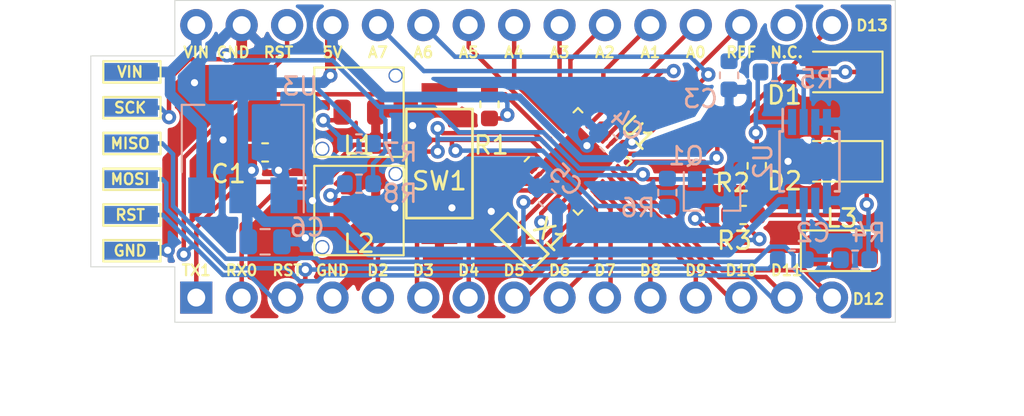
<source format=kicad_pcb>
(kicad_pcb (version 20171130) (host pcbnew "(5.1.2)-2")

  (general
    (thickness 1.6)
    (drawings 39)
    (tracks 401)
    (zones 0)
    (modules 27)
    (nets 40)
  )

  (page A4)
  (layers
    (0 F.Cu signal)
    (31 B.Cu signal)
    (32 B.Adhes user)
    (33 F.Adhes user)
    (34 B.Paste user)
    (35 F.Paste user)
    (36 B.SilkS user)
    (37 F.SilkS user)
    (38 B.Mask user)
    (39 F.Mask user)
    (40 Dwgs.User user)
    (41 Cmts.User user)
    (42 Eco1.User user)
    (43 Eco2.User user)
    (44 Edge.Cuts user)
    (45 Margin user)
    (46 B.CrtYd user)
    (47 F.CrtYd user)
    (48 B.Fab user)
    (49 F.Fab user)
  )

  (setup
    (last_trace_width 0.25)
    (user_trace_width 0.4)
    (user_trace_width 0.6)
    (trace_clearance 0.127)
    (zone_clearance 0.2)
    (zone_45_only no)
    (trace_min 0.127)
    (via_size 0.8)
    (via_drill 0.4)
    (via_min_size 0.4)
    (via_min_drill 0.254)
    (uvia_size 0.3)
    (uvia_drill 0.1)
    (uvias_allowed no)
    (uvia_min_size 0.2)
    (uvia_min_drill 0.1)
    (edge_width 0.05)
    (segment_width 0.2)
    (pcb_text_width 0.3)
    (pcb_text_size 1.5 1.5)
    (mod_edge_width 0.12)
    (mod_text_size 1 1)
    (mod_text_width 0.15)
    (pad_size 1.524 1.524)
    (pad_drill 0.762)
    (pad_to_mask_clearance 0.051)
    (solder_mask_min_width 0.25)
    (aux_axis_origin 0 0)
    (visible_elements 7FFFFFFF)
    (pcbplotparams
      (layerselection 0x00030_7ffffffe)
      (usegerberextensions false)
      (usegerberattributes false)
      (usegerberadvancedattributes false)
      (creategerberjobfile false)
      (excludeedgelayer true)
      (linewidth 0.100000)
      (plotframeref false)
      (viasonmask false)
      (mode 1)
      (useauxorigin false)
      (hpglpennumber 1)
      (hpglpenspeed 20)
      (hpglpendiameter 15.000000)
      (psnegative false)
      (psa4output false)
      (plotreference true)
      (plotvalue true)
      (plotinvisibletext false)
      (padsonsilk false)
      (subtractmaskfromsilk false)
      (outputformat 3)
      (mirror false)
      (drillshape 0)
      (scaleselection 1)
      (outputdirectory "../../Mechanical/Hodgkin/uC_Board/"))
  )

  (net 0 "")
  (net 1 GND)
  (net 2 VCC)
  (net 3 /RESET)
  (net 4 /D11)
  (net 5 /D13)
  (net 6 +5V)
  (net 7 /D12)
  (net 8 /RX)
  (net 9 /D0)
  (net 10 /TX)
  (net 11 /D1)
  (net 12 /D2)
  (net 13 /A5)
  (net 14 /A4)
  (net 15 /A3)
  (net 16 /A2)
  (net 17 /A1)
  (net 18 /A0)
  (net 19 /A7)
  (net 20 /A6)
  (net 21 /D10)
  (net 22 /D9)
  (net 23 /D8)
  (net 24 /D7)
  (net 25 /D6)
  (net 26 /D5)
  (net 27 "Net-(U1-Pad8)")
  (net 28 "Net-(U1-Pad7)")
  (net 29 /D4)
  (net 30 /D3)
  (net 31 /AREF)
  (net 32 "Net-(D2-Pad1)")
  (net 33 "Net-(D1-Pad1)")
  (net 34 "Net-(J2-Pad17)")
  (net 35 "Net-(L1-Pad2)")
  (net 36 "Net-(L2-Pad2)")
  (net 37 "Net-(L3-Pad2)")
  (net 38 "Net-(L3-Pad1)")
  (net 39 "Net-(C2-Pad1)")

  (net_class Default "This is the default net class."
    (clearance 0.127)
    (trace_width 0.25)
    (via_dia 0.8)
    (via_drill 0.4)
    (uvia_dia 0.3)
    (uvia_drill 0.1)
    (add_net +5V)
    (add_net /A0)
    (add_net /A1)
    (add_net /A2)
    (add_net /A3)
    (add_net /A4)
    (add_net /A5)
    (add_net /A6)
    (add_net /A7)
    (add_net /AREF)
    (add_net /D0)
    (add_net /D1)
    (add_net /D10)
    (add_net /D11)
    (add_net /D12)
    (add_net /D13)
    (add_net /D2)
    (add_net /D3)
    (add_net /D4)
    (add_net /D5)
    (add_net /D6)
    (add_net /D7)
    (add_net /D8)
    (add_net /D9)
    (add_net /RESET)
    (add_net /RX)
    (add_net /TX)
    (add_net GND)
    (add_net "Net-(C2-Pad1)")
    (add_net "Net-(D1-Pad1)")
    (add_net "Net-(D2-Pad1)")
    (add_net "Net-(J2-Pad17)")
    (add_net "Net-(L1-Pad2)")
    (add_net "Net-(L2-Pad2)")
    (add_net "Net-(L3-Pad1)")
    (add_net "Net-(L3-Pad2)")
    (add_net "Net-(U1-Pad7)")
    (add_net "Net-(U1-Pad8)")
    (add_net VCC)
  )

  (module hodgkin:ArdNanoStrip (layer F.Cu) (tedit 5DA8D954) (tstamp 5D5BE07A)
    (at 123.68 100 180)
    (descr "Arduino Nano, http://www.mouser.com/pdfdocs/Gravitech_Arduino_Nano3_0.pdf")
    (tags "Arduino Nano")
    (path /5D5527DB)
    (fp_text reference J2 (at -3.462 0.368 180) (layer F.SilkS) hide
      (effects (font (size 1 1) (thickness 0.15)))
    )
    (fp_text value "Arduino Breakout Pins" (at -3.462 -1.41 180) (layer F.Fab) hide
      (effects (font (size 1 1) (thickness 0.15)))
    )
    (fp_text user VIN (at 17.78 6.096 180) (layer F.SilkS)
      (effects (font (size 0.6 0.6) (thickness 0.127)))
    )
    (fp_text user "GND " (at 15.494 6.096 180) (layer F.SilkS)
      (effects (font (size 0.6 0.6) (thickness 0.127)))
    )
    (fp_text user "RST " (at 12.954 6.096 180) (layer F.SilkS)
      (effects (font (size 0.6 0.6) (thickness 0.127)))
    )
    (fp_text user 5V (at 10.16 6.096 180) (layer F.SilkS)
      (effects (font (size 0.6 0.6) (thickness 0.127)))
    )
    (fp_text user A7 (at 7.62 6.096 180) (layer F.SilkS)
      (effects (font (size 0.6 0.6) (thickness 0.127)))
    )
    (fp_text user A6 (at 5.08 6.096 180) (layer F.SilkS)
      (effects (font (size 0.6 0.6) (thickness 0.127)))
    )
    (fp_text user A5 (at 2.54 6.096 180) (layer F.SilkS)
      (effects (font (size 0.6 0.6) (thickness 0.127)))
    )
    (fp_text user A4 (at 0 6.096 180) (layer F.SilkS)
      (effects (font (size 0.6 0.6) (thickness 0.127)))
    )
    (fp_text user A3 (at -2.54 6.096 180) (layer F.SilkS)
      (effects (font (size 0.6 0.6) (thickness 0.127)))
    )
    (fp_text user A2 (at -5.08 6.096 180) (layer F.SilkS)
      (effects (font (size 0.6 0.6) (thickness 0.127)))
    )
    (fp_text user A1 (at -7.62 6.096 180) (layer F.SilkS)
      (effects (font (size 0.6 0.6) (thickness 0.127)))
    )
    (fp_text user A0 (at -10.16 6.096 180) (layer F.SilkS)
      (effects (font (size 0.6 0.6) (thickness 0.127)))
    )
    (fp_text user REF (at -12.7 6.096 180) (layer F.SilkS)
      (effects (font (size 0.6 0.6) (thickness 0.127)))
    )
    (fp_text user N.C. (at -15.24 6.096 180) (layer F.SilkS)
      (effects (font (size 0.6 0.6) (thickness 0.127)))
    )
    (fp_text user D13 (at -20.02 7.6 180) (layer F.SilkS)
      (effects (font (size 0.6 0.6) (thickness 0.127)))
    )
    (fp_text user D12 (at -19.82 -7.7 180) (layer F.SilkS)
      (effects (font (size 0.6 0.6) (thickness 0.127)))
    )
    (fp_text user D11 (at -15.24 -6.096 180) (layer F.SilkS)
      (effects (font (size 0.6 0.6) (thickness 0.127)))
    )
    (fp_text user D10 (at -12.7 -6.096 180) (layer F.SilkS)
      (effects (font (size 0.6 0.6) (thickness 0.127)))
    )
    (fp_text user D9 (at -10.16 -6.096 180) (layer F.SilkS)
      (effects (font (size 0.6 0.6) (thickness 0.127)))
    )
    (fp_text user D8 (at -7.62 -6.096 180) (layer F.SilkS)
      (effects (font (size 0.6 0.6) (thickness 0.127)))
    )
    (fp_text user D7 (at -5.08 -6.096 180) (layer F.SilkS)
      (effects (font (size 0.6 0.6) (thickness 0.127)))
    )
    (fp_text user D6 (at -2.54 -6.096 180) (layer F.SilkS)
      (effects (font (size 0.6 0.6) (thickness 0.127)))
    )
    (fp_text user D5 (at 0 -6.096 180) (layer F.SilkS)
      (effects (font (size 0.6 0.6) (thickness 0.127)))
    )
    (fp_text user D4 (at 2.54 -6.096 180) (layer F.SilkS)
      (effects (font (size 0.6 0.6) (thickness 0.127)))
    )
    (fp_text user D3 (at 5.08 -6.096 180) (layer F.SilkS)
      (effects (font (size 0.6 0.6) (thickness 0.127)))
    )
    (fp_text user D2 (at 7.62 -6.096 180) (layer F.SilkS)
      (effects (font (size 0.6 0.6) (thickness 0.127)))
    )
    (fp_text user GND (at 10.16 -6.096 180) (layer F.SilkS)
      (effects (font (size 0.6 0.6) (thickness 0.127)))
    )
    (fp_text user RST (at 12.7 -6.096 180) (layer F.SilkS)
      (effects (font (size 0.6 0.6) (thickness 0.127)))
    )
    (fp_text user RX0 (at 15.25 -6.096 180) (layer F.SilkS)
      (effects (font (size 0.6 0.6) (thickness 0.127)))
    )
    (fp_text user TX1 (at 17.78 -6.096 180) (layer F.SilkS)
      (effects (font (size 0.6 0.6) (thickness 0.127)))
    )
    (pad 30 thru_hole circle (at 17.78 7.62 180) (size 1.8 1.8) (drill 1) (layers *.Cu *.Mask)
      (net 2 VCC))
    (pad 29 thru_hole circle (at 15.24 7.62 180) (size 1.8 1.8) (drill 1) (layers *.Cu *.Mask)
      (net 1 GND))
    (pad 28 thru_hole circle (at 12.7 7.62 180) (size 1.8 1.8) (drill 1) (layers *.Cu *.Mask)
      (net 3 /RESET))
    (pad 27 thru_hole circle (at 10.16 7.62 180) (size 1.8 1.8) (drill 1) (layers *.Cu *.Mask)
      (net 6 +5V))
    (pad 26 thru_hole circle (at 7.62 7.62 180) (size 1.8 1.8) (drill 1) (layers *.Cu *.Mask)
      (net 19 /A7))
    (pad 25 thru_hole circle (at 5.08 7.62 180) (size 1.8 1.8) (drill 1) (layers *.Cu *.Mask)
      (net 20 /A6))
    (pad 24 thru_hole circle (at 2.54 7.62 180) (size 1.8 1.8) (drill 1) (layers *.Cu *.Mask)
      (net 13 /A5))
    (pad 23 thru_hole circle (at 0 7.62 180) (size 1.8 1.8) (drill 1) (layers *.Cu *.Mask)
      (net 14 /A4))
    (pad 22 thru_hole circle (at -2.54 7.62 180) (size 1.8 1.8) (drill 1) (layers *.Cu *.Mask)
      (net 15 /A3))
    (pad 21 thru_hole circle (at -5.08 7.62 180) (size 1.8 1.8) (drill 1) (layers *.Cu *.Mask)
      (net 16 /A2))
    (pad 20 thru_hole circle (at -7.62 7.62 180) (size 1.8 1.8) (drill 1) (layers *.Cu *.Mask)
      (net 17 /A1))
    (pad 19 thru_hole circle (at -10.16 7.62 180) (size 1.8 1.8) (drill 1) (layers *.Cu *.Mask)
      (net 18 /A0))
    (pad 18 thru_hole circle (at -12.7 7.62 180) (size 1.8 1.8) (drill 1) (layers *.Cu *.Mask)
      (net 31 /AREF))
    (pad 17 thru_hole circle (at -15.24 7.62 180) (size 1.8 1.8) (drill 1) (layers *.Cu *.Mask)
      (net 34 "Net-(J2-Pad17)"))
    (pad 16 thru_hole circle (at -17.78 7.62 180) (size 1.8 1.8) (drill 1) (layers *.Cu *.Mask)
      (net 5 /D13))
    (pad 15 thru_hole circle (at -17.78 -7.62 180) (size 1.8 1.8) (drill 1) (layers *.Cu *.Mask)
      (net 7 /D12))
    (pad 14 thru_hole circle (at -15.24 -7.62 180) (size 1.8 1.8) (drill 1) (layers *.Cu *.Mask)
      (net 4 /D11))
    (pad 13 thru_hole circle (at -12.7 -7.62 180) (size 1.8 1.8) (drill 1) (layers *.Cu *.Mask)
      (net 21 /D10))
    (pad 12 thru_hole circle (at -10.16 -7.62 180) (size 1.8 1.8) (drill 1) (layers *.Cu *.Mask)
      (net 22 /D9))
    (pad 11 thru_hole circle (at -7.62 -7.62 180) (size 1.8 1.8) (drill 1) (layers *.Cu *.Mask)
      (net 23 /D8))
    (pad 10 thru_hole circle (at -5.08 -7.62 180) (size 1.8 1.8) (drill 1) (layers *.Cu *.Mask)
      (net 24 /D7))
    (pad 9 thru_hole circle (at -2.54 -7.62 180) (size 1.8 1.8) (drill 1) (layers *.Cu *.Mask)
      (net 25 /D6))
    (pad 8 thru_hole circle (at 0 -7.62 180) (size 1.8 1.8) (drill 1) (layers *.Cu *.Mask)
      (net 26 /D5))
    (pad 7 thru_hole circle (at 2.54 -7.62 180) (size 1.8 1.8) (drill 1) (layers *.Cu *.Mask)
      (net 29 /D4))
    (pad 6 thru_hole circle (at 5.08 -7.62 180) (size 1.8 1.8) (drill 1) (layers *.Cu *.Mask)
      (net 30 /D3))
    (pad 5 thru_hole circle (at 7.62 -7.62 180) (size 1.8 1.8) (drill 1) (layers *.Cu *.Mask)
      (net 12 /D2))
    (pad 4 thru_hole circle (at 10.16 -7.62 180) (size 1.8 1.8) (drill 1) (layers *.Cu *.Mask)
      (net 1 GND))
    (pad 3 thru_hole circle (at 12.7 -7.62 180) (size 1.8 1.8) (drill 1) (layers *.Cu *.Mask)
      (net 3 /RESET))
    (pad 2 thru_hole circle (at 15.24 -7.62 180) (size 1.8 1.8) (drill 1) (layers *.Cu *.Mask)
      (net 9 /D0))
    (pad 1 thru_hole rect (at 17.78 -7.62 180) (size 1.8 1.8) (drill 1) (layers *.Cu *.Mask)
      (net 11 /D1))
  )

  (module Package_SO:MSOP-8_3x3mm_P0.65mm (layer B.Cu) (tedit 5A02F25C) (tstamp 5DA8BF72)
    (at 140.2 100 270)
    (descr "8-Lead Plastic Micro Small Outline Package (MS) [MSOP] (see Microchip Packaging Specification 00000049BS.pdf)")
    (tags "SSOP 0.65")
    (path /5DA9A831)
    (attr smd)
    (fp_text reference U2 (at 0 2.6 90) (layer B.SilkS)
      (effects (font (size 1 1) (thickness 0.15)) (justify mirror))
    )
    (fp_text value OPA2381 (at 0 -2.6 90) (layer B.Fab)
      (effects (font (size 1 1) (thickness 0.15)) (justify mirror))
    )
    (fp_text user %R (at 0 0 90) (layer B.Fab)
      (effects (font (size 0.6 0.6) (thickness 0.15)) (justify mirror))
    )
    (fp_line (start -1.675 1.5) (end -2.925 1.5) (layer B.SilkS) (width 0.15))
    (fp_line (start -1.675 -1.675) (end 1.675 -1.675) (layer B.SilkS) (width 0.15))
    (fp_line (start -1.675 1.675) (end 1.675 1.675) (layer B.SilkS) (width 0.15))
    (fp_line (start -1.675 -1.675) (end -1.675 -1.425) (layer B.SilkS) (width 0.15))
    (fp_line (start 1.675 -1.675) (end 1.675 -1.425) (layer B.SilkS) (width 0.15))
    (fp_line (start 1.675 1.675) (end 1.675 1.425) (layer B.SilkS) (width 0.15))
    (fp_line (start -1.675 1.675) (end -1.675 1.5) (layer B.SilkS) (width 0.15))
    (fp_line (start -3.2 -1.85) (end 3.2 -1.85) (layer B.CrtYd) (width 0.05))
    (fp_line (start -3.2 1.85) (end 3.2 1.85) (layer B.CrtYd) (width 0.05))
    (fp_line (start 3.2 1.85) (end 3.2 -1.85) (layer B.CrtYd) (width 0.05))
    (fp_line (start -3.2 1.85) (end -3.2 -1.85) (layer B.CrtYd) (width 0.05))
    (fp_line (start -1.5 0.5) (end -0.5 1.5) (layer B.Fab) (width 0.15))
    (fp_line (start -1.5 -1.5) (end -1.5 0.5) (layer B.Fab) (width 0.15))
    (fp_line (start 1.5 -1.5) (end -1.5 -1.5) (layer B.Fab) (width 0.15))
    (fp_line (start 1.5 1.5) (end 1.5 -1.5) (layer B.Fab) (width 0.15))
    (fp_line (start -0.5 1.5) (end 1.5 1.5) (layer B.Fab) (width 0.15))
    (pad 8 smd rect (at 2.2 0.975 270) (size 1.45 0.45) (layers B.Cu B.Paste B.Mask)
      (net 6 +5V))
    (pad 7 smd rect (at 2.2 0.325 270) (size 1.45 0.45) (layers B.Cu B.Paste B.Mask)
      (net 39 "Net-(C2-Pad1)"))
    (pad 6 smd rect (at 2.2 -0.325 270) (size 1.45 0.45) (layers B.Cu B.Paste B.Mask)
      (net 32 "Net-(D2-Pad1)"))
    (pad 5 smd rect (at 2.2 -0.975 270) (size 1.45 0.45) (layers B.Cu B.Paste B.Mask)
      (net 1 GND))
    (pad 4 smd rect (at -2.2 -0.975 270) (size 1.45 0.45) (layers B.Cu B.Paste B.Mask)
      (net 1 GND))
    (pad 3 smd rect (at -2.2 -0.325 270) (size 1.45 0.45) (layers B.Cu B.Paste B.Mask)
      (net 1 GND))
    (pad 2 smd rect (at -2.2 0.325 270) (size 1.45 0.45) (layers B.Cu B.Paste B.Mask)
      (net 33 "Net-(D1-Pad1)"))
    (pad 1 smd rect (at -2.2 0.975 270) (size 1.45 0.45) (layers B.Cu B.Paste B.Mask)
      (net 8 /RX))
    (model ${KISYS3DMOD}/Package_SO.3dshapes/MSOP-8_3x3mm_P0.65mm.wrl
      (at (xyz 0 0 0))
      (scale (xyz 1 1 1))
      (rotate (xyz 0 0 0))
    )
  )

  (module LED_SMD:LED_1206_3216Metric (layer F.Cu) (tedit 5B301BBE) (tstamp 5D5B449F)
    (at 142 105)
    (descr "LED SMD 1206 (3216 Metric), square (rectangular) end terminal, IPC_7351 nominal, (Body size source: http://www.tortai-tech.com/upload/download/2011102023233369053.pdf), generated with kicad-footprint-generator")
    (tags diode)
    (path /5D57FC99)
    (attr smd)
    (fp_text reference L3 (at 0 -1.82) (layer F.SilkS)
      (effects (font (size 1 1) (thickness 0.15)))
    )
    (fp_text value LED (at 0 1.82) (layer F.Fab)
      (effects (font (size 1 1) (thickness 0.15)))
    )
    (fp_text user %R (at 0 0) (layer F.Fab)
      (effects (font (size 0.8 0.8) (thickness 0.12)))
    )
    (fp_line (start 2.28 1.12) (end -2.28 1.12) (layer F.CrtYd) (width 0.05))
    (fp_line (start 2.28 -1.12) (end 2.28 1.12) (layer F.CrtYd) (width 0.05))
    (fp_line (start -2.28 -1.12) (end 2.28 -1.12) (layer F.CrtYd) (width 0.05))
    (fp_line (start -2.28 1.12) (end -2.28 -1.12) (layer F.CrtYd) (width 0.05))
    (fp_line (start -2.285 1.135) (end 1.6 1.135) (layer F.SilkS) (width 0.12))
    (fp_line (start -2.285 -1.135) (end -2.285 1.135) (layer F.SilkS) (width 0.12))
    (fp_line (start 1.6 -1.135) (end -2.285 -1.135) (layer F.SilkS) (width 0.12))
    (fp_line (start 1.6 0.8) (end 1.6 -0.8) (layer F.Fab) (width 0.1))
    (fp_line (start -1.6 0.8) (end 1.6 0.8) (layer F.Fab) (width 0.1))
    (fp_line (start -1.6 -0.4) (end -1.6 0.8) (layer F.Fab) (width 0.1))
    (fp_line (start -1.2 -0.8) (end -1.6 -0.4) (layer F.Fab) (width 0.1))
    (fp_line (start 1.6 -0.8) (end -1.2 -0.8) (layer F.Fab) (width 0.1))
    (pad 2 smd roundrect (at 1.4 0) (size 1.25 1.75) (layers F.Cu F.Paste F.Mask) (roundrect_rratio 0.2)
      (net 37 "Net-(L3-Pad2)"))
    (pad 1 smd roundrect (at -1.4 0) (size 1.25 1.75) (layers F.Cu F.Paste F.Mask) (roundrect_rratio 0.2)
      (net 38 "Net-(L3-Pad1)"))
    (model ${KISYS3DMOD}/LED_SMD.3dshapes/LED_1206_3216Metric.wrl
      (at (xyz 0 0 0))
      (scale (xyz 1 1 1))
      (rotate (xyz 0 0 0))
    )
  )

  (module hodgkin:LED_0805_LightPipe_Long locked (layer F.Cu) (tedit 5D585656) (tstamp 5D520C8B)
    (at 115 97.25 180)
    (descr "LED SMD 1206 (3216 Metric), square (rectangular) end terminal, IPC_7351 nominal, (Body size source: http://www.tortai-tech.com/upload/download/2011102023233369053.pdf), generated with kicad-footprint-generator")
    (tags diode)
    (path /5D53776B)
    (attr smd)
    (fp_text reference L1 (at 0 -1.85) (layer F.SilkS)
      (effects (font (size 1 1) (thickness 0.15)))
    )
    (fp_text value GREEN (at 0.25 3.75) (layer F.Fab)
      (effects (font (size 1 1) (thickness 0.15)))
    )
    (fp_line (start -2.5 2.5) (end -2.5 -2.5) (layer F.SilkS) (width 0.12))
    (fp_line (start 2.5 2.5) (end -2.5 2.5) (layer F.SilkS) (width 0.12))
    (fp_line (start 2.5 -2.5) (end 2.5 2.5) (layer F.SilkS) (width 0.12))
    (fp_line (start -2.5 -2.5) (end 2.5 -2.5) (layer F.SilkS) (width 0.12))
    (fp_text user %R (at 0 0) (layer F.Fab)
      (effects (font (size 0.5 0.5) (thickness 0.08)))
    )
    (fp_line (start -0.7 -0.6) (end -1 -0.3) (layer F.Fab) (width 0.1))
    (fp_line (start -1 -0.3) (end -1 0.6) (layer F.Fab) (width 0.1))
    (fp_line (start 1 0.6) (end 1 -0.6) (layer F.Fab) (width 0.1))
    (pad 1 smd roundrect (at -0.9375 0 180) (size 0.975 1.4) (layers F.Cu F.Paste F.Mask) (roundrect_rratio 0.25)
      (net 1 GND))
    (pad 2 smd roundrect (at 0.9375 0 180) (size 0.975 1.4) (layers F.Cu F.Paste F.Mask) (roundrect_rratio 0.25)
      (net 35 "Net-(L1-Pad2)"))
    (pad "" thru_hole circle (at 2.05 -2.05 180) (size 0.8 0.8) (drill 0.65) (layers *.Cu *.Mask))
    (pad "" thru_hole circle (at -2.05 2.05 180) (size 0.8 0.8) (drill 0.65) (layers *.Cu *.Mask))
    (model ${KISYS3DMOD}/LED_SMD.3dshapes/LED_1206_3216Metric.wrl
      (at (xyz 0 0 0))
      (scale (xyz 1 1 1))
      (rotate (xyz 0 0 0))
    )
    (model C:/Users/steve/Documents/GitHub/Newton/hodgkin/Electrical/_lib/3D/VLP-650-F.igs
      (offset (xyz 2.35 -2.35 0))
      (scale (xyz 1 1 1))
      (rotate (xyz 0 90 0))
    )
  )

  (module hodgkin:LED_0805_LightPipe_Long locked (layer F.Cu) (tedit 5D585656) (tstamp 5D5207AE)
    (at 115 102.75 180)
    (descr "LED SMD 1206 (3216 Metric), square (rectangular) end terminal, IPC_7351 nominal, (Body size source: http://www.tortai-tech.com/upload/download/2011102023233369053.pdf), generated with kicad-footprint-generator")
    (tags diode)
    (path /5D4FFEEA)
    (attr smd)
    (fp_text reference L2 (at 0 -1.85) (layer F.SilkS)
      (effects (font (size 1 1) (thickness 0.15)))
    )
    (fp_text value YELLOW (at 0.25 3.75) (layer F.Fab)
      (effects (font (size 1 1) (thickness 0.15)))
    )
    (fp_line (start -2.5 2.5) (end -2.5 -2.5) (layer F.SilkS) (width 0.12))
    (fp_line (start 2.5 2.5) (end -2.5 2.5) (layer F.SilkS) (width 0.12))
    (fp_line (start 2.5 -2.5) (end 2.5 2.5) (layer F.SilkS) (width 0.12))
    (fp_line (start -2.5 -2.5) (end 2.5 -2.5) (layer F.SilkS) (width 0.12))
    (fp_text user %R (at 0 0) (layer F.Fab)
      (effects (font (size 0.5 0.5) (thickness 0.08)))
    )
    (fp_line (start -0.7 -0.6) (end -1 -0.3) (layer F.Fab) (width 0.1))
    (fp_line (start -1 -0.3) (end -1 0.6) (layer F.Fab) (width 0.1))
    (fp_line (start 1 0.6) (end 1 -0.6) (layer F.Fab) (width 0.1))
    (pad 1 smd roundrect (at -0.9375 0 180) (size 0.975 1.4) (layers F.Cu F.Paste F.Mask) (roundrect_rratio 0.25)
      (net 1 GND))
    (pad 2 smd roundrect (at 0.9375 0 180) (size 0.975 1.4) (layers F.Cu F.Paste F.Mask) (roundrect_rratio 0.25)
      (net 36 "Net-(L2-Pad2)"))
    (pad "" thru_hole circle (at 2.05 -2.05 180) (size 0.8 0.8) (drill 0.65) (layers *.Cu *.Mask))
    (pad "" thru_hole circle (at -2.05 2.05 180) (size 0.8 0.8) (drill 0.65) (layers *.Cu *.Mask))
    (model ${KISYS3DMOD}/LED_SMD.3dshapes/LED_1206_3216Metric.wrl
      (at (xyz 0 0 0))
      (scale (xyz 1 1 1))
      (rotate (xyz 0 0 0))
    )
    (model C:/Users/steve/Documents/GitHub/Newton/hodgkin/Electrical/_lib/3D/VLP-650-F.igs
      (offset (xyz 2.35 -2.35 0))
      (scale (xyz 1 1 1))
      (rotate (xyz 0 90 0))
    )
  )

  (module hodgkin:PTS636-G-2.5-NoGND locked (layer F.Cu) (tedit 5D5B0157) (tstamp 5D5208C1)
    (at 119.5 104 90)
    (path /5D606D3B)
    (fp_text reference SW1 (at 2.9 0 180) (layer F.SilkS)
      (effects (font (size 1 1) (thickness 0.15)))
    )
    (fp_text value SW_Push (at -6.731 -4.318 90) (layer F.Fab)
      (effects (font (size 1 1) (thickness 0.15)))
    )
    (fp_line (start 0.825 1.85) (end 0.825 -1.85) (layer F.SilkS) (width 0.15))
    (fp_line (start 6.925 1.85) (end 0.825 1.85) (layer F.SilkS) (width 0.15))
    (fp_line (start 6.925 -1.85) (end 6.925 1.85) (layer F.SilkS) (width 0.15))
    (fp_line (start 0.825 -1.85) (end 6.925 -1.85) (layer F.SilkS) (width 0.15))
    (pad 2 smd rect (at 7.75 0 90) (size 1.25 2) (layers F.Cu F.Paste F.Mask)
      (net 3 /RESET))
    (pad 1 smd rect (at 0 0 90) (size 1.25 2) (layers F.Cu F.Paste F.Mask)
      (net 1 GND))
    (model C:/Users/steve/Documents/GitHub/Newton/hodgkin/Electrical/_lib/3D/PTS636SK25FSMTRLFS.stp
      (offset (xyz -2418.35 -680.05 0.3))
      (scale (xyz 1 1 1))
      (rotate (xyz 0 0 0))
    )
  )

  (module hodgkin:LM1117 (layer B.Cu) (tedit 5D5AF36E) (tstamp 5D5872C4)
    (at 108.5 98.75 90)
    (descr "module CMS SOT223 4 pins")
    (tags "CMS SOT")
    (path /5D523F0C)
    (attr smd)
    (fp_text reference U3 (at 2.95 3.2) (layer B.SilkS)
      (effects (font (size 1 1) (thickness 0.15)) (justify mirror))
    )
    (fp_text value LM1117MPX-5.0 (at 0 -4.5 270) (layer B.Fab)
      (effects (font (size 1 1) (thickness 0.15)) (justify mirror))
    )
    (fp_text user %R (at 0 0) (layer B.Fab)
      (effects (font (size 0.8 0.8) (thickness 0.12)) (justify mirror))
    )
    (fp_line (start -1.85 2.3) (end -0.8 3.35) (layer B.Fab) (width 0.1))
    (fp_line (start 1.91 -3.41) (end 1.91 -2.15) (layer B.SilkS) (width 0.12))
    (fp_line (start 1.91 3.41) (end 1.91 2.15) (layer B.SilkS) (width 0.12))
    (fp_line (start 4.4 3.6) (end -4.4 3.6) (layer B.CrtYd) (width 0.05))
    (fp_line (start 4.4 -3.6) (end 4.4 3.6) (layer B.CrtYd) (width 0.05))
    (fp_line (start -4.4 -3.6) (end 4.4 -3.6) (layer B.CrtYd) (width 0.05))
    (fp_line (start -4.4 3.6) (end -4.4 -3.6) (layer B.CrtYd) (width 0.05))
    (fp_line (start -1.85 2.3) (end -1.85 -3.35) (layer B.Fab) (width 0.1))
    (fp_line (start -1.85 -3.41) (end 1.91 -3.41) (layer B.SilkS) (width 0.12))
    (fp_line (start -0.8 3.35) (end 1.85 3.35) (layer B.Fab) (width 0.1))
    (fp_line (start -4.1 3.41) (end 1.91 3.41) (layer B.SilkS) (width 0.12))
    (fp_line (start -1.85 -3.35) (end 1.85 -3.35) (layer B.Fab) (width 0.1))
    (fp_line (start 1.85 3.35) (end 1.85 -3.35) (layer B.Fab) (width 0.1))
    (pad 2 smd rect (at 3.15 0 90) (size 2 3.8) (layers B.Cu B.Paste B.Mask)
      (net 6 +5V))
    (pad 2 smd rect (at -3.15 0 90) (size 2 1.5) (layers B.Cu B.Paste B.Mask)
      (net 6 +5V))
    (pad 3 smd rect (at -3.15 -2.3 90) (size 2 1.5) (layers B.Cu B.Paste B.Mask)
      (net 2 VCC))
    (pad 1 smd rect (at -3.15 2.3 90) (size 2 1.5) (layers B.Cu B.Paste B.Mask)
      (net 1 GND))
    (model ${KISYS3DMOD}/TO_SOT_Packages_SMD.3dshapes/SOT-223.wrl
      (at (xyz 0 0 0))
      (scale (xyz 1 1 1))
      (rotate (xyz 0 0 0))
    )
    (model C:/Users/steve/Documents/GitHub/Newton/hodgkin/Electrical/_lib/3D/LM1117MP-3.3--3DModel-STEP-56544.STEP
      (offset (xyz 0 0 0.55))
      (scale (xyz 1 1 1))
      (rotate (xyz -90 0 90))
    )
  )

  (module Resistor_SMD:R_0603_1608Metric (layer B.Cu) (tedit 5B301BBD) (tstamp 5D5B44F5)
    (at 142.75 105.5)
    (descr "Resistor SMD 0603 (1608 Metric), square (rectangular) end terminal, IPC_7351 nominal, (Body size source: http://www.tortai-tech.com/upload/download/2011102023233369053.pdf), generated with kicad-footprint-generator")
    (tags resistor)
    (path /5D6462C8)
    (attr smd)
    (fp_text reference R4 (at 0.75 -1.5) (layer B.SilkS)
      (effects (font (size 1 1) (thickness 0.15)) (justify mirror))
    )
    (fp_text value 1M (at 0 -1.43) (layer B.Fab)
      (effects (font (size 1 1) (thickness 0.15)) (justify mirror))
    )
    (fp_text user %R (at 0 0) (layer B.Fab)
      (effects (font (size 0.4 0.4) (thickness 0.06)) (justify mirror))
    )
    (fp_line (start 1.48 -0.73) (end -1.48 -0.73) (layer B.CrtYd) (width 0.05))
    (fp_line (start 1.48 0.73) (end 1.48 -0.73) (layer B.CrtYd) (width 0.05))
    (fp_line (start -1.48 0.73) (end 1.48 0.73) (layer B.CrtYd) (width 0.05))
    (fp_line (start -1.48 -0.73) (end -1.48 0.73) (layer B.CrtYd) (width 0.05))
    (fp_line (start -0.162779 -0.51) (end 0.162779 -0.51) (layer B.SilkS) (width 0.12))
    (fp_line (start -0.162779 0.51) (end 0.162779 0.51) (layer B.SilkS) (width 0.12))
    (fp_line (start 0.8 -0.4) (end -0.8 -0.4) (layer B.Fab) (width 0.1))
    (fp_line (start 0.8 0.4) (end 0.8 -0.4) (layer B.Fab) (width 0.1))
    (fp_line (start -0.8 0.4) (end 0.8 0.4) (layer B.Fab) (width 0.1))
    (fp_line (start -0.8 -0.4) (end -0.8 0.4) (layer B.Fab) (width 0.1))
    (pad 2 smd roundrect (at 0.7875 0) (size 0.875 0.95) (layers B.Cu B.Paste B.Mask) (roundrect_rratio 0.25)
      (net 32 "Net-(D2-Pad1)"))
    (pad 1 smd roundrect (at -0.7875 0) (size 0.875 0.95) (layers B.Cu B.Paste B.Mask) (roundrect_rratio 0.25)
      (net 39 "Net-(C2-Pad1)"))
    (model ${KISYS3DMOD}/Resistor_SMD.3dshapes/R_0603_1608Metric.wrl
      (at (xyz 0 0 0))
      (scale (xyz 1 1 1))
      (rotate (xyz 0 0 0))
    )
  )

  (module Resistor_SMD:R_0603_1608Metric (layer F.Cu) (tedit 5B301BBD) (tstamp 5D55EB9F)
    (at 122.3 96.8125 90)
    (descr "Resistor SMD 0603 (1608 Metric), square (rectangular) end terminal, IPC_7351 nominal, (Body size source: http://www.tortai-tech.com/upload/download/2011102023233369053.pdf), generated with kicad-footprint-generator")
    (tags resistor)
    (path /5D6086A2)
    (attr smd)
    (fp_text reference R1 (at -2.2875 0.1 180) (layer F.SilkS)
      (effects (font (size 1 1) (thickness 0.15)))
    )
    (fp_text value 1k (at 0 1.43 90) (layer F.Fab)
      (effects (font (size 1 1) (thickness 0.15)))
    )
    (fp_text user %R (at 0 0 90) (layer F.Fab)
      (effects (font (size 0.4 0.4) (thickness 0.06)))
    )
    (fp_line (start 1.48 0.73) (end -1.48 0.73) (layer F.CrtYd) (width 0.05))
    (fp_line (start 1.48 -0.73) (end 1.48 0.73) (layer F.CrtYd) (width 0.05))
    (fp_line (start -1.48 -0.73) (end 1.48 -0.73) (layer F.CrtYd) (width 0.05))
    (fp_line (start -1.48 0.73) (end -1.48 -0.73) (layer F.CrtYd) (width 0.05))
    (fp_line (start -0.162779 0.51) (end 0.162779 0.51) (layer F.SilkS) (width 0.12))
    (fp_line (start -0.162779 -0.51) (end 0.162779 -0.51) (layer F.SilkS) (width 0.12))
    (fp_line (start 0.8 0.4) (end -0.8 0.4) (layer F.Fab) (width 0.1))
    (fp_line (start 0.8 -0.4) (end 0.8 0.4) (layer F.Fab) (width 0.1))
    (fp_line (start -0.8 -0.4) (end 0.8 -0.4) (layer F.Fab) (width 0.1))
    (fp_line (start -0.8 0.4) (end -0.8 -0.4) (layer F.Fab) (width 0.1))
    (pad 2 smd roundrect (at 0.7875 0 90) (size 0.875 0.95) (layers F.Cu F.Paste F.Mask) (roundrect_rratio 0.25)
      (net 3 /RESET))
    (pad 1 smd roundrect (at -0.7875 0 90) (size 0.875 0.95) (layers F.Cu F.Paste F.Mask) (roundrect_rratio 0.25)
      (net 6 +5V))
    (model ${KISYS3DMOD}/Resistor_SMD.3dshapes/R_0603_1608Metric.wrl
      (at (xyz 0 0 0))
      (scale (xyz 1 1 1))
      (rotate (xyz 0 0 0))
    )
  )

  (module Resistor_SMD:R_0603_1608Metric (layer B.Cu) (tedit 5B301BBD) (tstamp 5D56099D)
    (at 115 99)
    (descr "Resistor SMD 0603 (1608 Metric), square (rectangular) end terminal, IPC_7351 nominal, (Body size source: http://www.tortai-tech.com/upload/download/2011102023233369053.pdf), generated with kicad-footprint-generator")
    (tags resistor)
    (path /5D536FCE)
    (attr smd)
    (fp_text reference R7 (at 2.3 0.5) (layer B.SilkS)
      (effects (font (size 1 1) (thickness 0.15)) (justify mirror))
    )
    (fp_text value 1k (at 0 -1.43) (layer B.Fab)
      (effects (font (size 1 1) (thickness 0.15)) (justify mirror))
    )
    (fp_text user %R (at 0 0) (layer B.Fab)
      (effects (font (size 0.4 0.4) (thickness 0.06)) (justify mirror))
    )
    (fp_line (start 1.48 -0.73) (end -1.48 -0.73) (layer B.CrtYd) (width 0.05))
    (fp_line (start 1.48 0.73) (end 1.48 -0.73) (layer B.CrtYd) (width 0.05))
    (fp_line (start -1.48 0.73) (end 1.48 0.73) (layer B.CrtYd) (width 0.05))
    (fp_line (start -1.48 -0.73) (end -1.48 0.73) (layer B.CrtYd) (width 0.05))
    (fp_line (start -0.162779 -0.51) (end 0.162779 -0.51) (layer B.SilkS) (width 0.12))
    (fp_line (start -0.162779 0.51) (end 0.162779 0.51) (layer B.SilkS) (width 0.12))
    (fp_line (start 0.8 -0.4) (end -0.8 -0.4) (layer B.Fab) (width 0.1))
    (fp_line (start 0.8 0.4) (end 0.8 -0.4) (layer B.Fab) (width 0.1))
    (fp_line (start -0.8 0.4) (end 0.8 0.4) (layer B.Fab) (width 0.1))
    (fp_line (start -0.8 -0.4) (end -0.8 0.4) (layer B.Fab) (width 0.1))
    (pad 2 smd roundrect (at 0.7875 0) (size 0.875 0.95) (layers B.Cu B.Paste B.Mask) (roundrect_rratio 0.25)
      (net 6 +5V))
    (pad 1 smd roundrect (at -0.7875 0) (size 0.875 0.95) (layers B.Cu B.Paste B.Mask) (roundrect_rratio 0.25)
      (net 35 "Net-(L1-Pad2)"))
    (model ${KISYS3DMOD}/Resistor_SMD.3dshapes/R_0603_1608Metric.wrl
      (at (xyz 0 0 0))
      (scale (xyz 1 1 1))
      (rotate (xyz 0 0 0))
    )
  )

  (module Resistor_SMD:R_0603_1608Metric (layer B.Cu) (tedit 5B301BBD) (tstamp 5D52089C)
    (at 138.25 95)
    (descr "Resistor SMD 0603 (1608 Metric), square (rectangular) end terminal, IPC_7351 nominal, (Body size source: http://www.tortai-tech.com/upload/download/2011102023233369053.pdf), generated with kicad-footprint-generator")
    (tags resistor)
    (path /5D5DD977)
    (attr smd)
    (fp_text reference R5 (at 2.35 0.4) (layer B.SilkS)
      (effects (font (size 1 1) (thickness 0.15)) (justify mirror))
    )
    (fp_text value 1M (at 0 -1.43) (layer B.Fab)
      (effects (font (size 1 1) (thickness 0.15)) (justify mirror))
    )
    (fp_text user %R (at 0 0) (layer B.Fab)
      (effects (font (size 0.4 0.4) (thickness 0.06)) (justify mirror))
    )
    (fp_line (start 1.48 -0.73) (end -1.48 -0.73) (layer B.CrtYd) (width 0.05))
    (fp_line (start 1.48 0.73) (end 1.48 -0.73) (layer B.CrtYd) (width 0.05))
    (fp_line (start -1.48 0.73) (end 1.48 0.73) (layer B.CrtYd) (width 0.05))
    (fp_line (start -1.48 -0.73) (end -1.48 0.73) (layer B.CrtYd) (width 0.05))
    (fp_line (start -0.162779 -0.51) (end 0.162779 -0.51) (layer B.SilkS) (width 0.12))
    (fp_line (start -0.162779 0.51) (end 0.162779 0.51) (layer B.SilkS) (width 0.12))
    (fp_line (start 0.8 -0.4) (end -0.8 -0.4) (layer B.Fab) (width 0.1))
    (fp_line (start 0.8 0.4) (end 0.8 -0.4) (layer B.Fab) (width 0.1))
    (fp_line (start -0.8 0.4) (end 0.8 0.4) (layer B.Fab) (width 0.1))
    (fp_line (start -0.8 -0.4) (end -0.8 0.4) (layer B.Fab) (width 0.1))
    (pad 2 smd roundrect (at 0.7875 0) (size 0.875 0.95) (layers B.Cu B.Paste B.Mask) (roundrect_rratio 0.25)
      (net 33 "Net-(D1-Pad1)"))
    (pad 1 smd roundrect (at -0.7875 0) (size 0.875 0.95) (layers B.Cu B.Paste B.Mask) (roundrect_rratio 0.25)
      (net 8 /RX))
    (model ${KISYS3DMOD}/Resistor_SMD.3dshapes/R_0603_1608Metric.wrl
      (at (xyz 0 0 0))
      (scale (xyz 1 1 1))
      (rotate (xyz 0 0 0))
    )
  )

  (module Package_TO_SOT_SMD:SOT-23 (layer B.Cu) (tedit 5A02FF57) (tstamp 5D5B56B7)
    (at 134.75 102 270)
    (descr "SOT-23, Standard")
    (tags SOT-23)
    (path /5D5419AF)
    (attr smd)
    (fp_text reference Q1 (at -2.3 1.45 180) (layer B.SilkS)
      (effects (font (size 1 1) (thickness 0.15)) (justify mirror))
    )
    (fp_text value BC850 (at 0 -2.5 90) (layer B.Fab)
      (effects (font (size 1 1) (thickness 0.15)) (justify mirror))
    )
    (fp_line (start 0.76 -1.58) (end -0.7 -1.58) (layer B.SilkS) (width 0.12))
    (fp_line (start 0.76 1.58) (end -1.4 1.58) (layer B.SilkS) (width 0.12))
    (fp_line (start -1.7 -1.75) (end -1.7 1.75) (layer B.CrtYd) (width 0.05))
    (fp_line (start 1.7 -1.75) (end -1.7 -1.75) (layer B.CrtYd) (width 0.05))
    (fp_line (start 1.7 1.75) (end 1.7 -1.75) (layer B.CrtYd) (width 0.05))
    (fp_line (start -1.7 1.75) (end 1.7 1.75) (layer B.CrtYd) (width 0.05))
    (fp_line (start 0.76 1.58) (end 0.76 0.65) (layer B.SilkS) (width 0.12))
    (fp_line (start 0.76 -1.58) (end 0.76 -0.65) (layer B.SilkS) (width 0.12))
    (fp_line (start -0.7 -1.52) (end 0.7 -1.52) (layer B.Fab) (width 0.1))
    (fp_line (start 0.7 1.52) (end 0.7 -1.52) (layer B.Fab) (width 0.1))
    (fp_line (start -0.7 0.95) (end -0.15 1.52) (layer B.Fab) (width 0.1))
    (fp_line (start -0.15 1.52) (end 0.7 1.52) (layer B.Fab) (width 0.1))
    (fp_line (start -0.7 0.95) (end -0.7 -1.5) (layer B.Fab) (width 0.1))
    (fp_text user %R (at 0 0 180) (layer B.Fab)
      (effects (font (size 0.5 0.5) (thickness 0.075)) (justify mirror))
    )
    (pad 3 smd rect (at 1 0 270) (size 0.9 0.8) (layers B.Cu B.Paste B.Mask)
      (net 38 "Net-(L3-Pad1)"))
    (pad 2 smd rect (at -1 -0.95 270) (size 0.9 0.8) (layers B.Cu B.Paste B.Mask)
      (net 1 GND))
    (pad 1 smd rect (at -1 0.95 270) (size 0.9 0.8) (layers B.Cu B.Paste B.Mask)
      (net 10 /TX))
    (model ${KISYS3DMOD}/Package_TO_SOT_SMD.3dshapes/SOT-23.wrl
      (at (xyz 0 0 0))
      (scale (xyz 1 1 1))
      (rotate (xyz 0 0 0))
    )
  )

  (module Capacitor_SMD:C_0603_1608Metric (layer B.Cu) (tedit 5B301BBE) (tstamp 5D521224)
    (at 139.2125 105.5 180)
    (descr "Capacitor SMD 0603 (1608 Metric), square (rectangular) end terminal, IPC_7351 nominal, (Body size source: http://www.tortai-tech.com/upload/download/2011102023233369053.pdf), generated with kicad-footprint-generator")
    (tags capacitor)
    (path /5D69528B)
    (attr smd)
    (fp_text reference C2 (at -1.1875 1.5) (layer B.SilkS)
      (effects (font (size 1 1) (thickness 0.15)) (justify mirror))
    )
    (fp_text value 100nF (at 0 -1.43) (layer B.Fab)
      (effects (font (size 1 1) (thickness 0.15)) (justify mirror))
    )
    (fp_text user %R (at 0 0) (layer B.Fab)
      (effects (font (size 0.4 0.4) (thickness 0.06)) (justify mirror))
    )
    (fp_line (start 1.48 -0.73) (end -1.48 -0.73) (layer B.CrtYd) (width 0.05))
    (fp_line (start 1.48 0.73) (end 1.48 -0.73) (layer B.CrtYd) (width 0.05))
    (fp_line (start -1.48 0.73) (end 1.48 0.73) (layer B.CrtYd) (width 0.05))
    (fp_line (start -1.48 -0.73) (end -1.48 0.73) (layer B.CrtYd) (width 0.05))
    (fp_line (start -0.162779 -0.51) (end 0.162779 -0.51) (layer B.SilkS) (width 0.12))
    (fp_line (start -0.162779 0.51) (end 0.162779 0.51) (layer B.SilkS) (width 0.12))
    (fp_line (start 0.8 -0.4) (end -0.8 -0.4) (layer B.Fab) (width 0.1))
    (fp_line (start 0.8 0.4) (end 0.8 -0.4) (layer B.Fab) (width 0.1))
    (fp_line (start -0.8 0.4) (end 0.8 0.4) (layer B.Fab) (width 0.1))
    (fp_line (start -0.8 -0.4) (end -0.8 0.4) (layer B.Fab) (width 0.1))
    (pad 2 smd roundrect (at 0.7875 0 180) (size 0.875 0.95) (layers B.Cu B.Paste B.Mask) (roundrect_rratio 0.25)
      (net 3 /RESET))
    (pad 1 smd roundrect (at -0.7875 0 180) (size 0.875 0.95) (layers B.Cu B.Paste B.Mask) (roundrect_rratio 0.25)
      (net 39 "Net-(C2-Pad1)"))
    (model ${KISYS3DMOD}/Capacitor_SMD.3dshapes/C_0603_1608Metric.wrl
      (at (xyz 0 0 0))
      (scale (xyz 1 1 1))
      (rotate (xyz 0 0 0))
    )
  )

  (module Capacitor_SMD:C_0603_1608Metric (layer F.Cu) (tedit 5B301BBE) (tstamp 5D520950)
    (at 109.75 99.5)
    (descr "Capacitor SMD 0603 (1608 Metric), square (rectangular) end terminal, IPC_7351 nominal, (Body size source: http://www.tortai-tech.com/upload/download/2011102023233369053.pdf), generated with kicad-footprint-generator")
    (tags capacitor)
    (path /5D5366D2)
    (attr smd)
    (fp_text reference C1 (at -2.05 1.2) (layer F.SilkS)
      (effects (font (size 1 1) (thickness 0.15)))
    )
    (fp_text value 1uF (at 0 1.43) (layer F.Fab)
      (effects (font (size 1 1) (thickness 0.15)))
    )
    (fp_text user %R (at 0 0) (layer F.Fab)
      (effects (font (size 0.4 0.4) (thickness 0.06)))
    )
    (fp_line (start 1.48 0.73) (end -1.48 0.73) (layer F.CrtYd) (width 0.05))
    (fp_line (start 1.48 -0.73) (end 1.48 0.73) (layer F.CrtYd) (width 0.05))
    (fp_line (start -1.48 -0.73) (end 1.48 -0.73) (layer F.CrtYd) (width 0.05))
    (fp_line (start -1.48 0.73) (end -1.48 -0.73) (layer F.CrtYd) (width 0.05))
    (fp_line (start -0.162779 0.51) (end 0.162779 0.51) (layer F.SilkS) (width 0.12))
    (fp_line (start -0.162779 -0.51) (end 0.162779 -0.51) (layer F.SilkS) (width 0.12))
    (fp_line (start 0.8 0.4) (end -0.8 0.4) (layer F.Fab) (width 0.1))
    (fp_line (start 0.8 -0.4) (end 0.8 0.4) (layer F.Fab) (width 0.1))
    (fp_line (start -0.8 -0.4) (end 0.8 -0.4) (layer F.Fab) (width 0.1))
    (fp_line (start -0.8 0.4) (end -0.8 -0.4) (layer F.Fab) (width 0.1))
    (pad 2 smd roundrect (at 0.7875 0) (size 0.875 0.95) (layers F.Cu F.Paste F.Mask) (roundrect_rratio 0.25)
      (net 1 GND))
    (pad 1 smd roundrect (at -0.7875 0) (size 0.875 0.95) (layers F.Cu F.Paste F.Mask) (roundrect_rratio 0.25)
      (net 6 +5V))
    (model ${KISYS3DMOD}/Capacitor_SMD.3dshapes/C_0603_1608Metric.wrl
      (at (xyz 0 0 0))
      (scale (xyz 1 1 1))
      (rotate (xyz 0 0 0))
    )
  )

  (module Capacitor_SMD:C_0603_1608Metric (layer B.Cu) (tedit 5B301BBE) (tstamp 5D584ECB)
    (at 135.7 95.1875 270)
    (descr "Capacitor SMD 0603 (1608 Metric), square (rectangular) end terminal, IPC_7351 nominal, (Body size source: http://www.tortai-tech.com/upload/download/2011102023233369053.pdf), generated with kicad-footprint-generator")
    (tags capacitor)
    (path /5D50BDE2)
    (attr smd)
    (fp_text reference C3 (at 1.3125 1.6 180) (layer B.SilkS)
      (effects (font (size 1 1) (thickness 0.15)) (justify mirror))
    )
    (fp_text value 100nF (at 0 -1.43 90) (layer B.Fab)
      (effects (font (size 1 1) (thickness 0.15)) (justify mirror))
    )
    (fp_text user %R (at 0 0 90) (layer B.Fab)
      (effects (font (size 0.4 0.4) (thickness 0.06)) (justify mirror))
    )
    (fp_line (start 1.48 -0.73) (end -1.48 -0.73) (layer B.CrtYd) (width 0.05))
    (fp_line (start 1.48 0.73) (end 1.48 -0.73) (layer B.CrtYd) (width 0.05))
    (fp_line (start -1.48 0.73) (end 1.48 0.73) (layer B.CrtYd) (width 0.05))
    (fp_line (start -1.48 -0.73) (end -1.48 0.73) (layer B.CrtYd) (width 0.05))
    (fp_line (start -0.162779 -0.51) (end 0.162779 -0.51) (layer B.SilkS) (width 0.12))
    (fp_line (start -0.162779 0.51) (end 0.162779 0.51) (layer B.SilkS) (width 0.12))
    (fp_line (start 0.8 -0.4) (end -0.8 -0.4) (layer B.Fab) (width 0.1))
    (fp_line (start 0.8 0.4) (end 0.8 -0.4) (layer B.Fab) (width 0.1))
    (fp_line (start -0.8 0.4) (end 0.8 0.4) (layer B.Fab) (width 0.1))
    (fp_line (start -0.8 -0.4) (end -0.8 0.4) (layer B.Fab) (width 0.1))
    (pad 2 smd roundrect (at 0.7875 0 270) (size 0.875 0.95) (layers B.Cu B.Paste B.Mask) (roundrect_rratio 0.25)
      (net 1 GND))
    (pad 1 smd roundrect (at -0.7875 0 270) (size 0.875 0.95) (layers B.Cu B.Paste B.Mask) (roundrect_rratio 0.25)
      (net 31 /AREF))
    (model ${KISYS3DMOD}/Capacitor_SMD.3dshapes/C_0603_1608Metric.wrl
      (at (xyz 0 0 0))
      (scale (xyz 1 1 1))
      (rotate (xyz 0 0 0))
    )
  )

  (module Capacitor_SMD:C_0603_1608Metric (layer B.Cu) (tedit 5B301BBE) (tstamp 5D51E594)
    (at 128.96967 98.96967 135)
    (descr "Capacitor SMD 0603 (1608 Metric), square (rectangular) end terminal, IPC_7351 nominal, (Body size source: http://www.tortai-tech.com/upload/download/2011102023233369053.pdf), generated with kicad-footprint-generator")
    (tags capacitor)
    (path /5D50F8E5)
    (attr smd)
    (fp_text reference C4 (at 0 1.43 135) (layer B.SilkS)
      (effects (font (size 1 1) (thickness 0.15)) (justify mirror))
    )
    (fp_text value 1uF (at 0 -1.43 135) (layer B.Fab)
      (effects (font (size 1 1) (thickness 0.15)) (justify mirror))
    )
    (fp_text user %R (at 0 0 135) (layer B.Fab)
      (effects (font (size 0.4 0.4) (thickness 0.06)) (justify mirror))
    )
    (fp_line (start 1.48 -0.73) (end -1.48 -0.73) (layer B.CrtYd) (width 0.05))
    (fp_line (start 1.48 0.73) (end 1.48 -0.73) (layer B.CrtYd) (width 0.05))
    (fp_line (start -1.48 0.73) (end 1.48 0.73) (layer B.CrtYd) (width 0.05))
    (fp_line (start -1.48 -0.73) (end -1.48 0.73) (layer B.CrtYd) (width 0.05))
    (fp_line (start -0.162779 -0.51) (end 0.162779 -0.51) (layer B.SilkS) (width 0.12))
    (fp_line (start -0.162779 0.51) (end 0.162779 0.51) (layer B.SilkS) (width 0.12))
    (fp_line (start 0.8 -0.4) (end -0.8 -0.4) (layer B.Fab) (width 0.1))
    (fp_line (start 0.8 0.4) (end 0.8 -0.4) (layer B.Fab) (width 0.1))
    (fp_line (start -0.8 0.4) (end 0.8 0.4) (layer B.Fab) (width 0.1))
    (fp_line (start -0.8 -0.4) (end -0.8 0.4) (layer B.Fab) (width 0.1))
    (pad 2 smd roundrect (at 0.7875 0 135) (size 0.875 0.95) (layers B.Cu B.Paste B.Mask) (roundrect_rratio 0.25)
      (net 1 GND))
    (pad 1 smd roundrect (at -0.7875 0 135) (size 0.875 0.95) (layers B.Cu B.Paste B.Mask) (roundrect_rratio 0.25)
      (net 6 +5V))
    (model ${KISYS3DMOD}/Capacitor_SMD.3dshapes/C_0603_1608Metric.wrl
      (at (xyz 0 0 0))
      (scale (xyz 1 1 1))
      (rotate (xyz 0 0 0))
    )
  )

  (module Capacitor_SMD:C_0805_2012Metric (layer B.Cu) (tedit 5B36C52B) (tstamp 5D55E95F)
    (at 109.75 104.5)
    (descr "Capacitor SMD 0805 (2012 Metric), square (rectangular) end terminal, IPC_7351 nominal, (Body size source: https://docs.google.com/spreadsheets/d/1BsfQQcO9C6DZCsRaXUlFlo91Tg2WpOkGARC1WS5S8t0/edit?usp=sharing), generated with kicad-footprint-generator")
    (tags capacitor)
    (path /5D6C282D)
    (attr smd)
    (fp_text reference C6 (at 2.35 -0.8) (layer B.SilkS)
      (effects (font (size 1 1) (thickness 0.15)) (justify mirror))
    )
    (fp_text value 4.7uF (at 0 -1.65) (layer B.Fab)
      (effects (font (size 1 1) (thickness 0.15)) (justify mirror))
    )
    (fp_text user %R (at 0 0) (layer B.Fab)
      (effects (font (size 0.5 0.5) (thickness 0.08)) (justify mirror))
    )
    (fp_line (start 1.68 -0.95) (end -1.68 -0.95) (layer B.CrtYd) (width 0.05))
    (fp_line (start 1.68 0.95) (end 1.68 -0.95) (layer B.CrtYd) (width 0.05))
    (fp_line (start -1.68 0.95) (end 1.68 0.95) (layer B.CrtYd) (width 0.05))
    (fp_line (start -1.68 -0.95) (end -1.68 0.95) (layer B.CrtYd) (width 0.05))
    (fp_line (start -0.258578 -0.71) (end 0.258578 -0.71) (layer B.SilkS) (width 0.12))
    (fp_line (start -0.258578 0.71) (end 0.258578 0.71) (layer B.SilkS) (width 0.12))
    (fp_line (start 1 -0.6) (end -1 -0.6) (layer B.Fab) (width 0.1))
    (fp_line (start 1 0.6) (end 1 -0.6) (layer B.Fab) (width 0.1))
    (fp_line (start -1 0.6) (end 1 0.6) (layer B.Fab) (width 0.1))
    (fp_line (start -1 -0.6) (end -1 0.6) (layer B.Fab) (width 0.1))
    (pad 2 smd roundrect (at 0.9375 0) (size 0.975 1.4) (layers B.Cu B.Paste B.Mask) (roundrect_rratio 0.25)
      (net 1 GND))
    (pad 1 smd roundrect (at -0.9375 0) (size 0.975 1.4) (layers B.Cu B.Paste B.Mask) (roundrect_rratio 0.25)
      (net 6 +5V))
    (model ${KISYS3DMOD}/Capacitor_SMD.3dshapes/C_0805_2012Metric.wrl
      (at (xyz 0 0 0))
      (scale (xyz 1 1 1))
      (rotate (xyz 0 0 0))
    )
  )

  (module Capacitor_SMD:C_0603_1608Metric (layer B.Cu) (tedit 5B301BBE) (tstamp 5D50C931)
    (at 125.543153 102.043153 135)
    (descr "Capacitor SMD 0603 (1608 Metric), square (rectangular) end terminal, IPC_7351 nominal, (Body size source: http://www.tortai-tech.com/upload/download/2011102023233369053.pdf), generated with kicad-footprint-generator")
    (tags capacitor)
    (path /5D50F247)
    (attr smd)
    (fp_text reference C5 (at 0 1.43 135) (layer B.SilkS)
      (effects (font (size 1 1) (thickness 0.15)) (justify mirror))
    )
    (fp_text value 1uF (at 0 -1.43 135) (layer B.Fab)
      (effects (font (size 1 1) (thickness 0.15)) (justify mirror))
    )
    (fp_text user %R (at 0 0 135) (layer B.Fab)
      (effects (font (size 0.4 0.4) (thickness 0.06)) (justify mirror))
    )
    (fp_line (start 1.48 -0.73) (end -1.48 -0.73) (layer B.CrtYd) (width 0.05))
    (fp_line (start 1.48 0.73) (end 1.48 -0.73) (layer B.CrtYd) (width 0.05))
    (fp_line (start -1.48 0.73) (end 1.48 0.73) (layer B.CrtYd) (width 0.05))
    (fp_line (start -1.48 -0.73) (end -1.48 0.73) (layer B.CrtYd) (width 0.05))
    (fp_line (start -0.162779 -0.51) (end 0.162779 -0.51) (layer B.SilkS) (width 0.12))
    (fp_line (start -0.162779 0.51) (end 0.162779 0.51) (layer B.SilkS) (width 0.12))
    (fp_line (start 0.8 -0.4) (end -0.8 -0.4) (layer B.Fab) (width 0.1))
    (fp_line (start 0.8 0.4) (end 0.8 -0.4) (layer B.Fab) (width 0.1))
    (fp_line (start -0.8 0.4) (end 0.8 0.4) (layer B.Fab) (width 0.1))
    (fp_line (start -0.8 -0.4) (end -0.8 0.4) (layer B.Fab) (width 0.1))
    (pad 2 smd roundrect (at 0.7875 0 135) (size 0.875 0.95) (layers B.Cu B.Paste B.Mask) (roundrect_rratio 0.25)
      (net 1 GND))
    (pad 1 smd roundrect (at -0.7875 0 135) (size 0.875 0.95) (layers B.Cu B.Paste B.Mask) (roundrect_rratio 0.25)
      (net 6 +5V))
    (model ${KISYS3DMOD}/Capacitor_SMD.3dshapes/C_0603_1608Metric.wrl
      (at (xyz 0 0 0))
      (scale (xyz 1 1 1))
      (rotate (xyz 0 0 0))
    )
  )

  (module Resistor_SMD:R_0603_1608Metric (layer F.Cu) (tedit 5B301BBD) (tstamp 5D5AFE69)
    (at 136.4875 103 180)
    (descr "Resistor SMD 0603 (1608 Metric), square (rectangular) end terminal, IPC_7351 nominal, (Body size source: http://www.tortai-tech.com/upload/download/2011102023233369053.pdf), generated with kicad-footprint-generator")
    (tags resistor)
    (path /5D5CBA48)
    (attr smd)
    (fp_text reference R3 (at 0.4875 -1.43) (layer F.SilkS)
      (effects (font (size 1 1) (thickness 0.15)))
    )
    (fp_text value 1k (at 0 1.43) (layer F.Fab)
      (effects (font (size 1 1) (thickness 0.15)))
    )
    (fp_text user %R (at 0 0) (layer F.Fab)
      (effects (font (size 0.4 0.4) (thickness 0.06)))
    )
    (fp_line (start 1.48 0.73) (end -1.48 0.73) (layer F.CrtYd) (width 0.05))
    (fp_line (start 1.48 -0.73) (end 1.48 0.73) (layer F.CrtYd) (width 0.05))
    (fp_line (start -1.48 -0.73) (end 1.48 -0.73) (layer F.CrtYd) (width 0.05))
    (fp_line (start -1.48 0.73) (end -1.48 -0.73) (layer F.CrtYd) (width 0.05))
    (fp_line (start -0.162779 0.51) (end 0.162779 0.51) (layer F.SilkS) (width 0.12))
    (fp_line (start -0.162779 -0.51) (end 0.162779 -0.51) (layer F.SilkS) (width 0.12))
    (fp_line (start 0.8 0.4) (end -0.8 0.4) (layer F.Fab) (width 0.1))
    (fp_line (start 0.8 -0.4) (end 0.8 0.4) (layer F.Fab) (width 0.1))
    (fp_line (start -0.8 -0.4) (end 0.8 -0.4) (layer F.Fab) (width 0.1))
    (fp_line (start -0.8 0.4) (end -0.8 -0.4) (layer F.Fab) (width 0.1))
    (pad 2 smd roundrect (at 0.7875 0 180) (size 0.875 0.95) (layers F.Cu F.Paste F.Mask) (roundrect_rratio 0.25)
      (net 6 +5V))
    (pad 1 smd roundrect (at -0.7875 0 180) (size 0.875 0.95) (layers F.Cu F.Paste F.Mask) (roundrect_rratio 0.25)
      (net 37 "Net-(L3-Pad2)"))
    (model ${KISYS3DMOD}/Resistor_SMD.3dshapes/R_0603_1608Metric.wrl
      (at (xyz 0 0 0))
      (scale (xyz 1 1 1))
      (rotate (xyz 0 0 0))
    )
  )

  (module Resistor_SMD:R_0603_1608Metric (layer B.Cu) (tedit 5B301BBD) (tstamp 5D560222)
    (at 132.25 101.75 270)
    (descr "Resistor SMD 0603 (1608 Metric), square (rectangular) end terminal, IPC_7351 nominal, (Body size source: http://www.tortai-tech.com/upload/download/2011102023233369053.pdf), generated with kicad-footprint-generator")
    (tags resistor)
    (path /5D4FE587)
    (attr smd)
    (fp_text reference R6 (at 0.85 1.65 180) (layer B.SilkS)
      (effects (font (size 1 1) (thickness 0.15)) (justify mirror))
    )
    (fp_text value 1k (at 0 -1.43 90) (layer B.Fab)
      (effects (font (size 1 1) (thickness 0.15)) (justify mirror))
    )
    (fp_text user %R (at 0 0 90) (layer B.Fab)
      (effects (font (size 0.4 0.4) (thickness 0.06)) (justify mirror))
    )
    (fp_line (start 1.48 -0.73) (end -1.48 -0.73) (layer B.CrtYd) (width 0.05))
    (fp_line (start 1.48 0.73) (end 1.48 -0.73) (layer B.CrtYd) (width 0.05))
    (fp_line (start -1.48 0.73) (end 1.48 0.73) (layer B.CrtYd) (width 0.05))
    (fp_line (start -1.48 -0.73) (end -1.48 0.73) (layer B.CrtYd) (width 0.05))
    (fp_line (start -0.162779 -0.51) (end 0.162779 -0.51) (layer B.SilkS) (width 0.12))
    (fp_line (start -0.162779 0.51) (end 0.162779 0.51) (layer B.SilkS) (width 0.12))
    (fp_line (start 0.8 -0.4) (end -0.8 -0.4) (layer B.Fab) (width 0.1))
    (fp_line (start 0.8 0.4) (end 0.8 -0.4) (layer B.Fab) (width 0.1))
    (fp_line (start -0.8 0.4) (end 0.8 0.4) (layer B.Fab) (width 0.1))
    (fp_line (start -0.8 -0.4) (end -0.8 0.4) (layer B.Fab) (width 0.1))
    (pad 2 smd roundrect (at 0.7875 0 270) (size 0.875 0.95) (layers B.Cu B.Paste B.Mask) (roundrect_rratio 0.25)
      (net 11 /D1))
    (pad 1 smd roundrect (at -0.7875 0 270) (size 0.875 0.95) (layers B.Cu B.Paste B.Mask) (roundrect_rratio 0.25)
      (net 10 /TX))
    (model ${KISYS3DMOD}/Resistor_SMD.3dshapes/R_0603_1608Metric.wrl
      (at (xyz 0 0 0))
      (scale (xyz 1 1 1))
      (rotate (xyz 0 0 0))
    )
  )

  (module Resistor_SMD:R_0603_1608Metric (layer F.Cu) (tedit 5B301BBD) (tstamp 5D562464)
    (at 137.25 100.25 270)
    (descr "Resistor SMD 0603 (1608 Metric), square (rectangular) end terminal, IPC_7351 nominal, (Body size source: http://www.tortai-tech.com/upload/download/2011102023233369053.pdf), generated with kicad-footprint-generator")
    (tags resistor)
    (path /5D4FDE45)
    (attr smd)
    (fp_text reference R2 (at 0.95 1.35 180) (layer F.SilkS)
      (effects (font (size 1 1) (thickness 0.15)))
    )
    (fp_text value 1k (at 0 1.43 90) (layer F.Fab)
      (effects (font (size 1 1) (thickness 0.15)))
    )
    (fp_text user %R (at 0 0 90) (layer F.Fab)
      (effects (font (size 0.4 0.4) (thickness 0.06)))
    )
    (fp_line (start 1.48 0.73) (end -1.48 0.73) (layer F.CrtYd) (width 0.05))
    (fp_line (start 1.48 -0.73) (end 1.48 0.73) (layer F.CrtYd) (width 0.05))
    (fp_line (start -1.48 -0.73) (end 1.48 -0.73) (layer F.CrtYd) (width 0.05))
    (fp_line (start -1.48 0.73) (end -1.48 -0.73) (layer F.CrtYd) (width 0.05))
    (fp_line (start -0.162779 0.51) (end 0.162779 0.51) (layer F.SilkS) (width 0.12))
    (fp_line (start -0.162779 -0.51) (end 0.162779 -0.51) (layer F.SilkS) (width 0.12))
    (fp_line (start 0.8 0.4) (end -0.8 0.4) (layer F.Fab) (width 0.1))
    (fp_line (start 0.8 -0.4) (end 0.8 0.4) (layer F.Fab) (width 0.1))
    (fp_line (start -0.8 -0.4) (end 0.8 -0.4) (layer F.Fab) (width 0.1))
    (fp_line (start -0.8 0.4) (end -0.8 -0.4) (layer F.Fab) (width 0.1))
    (pad 2 smd roundrect (at 0.7875 0 270) (size 0.875 0.95) (layers F.Cu F.Paste F.Mask) (roundrect_rratio 0.25)
      (net 9 /D0))
    (pad 1 smd roundrect (at -0.7875 0 270) (size 0.875 0.95) (layers F.Cu F.Paste F.Mask) (roundrect_rratio 0.25)
      (net 8 /RX))
    (model ${KISYS3DMOD}/Resistor_SMD.3dshapes/R_0603_1608Metric.wrl
      (at (xyz 0 0 0))
      (scale (xyz 1 1 1))
      (rotate (xyz 0 0 0))
    )
  )

  (module Resistor_SMD:R_0603_1608Metric (layer B.Cu) (tedit 5B301BBD) (tstamp 5D50CA13)
    (at 115 101.25)
    (descr "Resistor SMD 0603 (1608 Metric), square (rectangular) end terminal, IPC_7351 nominal, (Body size source: http://www.tortai-tech.com/upload/download/2011102023233369053.pdf), generated with kicad-footprint-generator")
    (tags resistor)
    (path /5D4FD2D3)
    (attr smd)
    (fp_text reference R8 (at 2.3 0.55) (layer B.SilkS)
      (effects (font (size 1 1) (thickness 0.15)) (justify mirror))
    )
    (fp_text value 1k (at 0 -1.43) (layer B.Fab)
      (effects (font (size 1 1) (thickness 0.15)) (justify mirror))
    )
    (fp_text user %R (at 0 0) (layer B.Fab)
      (effects (font (size 0.4 0.4) (thickness 0.06)) (justify mirror))
    )
    (fp_line (start 1.48 -0.73) (end -1.48 -0.73) (layer B.CrtYd) (width 0.05))
    (fp_line (start 1.48 0.73) (end 1.48 -0.73) (layer B.CrtYd) (width 0.05))
    (fp_line (start -1.48 0.73) (end 1.48 0.73) (layer B.CrtYd) (width 0.05))
    (fp_line (start -1.48 -0.73) (end -1.48 0.73) (layer B.CrtYd) (width 0.05))
    (fp_line (start -0.162779 -0.51) (end 0.162779 -0.51) (layer B.SilkS) (width 0.12))
    (fp_line (start -0.162779 0.51) (end 0.162779 0.51) (layer B.SilkS) (width 0.12))
    (fp_line (start 0.8 -0.4) (end -0.8 -0.4) (layer B.Fab) (width 0.1))
    (fp_line (start 0.8 0.4) (end 0.8 -0.4) (layer B.Fab) (width 0.1))
    (fp_line (start -0.8 0.4) (end 0.8 0.4) (layer B.Fab) (width 0.1))
    (fp_line (start -0.8 -0.4) (end -0.8 0.4) (layer B.Fab) (width 0.1))
    (pad 2 smd roundrect (at 0.7875 0) (size 0.875 0.95) (layers B.Cu B.Paste B.Mask) (roundrect_rratio 0.25)
      (net 5 /D13))
    (pad 1 smd roundrect (at -0.7875 0) (size 0.875 0.95) (layers B.Cu B.Paste B.Mask) (roundrect_rratio 0.25)
      (net 36 "Net-(L2-Pad2)"))
    (model ${KISYS3DMOD}/Resistor_SMD.3dshapes/R_0603_1608Metric.wrl
      (at (xyz 0 0 0))
      (scale (xyz 1 1 1))
      (rotate (xyz 0 0 0))
    )
  )

  (module hodgkin:card_edge_6p_single_side locked (layer B.Cu) (tedit 5D586BC5) (tstamp 5D58E31C)
    (at 102.25 100 270)
    (path /5D591E51)
    (fp_text reference J1 (at 6.604 2.032 270) (layer B.SilkS) hide
      (effects (font (size 1 1) (thickness 0.15)) (justify mirror))
    )
    (fp_text value "Card Edge Connector" (at 6.096 3.556 270) (layer B.Fab)
      (effects (font (size 1 1) (thickness 0.15)) (justify mirror))
    )
    (pad 6 smd rect (at 5 0 270) (size 1 3) (layers B.Cu B.Paste B.Mask)
      (net 1 GND))
    (pad 5 smd rect (at 3 0 270) (size 1 3) (layers B.Cu B.Paste B.Mask)
      (net 3 /RESET))
    (pad 4 smd rect (at 1 0 270) (size 1 3) (layers B.Cu B.Paste B.Mask)
      (net 4 /D11))
    (pad 3 smd rect (at -1 0 270) (size 1 3) (layers B.Cu B.Paste B.Mask)
      (net 7 /D12))
    (pad 2 smd rect (at -3 0 270) (size 1 3) (layers B.Cu B.Paste B.Mask)
      (net 5 /D13))
    (pad 1 smd rect (at -5 0 270) (size 1 3) (layers B.Cu B.Paste B.Mask)
      (net 2 VCC))
  )

  (module hodgkin:QFN-32-1EP_4x4mm_P0.4mm_EP2.9x2.9mm locked (layer F.Cu) (tedit 5B4E85CE) (tstamp 5D520A1B)
    (at 127.25 100 45)
    (descr "QFN, 32 Pin (http://ww1.microchip.com/downloads/en/DeviceDoc/atmel-8153-8-and-16-bit-avr-microcontroller-xmega-e-atxmega8e5-atxmega16e5-atxmega32e5_datasheet.pdf (Page 70)), generated with kicad-footprint-generator ipc_dfn_qfn_generator.py")
    (tags "QFN DFN_QFN")
    (path /5D4F1714)
    (attr smd)
    (fp_text reference U1 (at 3.500179 1.237437 135) (layer F.SilkS)
      (effects (font (size 1 1) (thickness 0.15)))
    )
    (fp_text value ATmega328PB-AU (at 0 3.299999 45) (layer F.Fab)
      (effects (font (size 1 1) (thickness 0.15)))
    )
    (fp_text user %R (at 0 0 45) (layer F.Fab)
      (effects (font (size 1 1) (thickness 0.15)))
    )
    (fp_line (start 2.6 -2.6) (end -2.6 -2.6) (layer F.CrtYd) (width 0.05))
    (fp_line (start 2.6 2.6) (end 2.6 -2.6) (layer F.CrtYd) (width 0.05))
    (fp_line (start -2.6 2.6) (end 2.6 2.6) (layer F.CrtYd) (width 0.05))
    (fp_line (start -2.6 -2.6) (end -2.6 2.6) (layer F.CrtYd) (width 0.05))
    (fp_line (start -2 -1) (end -1 -2) (layer F.Fab) (width 0.1))
    (fp_line (start -2 2) (end -2 -1) (layer F.Fab) (width 0.1))
    (fp_line (start 2 2) (end -2 2) (layer F.Fab) (width 0.1))
    (fp_line (start 2 -2) (end 2 2) (layer F.Fab) (width 0.1))
    (fp_line (start -1 -2) (end 2 -2) (layer F.Fab) (width 0.1))
    (fp_line (start -1.76 -2.11) (end -2.11 -2.11) (layer F.SilkS) (width 0.12))
    (fp_line (start 2.11 2.11) (end 2.11 1.76) (layer F.SilkS) (width 0.12))
    (fp_line (start 1.76 2.11) (end 2.11 2.11) (layer F.SilkS) (width 0.12))
    (fp_line (start -2.11 2.11) (end -2.11 1.76) (layer F.SilkS) (width 0.12))
    (fp_line (start -1.76 2.11) (end -2.11 2.11) (layer F.SilkS) (width 0.12))
    (fp_line (start 2.11 -2.11) (end 2.11 -1.76) (layer F.SilkS) (width 0.12))
    (fp_line (start 1.76 -2.11) (end 2.11 -2.11) (layer F.SilkS) (width 0.12))
    (pad 32 smd roundrect (at -1.4 -2 45) (size 0.2 0.7) (layers F.Cu F.Paste F.Mask) (roundrect_rratio 0.25)
      (net 12 /D2))
    (pad 31 smd roundrect (at -1 -2 45) (size 0.2 0.7) (layers F.Cu F.Paste F.Mask) (roundrect_rratio 0.25)
      (net 11 /D1))
    (pad 30 smd roundrect (at -0.6 -2 45) (size 0.2 0.7) (layers F.Cu F.Paste F.Mask) (roundrect_rratio 0.25)
      (net 9 /D0))
    (pad 29 smd roundrect (at -0.2 -2 45) (size 0.2 0.7) (layers F.Cu F.Paste F.Mask) (roundrect_rratio 0.25)
      (net 3 /RESET))
    (pad 28 smd roundrect (at 0.2 -2 45) (size 0.2 0.7) (layers F.Cu F.Paste F.Mask) (roundrect_rratio 0.25)
      (net 13 /A5))
    (pad 27 smd roundrect (at 0.6 -2 45) (size 0.2 0.7) (layers F.Cu F.Paste F.Mask) (roundrect_rratio 0.25)
      (net 14 /A4))
    (pad 26 smd roundrect (at 1 -2 45) (size 0.2 0.7) (layers F.Cu F.Paste F.Mask) (roundrect_rratio 0.25)
      (net 15 /A3))
    (pad 25 smd roundrect (at 1.4 -2 45) (size 0.2 0.7) (layers F.Cu F.Paste F.Mask) (roundrect_rratio 0.25)
      (net 16 /A2))
    (pad 24 smd roundrect (at 2 -1.4 45) (size 0.7 0.2) (layers F.Cu F.Paste F.Mask) (roundrect_rratio 0.25)
      (net 17 /A1))
    (pad 23 smd roundrect (at 2 -1 45) (size 0.7 0.2) (layers F.Cu F.Paste F.Mask) (roundrect_rratio 0.25)
      (net 18 /A0))
    (pad 22 smd roundrect (at 2 -0.6 45) (size 0.7 0.2) (layers F.Cu F.Paste F.Mask) (roundrect_rratio 0.25)
      (net 19 /A7))
    (pad 21 smd roundrect (at 2 -0.2 45) (size 0.7 0.2) (layers F.Cu F.Paste F.Mask) (roundrect_rratio 0.25)
      (net 1 GND))
    (pad 20 smd roundrect (at 2 0.2 45) (size 0.7 0.2) (layers F.Cu F.Paste F.Mask) (roundrect_rratio 0.25)
      (net 31 /AREF))
    (pad 19 smd roundrect (at 2 0.6 45) (size 0.7 0.2) (layers F.Cu F.Paste F.Mask) (roundrect_rratio 0.25)
      (net 20 /A6))
    (pad 18 smd roundrect (at 2 1 45) (size 0.7 0.2) (layers F.Cu F.Paste F.Mask) (roundrect_rratio 0.25)
      (net 6 +5V))
    (pad 17 smd roundrect (at 2 1.4 45) (size 0.7 0.2) (layers F.Cu F.Paste F.Mask) (roundrect_rratio 0.25)
      (net 5 /D13))
    (pad 16 smd roundrect (at 1.4 2 45) (size 0.2 0.7) (layers F.Cu F.Paste F.Mask) (roundrect_rratio 0.25)
      (net 7 /D12))
    (pad 15 smd roundrect (at 1 2 45) (size 0.2 0.7) (layers F.Cu F.Paste F.Mask) (roundrect_rratio 0.25)
      (net 4 /D11))
    (pad 14 smd roundrect (at 0.6 2 45) (size 0.2 0.7) (layers F.Cu F.Paste F.Mask) (roundrect_rratio 0.25)
      (net 21 /D10))
    (pad 13 smd roundrect (at 0.2 2 45) (size 0.2 0.7) (layers F.Cu F.Paste F.Mask) (roundrect_rratio 0.25)
      (net 22 /D9))
    (pad 12 smd roundrect (at -0.2 2 45) (size 0.2 0.7) (layers F.Cu F.Paste F.Mask) (roundrect_rratio 0.25)
      (net 23 /D8))
    (pad 11 smd roundrect (at -0.6 2 45) (size 0.2 0.7) (layers F.Cu F.Paste F.Mask) (roundrect_rratio 0.25)
      (net 24 /D7))
    (pad 10 smd roundrect (at -1 2 45) (size 0.2 0.7) (layers F.Cu F.Paste F.Mask) (roundrect_rratio 0.25)
      (net 25 /D6))
    (pad 9 smd roundrect (at -1.4 2 45) (size 0.2 0.7) (layers F.Cu F.Paste F.Mask) (roundrect_rratio 0.25)
      (net 26 /D5))
    (pad 8 smd roundrect (at -2 1.4 45) (size 0.7 0.2) (layers F.Cu F.Paste F.Mask) (roundrect_rratio 0.25)
      (net 27 "Net-(U1-Pad8)"))
    (pad 7 smd roundrect (at -2 1 45) (size 0.7 0.2) (layers F.Cu F.Paste F.Mask) (roundrect_rratio 0.25)
      (net 28 "Net-(U1-Pad7)"))
    (pad 6 smd roundrect (at -2 0.6 45) (size 0.7 0.2) (layers F.Cu F.Paste F.Mask) (roundrect_rratio 0.25)
      (net 6 +5V))
    (pad 5 smd roundrect (at -2 0.2 45) (size 0.7 0.2) (layers F.Cu F.Paste F.Mask) (roundrect_rratio 0.25)
      (net 1 GND))
    (pad 4 smd roundrect (at -2 -0.2 45) (size 0.7 0.2) (layers F.Cu F.Paste F.Mask) (roundrect_rratio 0.25)
      (net 6 +5V))
    (pad 3 smd roundrect (at -2 -0.6 45) (size 0.7 0.2) (layers F.Cu F.Paste F.Mask) (roundrect_rratio 0.25)
      (net 1 GND))
    (pad 2 smd roundrect (at -2 -1 45) (size 0.7 0.2) (layers F.Cu F.Paste F.Mask) (roundrect_rratio 0.25)
      (net 29 /D4))
    (pad 1 smd roundrect (at -2 -1.4 45) (size 0.7 0.2) (layers F.Cu F.Paste F.Mask) (roundrect_rratio 0.25)
      (net 30 /D3))
    (pad "" smd roundrect (at 0.725 0.725 45) (size 1.17 1.17) (layers F.Paste) (roundrect_rratio 0.213675))
    (pad "" smd roundrect (at 0.725 -0.725 45) (size 1.17 1.17) (layers F.Paste) (roundrect_rratio 0.213675))
    (pad "" smd roundrect (at -0.725 0.725 45) (size 1.17 1.17) (layers F.Paste) (roundrect_rratio 0.213675))
    (pad "" smd roundrect (at -0.725 -0.725 45) (size 1.17 1.17) (layers F.Paste) (roundrect_rratio 0.213675))
    (pad 33 smd roundrect (at 0 0 45) (size 2.9 2.9) (layers F.Cu F.Mask) (roundrect_rratio 0.08620700000000001)
      (net 1 GND))
    (model ${KISYS3DMOD}/Package_DFN_QFN.3dshapes/QFN-32-1EP_4x4mm_P0.4mm_EP2.9x2.9mm.wrl
      (at (xyz 0 0 0))
      (scale (xyz 1 1 1))
      (rotate (xyz 0 0 0))
    )
  )

  (module hodgkin:CSTNE16M0V530000R0 (layer F.Cu) (tedit 5D5B039D) (tstamp 5D55E8F9)
    (at 125.59099 105.171751 135)
    (path /5D52210A)
    (fp_text reference X1 (at 0.680761 0.834924 135) (layer F.SilkS)
      (effects (font (size 1 1) (thickness 0.15)))
    )
    (fp_text value CSTNE16M0V530000R0 (at -0.521321 -2.064214 135) (layer F.Fab)
      (effects (font (size 1 1) (thickness 0.15)))
    )
    (fp_line (start 0 -1.3) (end 0 0) (layer F.SilkS) (width 0.15))
    (fp_line (start 3.2 -1.3) (end 0 -1.3) (layer F.SilkS) (width 0.15))
    (fp_line (start 3.2 0) (end 3.2 -1.3) (layer F.SilkS) (width 0.15))
    (fp_line (start 0 0) (end 3.2 0) (layer F.SilkS) (width 0.15))
    (pad 3 smd rect (at 2.8 -0.65 135) (size 0.4 1.3) (layers F.Cu F.Paste F.Mask)
      (net 1 GND))
    (pad 2 smd rect (at 1.6 -0.65 135) (size 0.4 1.3) (layers F.Cu F.Paste F.Mask)
      (net 28 "Net-(U1-Pad7)"))
    (pad 1 smd rect (at 0.4 -0.65 135) (size 0.4 1.3) (layers F.Cu F.Paste F.Mask)
      (net 27 "Net-(U1-Pad8)"))
    (model C:/Users/steve/Documents/GitHub/Newton/hodgkin/Electrical/_lib/3D/CSTNE16M0V530000R0--3DModel-STEP-56544.STEP
      (offset (xyz 1.6 0.65 0))
      (scale (xyz 1 1 1))
      (rotate (xyz 90 180 0))
    )
  )

  (module Diode_SMD:D_1206_3216Metric (layer F.Cu) (tedit 5B301BBE) (tstamp 5D5209B7)
    (at 142 100 180)
    (descr "Diode SMD 1206 (3216 Metric), square (rectangular) end terminal, IPC_7351 nominal, (Body size source: http://www.tortai-tech.com/upload/download/2011102023233369053.pdf), generated with kicad-footprint-generator")
    (tags diode)
    (path /5D648F19)
    (attr smd)
    (fp_text reference D2 (at 3.2 -1.1) (layer F.SilkS)
      (effects (font (size 1 1) (thickness 0.15)))
    )
    (fp_text value D_Photo (at 0 1.82) (layer F.Fab)
      (effects (font (size 1 1) (thickness 0.15)))
    )
    (fp_text user %R (at 0 0) (layer F.Fab)
      (effects (font (size 0.8 0.8) (thickness 0.12)))
    )
    (fp_line (start 2.28 1.12) (end -2.28 1.12) (layer F.CrtYd) (width 0.05))
    (fp_line (start 2.28 -1.12) (end 2.28 1.12) (layer F.CrtYd) (width 0.05))
    (fp_line (start -2.28 -1.12) (end 2.28 -1.12) (layer F.CrtYd) (width 0.05))
    (fp_line (start -2.28 1.12) (end -2.28 -1.12) (layer F.CrtYd) (width 0.05))
    (fp_line (start -2.285 1.135) (end 1.6 1.135) (layer F.SilkS) (width 0.12))
    (fp_line (start -2.285 -1.135) (end -2.285 1.135) (layer F.SilkS) (width 0.12))
    (fp_line (start 1.6 -1.135) (end -2.285 -1.135) (layer F.SilkS) (width 0.12))
    (fp_line (start 1.6 0.8) (end 1.6 -0.8) (layer F.Fab) (width 0.1))
    (fp_line (start -1.6 0.8) (end 1.6 0.8) (layer F.Fab) (width 0.1))
    (fp_line (start -1.6 -0.4) (end -1.6 0.8) (layer F.Fab) (width 0.1))
    (fp_line (start -1.2 -0.8) (end -1.6 -0.4) (layer F.Fab) (width 0.1))
    (fp_line (start 1.6 -0.8) (end -1.2 -0.8) (layer F.Fab) (width 0.1))
    (pad 2 smd roundrect (at 1.4 0 180) (size 1.25 1.75) (layers F.Cu F.Paste F.Mask) (roundrect_rratio 0.2)
      (net 1 GND))
    (pad 1 smd roundrect (at -1.4 0 180) (size 1.25 1.75) (layers F.Cu F.Paste F.Mask) (roundrect_rratio 0.2)
      (net 32 "Net-(D2-Pad1)"))
    (model ${KISYS3DMOD}/Diode_SMD.3dshapes/D_1206_3216Metric.wrl
      (at (xyz 0 0 0))
      (scale (xyz 1 1 1))
      (rotate (xyz 0 0 0))
    )
  )

  (module Diode_SMD:D_1206_3216Metric (layer F.Cu) (tedit 5B301BBE) (tstamp 5D520ACE)
    (at 142 95 180)
    (descr "Diode SMD 1206 (3216 Metric), square (rectangular) end terminal, IPC_7351 nominal, (Body size source: http://www.tortai-tech.com/upload/download/2011102023233369053.pdf), generated with kicad-footprint-generator")
    (tags diode)
    (path /5D559835)
    (attr smd)
    (fp_text reference D1 (at 3.2 -1.3) (layer F.SilkS)
      (effects (font (size 1 1) (thickness 0.15)))
    )
    (fp_text value D_Photo (at 0 1.82) (layer F.Fab)
      (effects (font (size 1 1) (thickness 0.15)))
    )
    (fp_text user %R (at 0 0) (layer F.Fab)
      (effects (font (size 0.8 0.8) (thickness 0.12)))
    )
    (fp_line (start 2.28 1.12) (end -2.28 1.12) (layer F.CrtYd) (width 0.05))
    (fp_line (start 2.28 -1.12) (end 2.28 1.12) (layer F.CrtYd) (width 0.05))
    (fp_line (start -2.28 -1.12) (end 2.28 -1.12) (layer F.CrtYd) (width 0.05))
    (fp_line (start -2.28 1.12) (end -2.28 -1.12) (layer F.CrtYd) (width 0.05))
    (fp_line (start -2.285 1.135) (end 1.6 1.135) (layer F.SilkS) (width 0.12))
    (fp_line (start -2.285 -1.135) (end -2.285 1.135) (layer F.SilkS) (width 0.12))
    (fp_line (start 1.6 -1.135) (end -2.285 -1.135) (layer F.SilkS) (width 0.12))
    (fp_line (start 1.6 0.8) (end 1.6 -0.8) (layer F.Fab) (width 0.1))
    (fp_line (start -1.6 0.8) (end 1.6 0.8) (layer F.Fab) (width 0.1))
    (fp_line (start -1.6 -0.4) (end -1.6 0.8) (layer F.Fab) (width 0.1))
    (fp_line (start -1.2 -0.8) (end -1.6 -0.4) (layer F.Fab) (width 0.1))
    (fp_line (start 1.6 -0.8) (end -1.2 -0.8) (layer F.Fab) (width 0.1))
    (pad 2 smd roundrect (at 1.4 0 180) (size 1.25 1.75) (layers F.Cu F.Paste F.Mask) (roundrect_rratio 0.2)
      (net 1 GND))
    (pad 1 smd roundrect (at -1.4 0 180) (size 1.25 1.75) (layers F.Cu F.Paste F.Mask) (roundrect_rratio 0.2)
      (net 33 "Net-(D1-Pad1)"))
    (model ${KISYS3DMOD}/Diode_SMD.3dshapes/D_1206_3216Metric.wrl
      (at (xyz 0 0 0))
      (scale (xyz 1 1 1))
      (rotate (xyz 0 0 0))
    )
  )

  (gr_text GND (at 102.2 105) (layer F.SilkS) (tstamp 5D5B73D7)
    (effects (font (size 0.6 0.6) (thickness 0.127)))
  )
  (gr_line (start 103.9 105.6) (end 103.9 104.4) (layer F.SilkS) (width 0.12) (tstamp 5D5B73D6))
  (gr_line (start 103.9 104.4) (end 100.7 104.4) (layer F.SilkS) (width 0.12) (tstamp 5D5B73D5))
  (gr_line (start 100.7 104.4) (end 100.7 105.6) (layer F.SilkS) (width 0.12) (tstamp 5D5B73D4))
  (gr_line (start 100.7 105.6) (end 103.9 105.6) (layer F.SilkS) (width 0.12) (tstamp 5D5B73D3))
  (gr_text RST (at 102.2 103) (layer F.SilkS) (tstamp 5D5B73D7)
    (effects (font (size 0.6 0.6) (thickness 0.127)))
  )
  (gr_line (start 103.9 103.6) (end 103.9 102.4) (layer F.SilkS) (width 0.12) (tstamp 5D5B73D6))
  (gr_line (start 103.9 102.4) (end 100.7 102.4) (layer F.SilkS) (width 0.12) (tstamp 5D5B73D5))
  (gr_line (start 100.7 102.4) (end 100.7 103.6) (layer F.SilkS) (width 0.12) (tstamp 5D5B73D4))
  (gr_line (start 100.7 103.6) (end 103.9 103.6) (layer F.SilkS) (width 0.12) (tstamp 5D5B73D3))
  (gr_text MOSI (at 102.2 101) (layer F.SilkS) (tstamp 5D5B73D7)
    (effects (font (size 0.6 0.6) (thickness 0.127)))
  )
  (gr_line (start 103.9 101.6) (end 103.9 100.4) (layer F.SilkS) (width 0.12) (tstamp 5D5B73D6))
  (gr_line (start 103.9 100.4) (end 100.7 100.4) (layer F.SilkS) (width 0.12) (tstamp 5D5B73D5))
  (gr_line (start 100.7 100.4) (end 100.7 101.6) (layer F.SilkS) (width 0.12) (tstamp 5D5B73D4))
  (gr_line (start 100.7 101.6) (end 103.9 101.6) (layer F.SilkS) (width 0.12) (tstamp 5D5B73D3))
  (gr_text MISO (at 102.2 99) (layer F.SilkS) (tstamp 5D5B73D7)
    (effects (font (size 0.6 0.6) (thickness 0.127)))
  )
  (gr_line (start 103.9 99.6) (end 103.9 98.4) (layer F.SilkS) (width 0.12) (tstamp 5D5B73D6))
  (gr_line (start 103.9 98.4) (end 100.7 98.4) (layer F.SilkS) (width 0.12) (tstamp 5D5B73D5))
  (gr_line (start 100.7 98.4) (end 100.7 99.6) (layer F.SilkS) (width 0.12) (tstamp 5D5B73D4))
  (gr_line (start 100.7 99.6) (end 103.9 99.6) (layer F.SilkS) (width 0.12) (tstamp 5D5B73D3))
  (gr_text SCK (at 102.2 97) (layer F.SilkS) (tstamp 5D5B73D7)
    (effects (font (size 0.6 0.6) (thickness 0.127)))
  )
  (gr_line (start 103.9 97.6) (end 103.9 96.4) (layer F.SilkS) (width 0.12) (tstamp 5D5B73D6))
  (gr_line (start 103.9 96.4) (end 100.7 96.4) (layer F.SilkS) (width 0.12) (tstamp 5D5B73D5))
  (gr_line (start 100.7 96.4) (end 100.7 97.6) (layer F.SilkS) (width 0.12) (tstamp 5D5B73D4))
  (gr_line (start 100.7 97.6) (end 103.9 97.6) (layer F.SilkS) (width 0.12) (tstamp 5D5B73D3))
  (gr_line (start 103.9 94.4) (end 100.7 94.4) (layer F.SilkS) (width 0.12) (tstamp 5D5B73D1))
  (gr_line (start 103.9 95.6) (end 103.9 94.4) (layer F.SilkS) (width 0.12))
  (gr_line (start 100.7 95.6) (end 103.9 95.6) (layer F.SilkS) (width 0.12))
  (gr_line (start 100.7 94.4) (end 100.7 95.6) (layer F.SilkS) (width 0.12))
  (gr_text VIN (at 102.2 95) (layer F.SilkS)
    (effects (font (size 0.6 0.6) (thickness 0.127)))
  )
  (gr_line (start 100 94.1) (end 100 105.9) (layer Edge.Cuts) (width 0.05) (tstamp 5D51F666))
  (gr_line (start 104.7 105.9) (end 100 105.9) (layer Edge.Cuts) (width 0.05) (tstamp 5D51F65C))
  (gr_line (start 104.7 105.9) (end 104.7 109) (layer Edge.Cuts) (width 0.05) (tstamp 5D51F635))
  (gr_line (start 104.7 94.1) (end 100 94.1) (layer Edge.Cuts) (width 0.05))
  (gr_line (start 104.7 91) (end 104.7 94.1) (layer Edge.Cuts) (width 0.05))
  (gr_line (start 94.996 100) (end 152.146 100) (layer Dwgs.User) (width 0.15))
  (gr_line (start 104.7 91) (end 145 91) (layer Edge.Cuts) (width 0.05))
  (gr_line (start 145 91) (end 145 109) (layer Edge.Cuts) (width 0.05))
  (gr_line (start 104.7 109) (end 145 109) (layer Edge.Cuts) (width 0.05))

  (segment (start 102.25 105) (end 103.018602 105) (width 0.6) (layer B.Cu) (net 1) (tstamp 5D5B73D2))
  (via (at 110.5 100.5) (size 0.8) (drill 0.4) (layers F.Cu B.Cu) (net 1))
  (segment (start 110.8 101.9) (end 110.8 100.8) (width 0.6) (layer B.Cu) (net 1))
  (segment (start 110.8 100.8) (end 110.5 100.5) (width 0.6) (layer B.Cu) (net 1))
  (segment (start 110.5 100.5) (end 110.5 99.5) (width 0.6) (layer F.Cu) (net 1))
  (via (at 139 100) (size 0.8) (drill 0.4) (layers F.Cu B.Cu) (net 1))
  (via (at 120.2 102.6) (size 0.8) (drill 0.4) (layers F.Cu B.Cu) (net 1))
  (segment (start 119.5 104) (end 119.5 103.3) (width 0.6) (layer F.Cu) (net 1))
  (segment (start 119.5 103.3) (end 120.2 102.6) (width 0.6) (layer F.Cu) (net 1))
  (via (at 122.4 102.8) (size 0.8) (drill 0.4) (layers F.Cu B.Cu) (net 1))
  (via (at 117 102.6) (size 0.8) (drill 0.4) (layers F.Cu B.Cu) (net 1))
  (segment (start 115.9375 102.75) (end 116.85 102.75) (width 0.6) (layer F.Cu) (net 1))
  (segment (start 116.85 102.75) (end 117 102.6) (width 0.6) (layer F.Cu) (net 1))
  (via (at 112.4 102.2) (size 0.8) (drill 0.4) (layers F.Cu B.Cu) (net 1))
  (segment (start 112 102.6) (end 112.4 102.2) (width 0.6) (layer F.Cu) (net 1))
  (segment (start 112 104.274999) (end 112 102.6) (width 0.6) (layer F.Cu) (net 1))
  (segment (start 115.9375 102.75) (end 115.9375 103.4625) (width 0.6) (layer F.Cu) (net 1))
  (segment (start 115.50799 105.63201) (end 113.52 107.62) (width 0.6) (layer F.Cu) (net 1))
  (segment (start 115.50799 103.17951) (end 115.50799 105.63201) (width 0.6) (layer F.Cu) (net 1))
  (segment (start 115.9375 102.75) (end 115.50799 103.17951) (width 0.6) (layer F.Cu) (net 1))
  (via (at 104.300676 104.975169) (size 0.8) (drill 0.4) (layers F.Cu B.Cu) (net 1))
  (segment (start 104.300676 99.918664) (end 104.300676 104.975169) (width 0.6) (layer F.Cu) (net 1))
  (segment (start 108.44 92.38) (end 108.44 95.77934) (width 0.6) (layer F.Cu) (net 1))
  (segment (start 108.44 95.77934) (end 104.300676 99.918664) (width 0.6) (layer F.Cu) (net 1))
  (segment (start 102.274831 104.975169) (end 102.25 105) (width 0.6) (layer B.Cu) (net 1))
  (segment (start 104.300676 104.975169) (end 102.274831 104.975169) (width 0.6) (layer B.Cu) (net 1))
  (via (at 107.4 98.8) (size 0.8) (drill 0.4) (layers F.Cu B.Cu) (net 1))
  (segment (start 107.502001 98.697999) (end 107.4 98.8) (width 0.6) (layer F.Cu) (net 1))
  (segment (start 108.087385 92.38) (end 108.44 92.38) (width 0.6) (layer B.Cu) (net 1))
  (segment (start 105.166248 95.301137) (end 108.087385 92.38) (width 0.6) (layer B.Cu) (net 1))
  (segment (start 105.166248 95.93485) (end 105.166248 95.301137) (width 0.6) (layer B.Cu) (net 1))
  (segment (start 107.4 98.168602) (end 105.166248 95.93485) (width 0.6) (layer B.Cu) (net 1))
  (segment (start 107.4 98.8) (end 107.4 98.168602) (width 0.6) (layer B.Cu) (net 1))
  (via (at 105.8 95.6) (size 0.8) (drill 0.4) (layers F.Cu B.Cu) (net 1))
  (segment (start 105.166248 95.301137) (end 105.501137 95.301137) (width 0.6) (layer B.Cu) (net 1))
  (segment (start 105.501137 95.301137) (end 105.8 95.6) (width 0.6) (layer B.Cu) (net 1))
  (via (at 127.749281 99.121008) (size 0.8) (drill 0.4) (layers F.Cu B.Cu) (net 1))
  (segment (start 128.43934 98.43934) (end 128.430949 98.43934) (width 0.4) (layer B.Cu) (net 1))
  (segment (start 128.430949 98.43934) (end 127.749281 99.121008) (width 0.4) (layer B.Cu) (net 1))
  (segment (start 123.151472 103.551472) (end 122.4 102.8) (width 0.6) (layer F.Cu) (net 1))
  (segment (start 123.151472 103.651471) (end 123.151472 103.551472) (width 0.6) (layer F.Cu) (net 1))
  (segment (start 123.2 102.8) (end 122.4 102.8) (width 0.4) (layer F.Cu) (net 1))
  (segment (start 122.6 103) (end 122.4 102.8) (width 0.6) (layer B.Cu) (net 1))
  (segment (start 126.401471 100) (end 127.25 100) (width 0.25) (layer F.Cu) (net 1))
  (segment (start 125.411522 100.989949) (end 126.401471 100) (width 0.25) (layer F.Cu) (net 1))
  (segment (start 127.25 100.282843) (end 127.25 100) (width 0.25) (layer F.Cu) (net 1))
  (segment (start 125.977208 101.555635) (end 127.25 100.282843) (width 0.25) (layer F.Cu) (net 1))
  (segment (start 123.572991 101.627009) (end 122.4 102.8) (width 0.25) (layer F.Cu) (net 1))
  (segment (start 124.774462 101.627009) (end 123.572991 101.627009) (width 0.25) (layer F.Cu) (net 1))
  (segment (start 125.411522 100.989949) (end 124.774462 101.627009) (width 0.25) (layer F.Cu) (net 1))
  (segment (start 123.881372 103.651471) (end 125.977208 101.555635) (width 0.25) (layer F.Cu) (net 1))
  (segment (start 123.151472 103.651471) (end 123.881372 103.651471) (width 0.25) (layer F.Cu) (net 1))
  (via (at 118 98) (size 0.8) (drill 0.4) (layers F.Cu B.Cu) (net 1))
  (segment (start 115.9375 97.25) (end 117.25 97.25) (width 0.6) (layer F.Cu) (net 1))
  (segment (start 117.25 97.25) (end 118 98) (width 0.6) (layer F.Cu) (net 1))
  (segment (start 118 101.6) (end 117 102.6) (width 0.6) (layer B.Cu) (net 1))
  (segment (start 128.428625 98.538532) (end 128.428625 98.506018) (width 0.25) (layer F.Cu) (net 1))
  (segment (start 127.25 100) (end 127.25 99.717157) (width 0.25) (layer F.Cu) (net 1))
  (segment (start 127.25 99.717157) (end 128.428625 98.538532) (width 0.25) (layer F.Cu) (net 1))
  (segment (start 136.7 100) (end 139 100) (width 0.6) (layer B.Cu) (net 1))
  (segment (start 135.7 101) (end 136.7 100) (width 0.6) (layer B.Cu) (net 1))
  (segment (start 107.60201 98.59799) (end 107.4 98.8) (width 0.6) (layer F.Cu) (net 1))
  (segment (start 109.63549 98.59799) (end 107.60201 98.59799) (width 0.6) (layer F.Cu) (net 1))
  (segment (start 124.287177 100.912823) (end 122.4 102.8) (width 0.6) (layer B.Cu) (net 1))
  (segment (start 135.7 103.668602) (end 135.7 101) (width 0.6) (layer B.Cu) (net 1))
  (segment (start 135.341601 104.027001) (end 135.7 103.668602) (width 0.6) (layer B.Cu) (net 1))
  (segment (start 129.113169 104.027001) (end 135.341601 104.027001) (width 0.6) (layer B.Cu) (net 1))
  (segment (start 126.572474 101.486306) (end 129.113169 104.027001) (width 0.6) (layer B.Cu) (net 1))
  (segment (start 124.986306 101.486306) (end 126.572474 101.486306) (width 0.6) (layer B.Cu) (net 1))
  (via (at 112 104.274999) (size 0.8) (drill 0.4) (layers F.Cu B.Cu) (net 1))
  (segment (start 140.525 97.8) (end 141.175 97.8) (width 0.4) (layer B.Cu) (net 1))
  (segment (start 105.9 93.539238) (end 105.9 92.38) (width 0.6) (layer B.Cu) (net 2))
  (segment (start 104.439238 95) (end 105.9 93.539238) (width 0.6) (layer B.Cu) (net 2))
  (segment (start 102.25 95) (end 104.439238 95) (width 0.6) (layer B.Cu) (net 2))
  (segment (start 104.439238 96.235986) (end 104.439238 95) (width 0.6) (layer B.Cu) (net 2))
  (segment (start 106.2 97.996748) (end 104.439238 96.235986) (width 0.6) (layer B.Cu) (net 2))
  (segment (start 106.2 101.9) (end 106.2 97.996748) (width 0.6) (layer B.Cu) (net 2))
  (segment (start 102.25 103) (end 103.018602 103) (width 0.6) (layer B.Cu) (net 3) (tstamp 5D5B73D2))
  (segment (start 102.25 103) (end 102.402001 103.152001) (width 0.25) (layer B.Cu) (net 3))
  (segment (start 102.402001 103.152001) (end 102.952001 103.152001) (width 0.25) (layer B.Cu) (net 3))
  (segment (start 102.25 103) (end 103.6 103) (width 0.25) (layer B.Cu) (net 3))
  (segment (start 108.878981 106.354019) (end 107.384072 106.354018) (width 0.25) (layer B.Cu) (net 3))
  (segment (start 110.98 107.62) (end 110.144962 107.62) (width 0.25) (layer B.Cu) (net 3))
  (segment (start 110.144962 107.62) (end 108.878981 106.354019) (width 0.25) (layer B.Cu) (net 3))
  (segment (start 104.030054 103) (end 102.25 103) (width 0.25) (layer B.Cu) (net 3))
  (via (at 105.2 105.2) (size 0.8) (drill 0.4) (layers F.Cu B.Cu) (net 3))
  (segment (start 105.615027 104.784973) (end 105.2 105.2) (width 0.25) (layer B.Cu) (net 3))
  (segment (start 105.815027 104.784973) (end 105.615027 104.784973) (width 0.25) (layer B.Cu) (net 3))
  (segment (start 105.815027 104.784973) (end 104.030054 103) (width 0.25) (layer B.Cu) (net 3))
  (segment (start 107.384072 106.354018) (end 105.815027 104.784973) (width 0.25) (layer B.Cu) (net 3))
  (segment (start 110.98 94.02) (end 110.98 92.38) (width 0.25) (layer F.Cu) (net 3))
  (segment (start 105.2 105.2) (end 105.2 99.8) (width 0.25) (layer F.Cu) (net 3))
  (segment (start 123.184643 96.25) (end 122 96.25) (width 0.25) (layer F.Cu) (net 3))
  (segment (start 125.661851 98.727208) (end 123.184643 96.25) (width 0.25) (layer F.Cu) (net 3))
  (segment (start 125.694365 98.727208) (end 125.661851 98.727208) (width 0.25) (layer F.Cu) (net 3))
  (segment (start 122 96.25) (end 119.5 96.25) (width 0.25) (layer F.Cu) (net 3))
  (segment (start 119.5 96.25) (end 118.964962 96.25) (width 0.25) (layer F.Cu) (net 3))
  (via (at 112 106.054001) (size 0.8) (drill 0.4) (layers F.Cu B.Cu) (net 3))
  (segment (start 112 106.6) (end 110.98 107.62) (width 0.25) (layer F.Cu) (net 3))
  (segment (start 112 106.054001) (end 112 106.6) (width 0.25) (layer F.Cu) (net 3))
  (segment (start 110.9 94.1) (end 110.98 94.02) (width 0.25) (layer F.Cu) (net 3))
  (segment (start 109.05 96.25) (end 108.9 96.1) (width 0.25) (layer F.Cu) (net 3))
  (segment (start 119.5 96.25) (end 109.05 96.25) (width 0.25) (layer F.Cu) (net 3))
  (segment (start 105.2 99.8) (end 108.9 96.1) (width 0.25) (layer F.Cu) (net 3))
  (segment (start 108.9 96.1) (end 110.9 94.1) (width 0.25) (layer F.Cu) (net 3))
  (segment (start 138.145989 105.779011) (end 138.425 105.5) (width 0.25) (layer B.Cu) (net 3))
  (segment (start 112.812827 106.054001) (end 112.866828 106) (width 0.25) (layer B.Cu) (net 3))
  (segment (start 112 106.054001) (end 112.812827 106.054001) (width 0.25) (layer B.Cu) (net 3))
  (segment (start 137.925 106) (end 138.425 105.5) (width 0.25) (layer B.Cu) (net 3))
  (segment (start 112.866828 106) (end 137.925 106) (width 0.25) (layer B.Cu) (net 3))
  (segment (start 102.25 101) (end 103.018602 101) (width 0.6) (layer B.Cu) (net 4) (tstamp 5D5B73D2))
  (segment (start 135.132212 106.467999) (end 129.37132 100.707107) (width 0.25) (layer F.Cu) (net 4))
  (segment (start 137.767999 106.467999) (end 135.132212 106.467999) (width 0.25) (layer F.Cu) (net 4))
  (segment (start 138.92 107.62) (end 137.767999 106.467999) (width 0.25) (layer F.Cu) (net 4))
  (segment (start 102.703602 101) (end 102.25 101) (width 0.25) (layer B.Cu) (net 4))
  (segment (start 138.084962 107.62) (end 138.92 107.62) (width 0.25) (layer B.Cu) (net 4))
  (segment (start 113.022999 106.377001) (end 136.841963 106.377001) (width 0.25) (layer B.Cu) (net 4))
  (segment (start 112.693998 106.706002) (end 113.022999 106.377001) (width 0.25) (layer B.Cu) (net 4))
  (segment (start 111.687039 106.706002) (end 112.693998 106.706002) (width 0.25) (layer B.Cu) (net 4))
  (segment (start 102.25 101) (end 104 101) (width 0.25) (layer B.Cu) (net 4))
  (segment (start 104 101) (end 104.22299 101.22299) (width 0.25) (layer B.Cu) (net 4))
  (segment (start 136.841963 106.377001) (end 138.084962 107.62) (width 0.25) (layer B.Cu) (net 4))
  (segment (start 104.22299 101.22299) (end 104.22299 102.659764) (width 0.25) (layer B.Cu) (net 4))
  (segment (start 104.22299 102.659764) (end 107.540235 105.977009) (width 0.25) (layer B.Cu) (net 4))
  (segment (start 107.540235 105.977009) (end 110.958047 105.97701) (width 0.25) (layer B.Cu) (net 4))
  (segment (start 110.958047 105.97701) (end 111.687039 106.706002) (width 0.25) (layer B.Cu) (net 4))
  (segment (start 141.46 92.430048) (end 141.46 92.38) (width 0.25) (layer F.Cu) (net 5))
  (segment (start 129.654163 99.575736) (end 134.314312 99.575736) (width 0.25) (layer F.Cu) (net 5))
  (segment (start 102.25 97) (end 103.6 97) (width 0.25) (layer B.Cu) (net 5))
  (segment (start 139.96701 93.87299) (end 141.46 92.38) (width 0.25) (layer F.Cu) (net 5))
  (segment (start 116.15 101.25) (end 115.75 101.25) (width 0.25) (layer B.Cu) (net 5))
  (via (at 135 99.8) (size 0.8) (drill 0.4) (layers F.Cu B.Cu) (net 5))
  (segment (start 135.045024 99.754976) (end 135.045024 98.845024) (width 0.25) (layer F.Cu) (net 5))
  (segment (start 135 99.8) (end 135.045024 99.754976) (width 0.25) (layer F.Cu) (net 5))
  (segment (start 134.314312 99.575736) (end 135.045024 98.845024) (width 0.25) (layer F.Cu) (net 5))
  (segment (start 135.045024 98.845024) (end 141.46 92.430048) (width 0.25) (layer F.Cu) (net 5))
  (segment (start 102.274523 96.975477) (end 102.25 97) (width 0.25) (layer B.Cu) (net 5))
  (via (at 107.613 94.072998) (size 0.8) (drill 0.4) (layers F.Cu B.Cu) (net 5))
  (segment (start 107.888001 94.347999) (end 107.613 94.072998) (width 0.25) (layer B.Cu) (net 5))
  (segment (start 107.4 94.285998) (end 105.514002 94.285998) (width 0.25) (layer F.Cu) (net 5))
  (segment (start 107.613 94.072998) (end 107.4 94.285998) (width 0.25) (layer F.Cu) (net 5))
  (segment (start 116.252001 96.947999) (end 116.252001 97.452001) (width 0.25) (layer B.Cu) (net 5))
  (segment (start 116.47701 97.67701) (end 116.252001 97.452001) (width 0.25) (layer B.Cu) (net 5))
  (segment (start 116.47701 99.451248) (end 116.47701 97.67701) (width 0.25) (layer B.Cu) (net 5))
  (segment (start 115.7875 100.140758) (end 116.47701 99.451248) (width 0.25) (layer B.Cu) (net 5))
  (segment (start 115.7875 101.25) (end 115.7875 100.140758) (width 0.25) (layer B.Cu) (net 5))
  (segment (start 130.527985 100.072015) (end 134.727985 100.072015) (width 0.25) (layer B.Cu) (net 5))
  (segment (start 130.2 100.4) (end 130.527985 100.072015) (width 0.25) (layer B.Cu) (net 5))
  (segment (start 134.727985 100.072015) (end 135 99.8) (width 0.25) (layer B.Cu) (net 5))
  (segment (start 116.252001 96.947999) (end 116.256011 96.952009) (width 0.25) (layer B.Cu) (net 5))
  (segment (start 119.168971 96.952009) (end 120.587951 98.370989) (width 0.25) (layer B.Cu) (net 5))
  (segment (start 120.587951 98.370989) (end 125.304161 98.370989) (width 0.25) (layer B.Cu) (net 5))
  (segment (start 125.304161 98.370989) (end 127.333172 100.4) (width 0.25) (layer B.Cu) (net 5))
  (segment (start 116.256011 96.952009) (end 119.168971 96.952009) (width 0.25) (layer B.Cu) (net 5))
  (segment (start 127.333172 100.4) (end 130.2 100.4) (width 0.25) (layer B.Cu) (net 5))
  (segment (start 105.514002 94.285998) (end 104.4 95.4) (width 0.25) (layer F.Cu) (net 5))
  (via (at 104.374523 97.525477) (size 0.8) (drill 0.4) (layers F.Cu B.Cu) (net 5))
  (segment (start 104.4 95.4) (end 104.374523 95.425477) (width 0.25) (layer F.Cu) (net 5))
  (segment (start 104.374523 95.425477) (end 104.374523 97.525477) (width 0.25) (layer F.Cu) (net 5))
  (segment (start 104.374523 97.525477) (end 104.374523 97.474523) (width 0.25) (layer B.Cu) (net 5))
  (segment (start 103.9 97) (end 102.25 97) (width 0.25) (layer B.Cu) (net 5))
  (segment (start 104.374523 97.474523) (end 103.9 97) (width 0.25) (layer B.Cu) (net 5))
  (segment (start 113.512961 94.347999) (end 107.888001 94.347999) (width 0.25) (layer B.Cu) (net 5))
  (segment (start 116.112961 96.947999) (end 113.512961 94.347999) (width 0.25) (layer B.Cu) (net 5))
  (segment (start 116.252001 96.947999) (end 116.112961 96.947999) (width 0.25) (layer B.Cu) (net 5))
  (segment (start 108.5 95.6) (end 108.5 101.9) (width 0.6) (layer B.Cu) (net 6))
  (segment (start 108.75 102.15) (end 108.5 101.9) (width 0.6) (layer B.Cu) (net 6))
  (segment (start 108.75 104.5) (end 108.75 102.15) (width 0.6) (layer B.Cu) (net 6))
  (via (at 109 100.5) (size 0.8) (drill 0.4) (layers F.Cu B.Cu) (net 6))
  (segment (start 108.5 101.9) (end 108.5 101) (width 0.6) (layer B.Cu) (net 6))
  (segment (start 108.5 101) (end 109 100.5) (width 0.6) (layer B.Cu) (net 6))
  (segment (start 109 100.5) (end 109 99.5) (width 0.6) (layer F.Cu) (net 6))
  (via (at 130.265528 98.923736) (size 0.8) (drill 0.4) (layers F.Cu B.Cu) (net 6))
  (segment (start 129.37132 99.292893) (end 129.740477 98.923736) (width 0.25) (layer F.Cu) (net 6))
  (segment (start 129.740477 98.923736) (end 130.265528 98.923736) (width 0.25) (layer F.Cu) (net 6))
  (segment (start 130.076264 98.923736) (end 129.5 99.5) (width 0.4) (layer B.Cu) (net 6))
  (segment (start 130.265528 98.923736) (end 130.076264 98.923736) (width 0.4) (layer B.Cu) (net 6))
  (segment (start 112.35 95.6) (end 108.5 95.6) (width 0.25) (layer B.Cu) (net 6))
  (segment (start 115.75 99) (end 112.35 95.6) (width 0.25) (layer B.Cu) (net 6))
  (via (at 113.4 95.2) (size 0.8) (drill 0.4) (layers F.Cu B.Cu) (net 6))
  (segment (start 108.5 95.6) (end 113 95.6) (width 0.6) (layer B.Cu) (net 6))
  (segment (start 113 95.6) (end 113.4 95.2) (width 0.6) (layer B.Cu) (net 6))
  (segment (start 113.4 92.5) (end 113.52 92.38) (width 0.6) (layer F.Cu) (net 6))
  (segment (start 113.4 95.2) (end 113.4 92.5) (width 0.6) (layer F.Cu) (net 6))
  (segment (start 113.52 92.38) (end 113.52 92.92) (width 0.6) (layer F.Cu) (net 6))
  (segment (start 113.52 92.993962) (end 113.52 92.38) (width 0.6) (layer B.Cu) (net 6))
  (segment (start 122.031011 97.718989) (end 122 97.75) (width 0.25) (layer F.Cu) (net 6))
  (segment (start 123.97241 96.4) (end 127.420418 99.848008) (width 0.4) (layer B.Cu) (net 6))
  (segment (start 123 96.4) (end 123.97241 96.4) (width 0.4) (layer B.Cu) (net 6))
  (segment (start 129.151992 99.848008) (end 129.5 99.5) (width 0.4) (layer B.Cu) (net 6))
  (segment (start 127.420418 99.848008) (end 129.151992 99.848008) (width 0.4) (layer B.Cu) (net 6))
  (via (at 124.2 102.279009) (size 0.8) (drill 0.4) (layers F.Cu B.Cu) (net 6))
  (segment (start 125.694365 101.272792) (end 124.688148 102.279009) (width 0.25) (layer F.Cu) (net 6))
  (segment (start 124.688148 102.279009) (end 124.2 102.279009) (width 0.25) (layer F.Cu) (net 6))
  (via (at 125.2 103.4) (size 0.8) (drill 0.4) (layers F.Cu B.Cu) (net 6))
  (segment (start 126.260051 101.838478) (end 125.2 102.898529) (width 0.25) (layer F.Cu) (net 6))
  (segment (start 125.2 102.898529) (end 125.2 103.4) (width 0.25) (layer F.Cu) (net 6))
  (via (at 123.3 97.4) (size 0.8) (drill 0.4) (layers F.Cu B.Cu) (net 6))
  (segment (start 122.3 97.6) (end 123.1 97.6) (width 0.25) (layer F.Cu) (net 6))
  (segment (start 123.1 97.6) (end 123.3 97.4) (width 0.25) (layer F.Cu) (net 6))
  (segment (start 123.3 96.7) (end 123 96.4) (width 0.25) (layer B.Cu) (net 6))
  (segment (start 123.3 97.4) (end 123.3 96.7) (width 0.25) (layer B.Cu) (net 6))
  (via (at 137.4 104.348) (size 0.8) (drill 0.4) (layers F.Cu B.Cu) (net 6))
  (segment (start 135.7 103) (end 136.052 103) (width 0.25) (layer F.Cu) (net 6))
  (segment (start 136.052 103) (end 137.4 104.348) (width 0.25) (layer F.Cu) (net 6))
  (segment (start 137.348 104.4) (end 136.326 104.4) (width 0.25) (layer B.Cu) (net 6))
  (segment (start 137.4 104.348) (end 137.348 104.4) (width 0.25) (layer B.Cu) (net 6))
  (segment (start 135.65502 105.07098) (end 136.326 104.4) (width 0.6) (layer B.Cu) (net 6))
  (segment (start 126.2 105.04196) (end 126.22902 105.07098) (width 0.6) (layer B.Cu) (net 6))
  (segment (start 126.22902 105.07098) (end 135.65502 105.07098) (width 0.6) (layer B.Cu) (net 6))
  (segment (start 125.2 104.9) (end 125.37098 105.07098) (width 0.25) (layer B.Cu) (net 6))
  (segment (start 125.2 103.4) (end 125.2 104.9) (width 0.25) (layer B.Cu) (net 6))
  (segment (start 125.37098 105.07098) (end 126.22902 105.07098) (width 0.6) (layer B.Cu) (net 6))
  (segment (start 124.2 105.04196) (end 124.17098 105.07098) (width 0.25) (layer B.Cu) (net 6))
  (segment (start 124.2 102.279009) (end 124.2 105.04196) (width 0.25) (layer B.Cu) (net 6))
  (segment (start 124.17098 105.07098) (end 125.37098 105.07098) (width 0.6) (layer B.Cu) (net 6))
  (segment (start 126.1 104.94196) (end 126.22902 105.07098) (width 0.6) (layer B.Cu) (net 6))
  (segment (start 126.1 102.6) (end 126.1 104.94196) (width 0.6) (layer B.Cu) (net 6))
  (segment (start 113.52 93.574378) (end 113.52 92.38) (width 0.6) (layer B.Cu) (net 6))
  (segment (start 116.345622 96.4) (end 113.52 93.574378) (width 0.6) (layer B.Cu) (net 6))
  (segment (start 123 96.4) (end 116.345622 96.4) (width 0.6) (layer B.Cu) (net 6))
  (segment (start 115.57098 105.07098) (end 124.17098 105.07098) (width 0.6) (layer B.Cu) (net 6))
  (segment (start 113.87299 103.37299) (end 115.57098 105.07098) (width 0.6) (layer B.Cu) (net 6))
  (segment (start 109.754388 103.37299) (end 113.87299 103.37299) (width 0.6) (layer B.Cu) (net 6))
  (segment (start 108.5 102.118602) (end 109.754388 103.37299) (width 0.6) (layer B.Cu) (net 6))
  (segment (start 108.5 101.9) (end 108.5 102.118602) (width 0.6) (layer B.Cu) (net 6))
  (segment (start 138.526 102.2) (end 137.305 103.421) (width 0.4) (layer B.Cu) (net 6))
  (segment (start 139.225 102.2) (end 138.526 102.2) (width 0.4) (layer B.Cu) (net 6))
  (segment (start 137.305 103.421) (end 136.326 104.4) (width 0.4) (layer B.Cu) (net 6))
  (segment (start 102.25 99) (end 103.018602 99) (width 0.6) (layer B.Cu) (net 7) (tstamp 5D5B73D2))
  (segment (start 135.320888 106.090989) (end 129.654163 100.424264) (width 0.25) (layer F.Cu) (net 7))
  (segment (start 139.930989 106.090989) (end 135.320888 106.090989) (width 0.25) (layer F.Cu) (net 7))
  (segment (start 141.46 107.62) (end 139.930989 106.090989) (width 0.25) (layer F.Cu) (net 7))
  (segment (start 102.703602 99) (end 102.25 99) (width 0.25) (layer B.Cu) (net 7))
  (segment (start 141.46 107.62) (end 141.46 107.481398) (width 0.25) (layer B.Cu) (net 7))
  (segment (start 140.979242 107.62) (end 141.46 107.62) (width 0.25) (layer B.Cu) (net 7))
  (segment (start 139.31049 105.244732) (end 139.31049 105.951248) (width 0.25) (layer B.Cu) (net 7))
  (segment (start 139.31049 105.951248) (end 140.979242 107.62) (width 0.25) (layer B.Cu) (net 7))
  (segment (start 138.011252 104.77299) (end 138.838748 104.77299) (width 0.25) (layer B.Cu) (net 7))
  (segment (start 138.838748 104.77299) (end 139.31049 105.244732) (width 0.25) (layer B.Cu) (net 7))
  (segment (start 102.25 99) (end 104 99) (width 0.25) (layer B.Cu) (net 7))
  (segment (start 104 99) (end 104.6 99.6) (width 0.25) (layer B.Cu) (net 7))
  (segment (start 104.6 99.6) (end 104.6 102.503602) (width 0.25) (layer B.Cu) (net 7))
  (segment (start 104.6 102.503602) (end 107.548408 105.45201) (width 0.25) (layer B.Cu) (net 7))
  (segment (start 137.161252 105.62299) (end 138.011252 104.77299) (width 0.25) (layer B.Cu) (net 7))
  (segment (start 107.548408 105.45201) (end 111.637029 105.45201) (width 0.25) (layer B.Cu) (net 7))
  (segment (start 111.637029 105.45201) (end 111.687039 105.402) (width 0.25) (layer B.Cu) (net 7))
  (segment (start 112.587038 105.402) (end 112.808028 105.62299) (width 0.25) (layer B.Cu) (net 7))
  (segment (start 112.808028 105.62299) (end 137.161252 105.62299) (width 0.25) (layer B.Cu) (net 7))
  (segment (start 111.687039 105.402) (end 112.587038 105.402) (width 0.25) (layer B.Cu) (net 7))
  (via (at 137.2 98.4) (size 0.8) (drill 0.4) (layers F.Cu B.Cu) (net 8))
  (segment (start 137.25 99.5) (end 137.25 98.45) (width 0.25) (layer F.Cu) (net 8))
  (segment (start 137.25 98.45) (end 137.2 98.4) (width 0.25) (layer F.Cu) (net 8))
  (segment (start 137.2 97.176) (end 137.305 97.071) (width 0.25) (layer B.Cu) (net 8))
  (segment (start 137.305 95.195) (end 137.5 95) (width 0.25) (layer B.Cu) (net 8))
  (segment (start 137.305 97.071) (end 137.305 95.195) (width 0.25) (layer B.Cu) (net 8))
  (segment (start 139.225 97.8) (end 137.2 97.8) (width 0.25) (layer B.Cu) (net 8))
  (segment (start 137.2 98.4) (end 137.2 97.8) (width 0.25) (layer B.Cu) (net 8))
  (segment (start 137.2 97.8) (end 137.2 97.176) (width 0.25) (layer B.Cu) (net 8))
  (via (at 119.4 98.148) (size 0.8) (drill 0.4) (layers F.Cu B.Cu) (net 9))
  (segment (start 119.67499 98.42299) (end 119.4 98.148) (width 0.25) (layer F.Cu) (net 9))
  (segment (start 125.411522 99.010051) (end 124.824461 98.42299) (width 0.25) (layer F.Cu) (net 9))
  (segment (start 124.824461 98.42299) (end 119.67499 98.42299) (width 0.25) (layer F.Cu) (net 9))
  (via (at 119.4 99.452) (size 0.8) (drill 0.4) (layers F.Cu B.Cu) (net 9))
  (segment (start 131.151968 101) (end 130.875984 100.724016) (width 0.25) (layer F.Cu) (net 9))
  (segment (start 137.25 101) (end 131.151968 101) (width 0.25) (layer F.Cu) (net 9))
  (via (at 130.875984 100.724016) (size 0.8) (drill 0.4) (layers F.Cu B.Cu) (net 9))
  (segment (start 119.4 98.148) (end 119.4 98.8) (width 0.25) (layer B.Cu) (net 9))
  (segment (start 119.4 98.8) (end 119.4 99.452) (width 0.25) (layer B.Cu) (net 9))
  (segment (start 130.822991 100.777009) (end 130.875984 100.724016) (width 0.25) (layer B.Cu) (net 9))
  (segment (start 127.177009 100.777009) (end 130.822991 100.777009) (width 0.25) (layer B.Cu) (net 9))
  (segment (start 125.147999 98.747999) (end 127.177009 100.777009) (width 0.25) (layer B.Cu) (net 9))
  (segment (start 119.452001 98.747999) (end 125.147999 98.747999) (width 0.25) (layer B.Cu) (net 9))
  (segment (start 119.4 98.8) (end 119.452001 98.747999) (width 0.25) (layer B.Cu) (net 9))
  (segment (start 114.883038 99.452) (end 119.4 99.452) (width 0.25) (layer F.Cu) (net 9))
  (segment (start 112.806027 101.529011) (end 114.883038 99.452) (width 0.25) (layer F.Cu) (net 9))
  (segment (start 110.470989 101.529011) (end 112.806027 101.529011) (width 0.25) (layer F.Cu) (net 9))
  (segment (start 108.44 103.56) (end 110.470989 101.529011) (width 0.25) (layer F.Cu) (net 9))
  (segment (start 108.44 107.62) (end 108.44 103.56) (width 0.25) (layer F.Cu) (net 9))
  (segment (start 132.25 101) (end 133.8 101) (width 0.25) (layer B.Cu) (net 10))
  (segment (start 125.12868 99.292893) (end 124.635787 98.8) (width 0.25) (layer F.Cu) (net 11))
  (via (at 120.4 99.4) (size 0.8) (drill 0.4) (layers F.Cu B.Cu) (net 11))
  (segment (start 120.2 99.2) (end 120.2 98.8) (width 0.25) (layer F.Cu) (net 11))
  (segment (start 120.4 99.4) (end 120.2 99.2) (width 0.25) (layer F.Cu) (net 11))
  (segment (start 124.635787 98.8) (end 120.2 98.8) (width 0.25) (layer F.Cu) (net 11))
  (segment (start 128.366828 102.5) (end 132.25 102.5) (width 0.25) (layer B.Cu) (net 11))
  (segment (start 125.266828 99.4) (end 128.366828 102.5) (width 0.25) (layer B.Cu) (net 11))
  (segment (start 120.4 99.4) (end 125.266828 99.4) (width 0.25) (layer B.Cu) (net 11))
  (segment (start 119.087038 98.8) (end 120.2 98.8) (width 0.25) (layer F.Cu) (net 11))
  (segment (start 105.9 107.62) (end 105.9 103.7) (width 0.25) (layer F.Cu) (net 11))
  (segment (start 105.9 103.7) (end 108.447999 101.152001) (width 0.25) (layer F.Cu) (net 11))
  (segment (start 112.649865 101.152001) (end 114.726876 99.07499) (width 0.25) (layer F.Cu) (net 11))
  (segment (start 108.447999 101.152001) (end 112.649865 101.152001) (width 0.25) (layer F.Cu) (net 11))
  (segment (start 114.726876 99.07499) (end 118.812048 99.07499) (width 0.25) (layer F.Cu) (net 11))
  (segment (start 118.812048 99.07499) (end 119.087038 98.8) (width 0.25) (layer F.Cu) (net 11))
  (segment (start 121.31249 99.575736) (end 124.845837 99.575736) (width 0.25) (layer F.Cu) (net 12))
  (segment (start 116.06 104.828226) (end 121.31249 99.575736) (width 0.25) (layer F.Cu) (net 12))
  (segment (start 116.06 107.62) (end 116.06 104.828226) (width 0.25) (layer F.Cu) (net 12))
  (segment (start 121.14 93.607157) (end 125.977208 98.444365) (width 0.25) (layer F.Cu) (net 13))
  (segment (start 121.14 92.38) (end 121.14 93.607157) (width 0.25) (layer F.Cu) (net 13))
  (segment (start 123.68 95.581471) (end 126.260051 98.161522) (width 0.25) (layer F.Cu) (net 14))
  (segment (start 123.68 92.38) (end 123.68 95.581471) (width 0.25) (layer F.Cu) (net 14))
  (segment (start 126.510381 97.87868) (end 126.542893 97.87868) (width 0.25) (layer F.Cu) (net 15))
  (segment (start 126.22 97.588299) (end 126.510381 97.87868) (width 0.25) (layer F.Cu) (net 15))
  (segment (start 126.22 92.38) (end 126.22 97.588299) (width 0.25) (layer F.Cu) (net 15))
  (segment (start 126.825736 94.314264) (end 128.76 92.38) (width 0.25) (layer F.Cu) (net 16))
  (segment (start 126.825736 97.595837) (end 126.825736 94.314264) (width 0.25) (layer F.Cu) (net 16))
  (segment (start 128.670101 95.009899) (end 131.3 92.38) (width 0.25) (layer F.Cu) (net 17))
  (segment (start 128.670101 96.6) (end 128.670101 95.009899) (width 0.25) (layer F.Cu) (net 17))
  (segment (start 127.674264 97.595837) (end 128.670101 96.6) (width 0.25) (layer F.Cu) (net 17))
  (segment (start 129.02 97.2) (end 133.84 92.38) (width 0.25) (layer F.Cu) (net 18))
  (segment (start 128.635787 97.2) (end 129.02 97.2) (width 0.25) (layer F.Cu) (net 18))
  (segment (start 127.957107 97.87868) (end 128.635787 97.2) (width 0.25) (layer F.Cu) (net 18))
  (via (at 132.6 94.948) (size 0.8) (drill 0.4) (layers F.Cu B.Cu) (net 19))
  (segment (start 131.983803 94.948) (end 132.6 94.948) (width 0.25) (layer F.Cu) (net 19))
  (segment (start 129.036935 97.894868) (end 131.983803 94.948) (width 0.25) (layer F.Cu) (net 19))
  (segment (start 128.239949 98.161522) (end 128.506603 97.894868) (width 0.25) (layer F.Cu) (net 19))
  (segment (start 128.506603 97.894868) (end 129.036935 97.894868) (width 0.25) (layer F.Cu) (net 19))
  (segment (start 118.628 94.948) (end 116.06 92.38) (width 0.25) (layer B.Cu) (net 19))
  (segment (start 132.6 94.948) (end 118.628 94.948) (width 0.25) (layer B.Cu) (net 19))
  (via (at 134.541034 95.141034) (size 0.8) (drill 0.4) (layers F.Cu B.Cu) (net 20))
  (segment (start 133.548966 94.148966) (end 134.541034 95.141034) (width 0.25) (layer B.Cu) (net 20))
  (segment (start 118.6 92.38) (end 120.368966 94.148966) (width 0.25) (layer B.Cu) (net 20))
  (segment (start 120.368966 94.148966) (end 133.548966 94.148966) (width 0.25) (layer B.Cu) (net 20))
  (segment (start 129.826794 98.271735) (end 129.088478 99.010051) (width 0.25) (layer F.Cu) (net 20))
  (segment (start 131.410333 98.271735) (end 129.826794 98.271735) (width 0.25) (layer F.Cu) (net 20))
  (segment (start 134.541034 95.141034) (end 131.410333 98.271735) (width 0.25) (layer F.Cu) (net 20))
  (segment (start 135.718529 107.62) (end 136.38 107.62) (width 0.25) (layer F.Cu) (net 21))
  (segment (start 129.088478 100.989949) (end 135.718529 107.62) (width 0.25) (layer F.Cu) (net 21))
  (segment (start 133.84 106.307157) (end 128.805635 101.272792) (width 0.25) (layer F.Cu) (net 22))
  (segment (start 133.84 107.62) (end 133.84 106.307157) (width 0.25) (layer F.Cu) (net 22))
  (segment (start 131.3 104.365357) (end 131.3 107.62) (width 0.25) (layer F.Cu) (net 23))
  (segment (start 128.522792 101.588149) (end 131.3 104.365357) (width 0.25) (layer F.Cu) (net 23))
  (segment (start 128.522792 101.555635) (end 128.522792 101.588149) (width 0.25) (layer F.Cu) (net 23))
  (segment (start 129.072289 102.670818) (end 128.239949 101.838478) (width 0.25) (layer F.Cu) (net 24))
  (segment (start 129.072289 107.307711) (end 129.072289 102.670818) (width 0.25) (layer F.Cu) (net 24))
  (segment (start 128.76 107.62) (end 129.072289 107.307711) (width 0.25) (layer F.Cu) (net 24))
  (segment (start 128.25 105.59) (end 126.22 107.62) (width 0.25) (layer F.Cu) (net 25))
  (segment (start 128.25 102.414213) (end 128.25 105.59) (width 0.25) (layer F.Cu) (net 25))
  (segment (start 127.957107 102.12132) (end 128.25 102.414213) (width 0.25) (layer F.Cu) (net 25))
  (segment (start 123.68 107.62) (end 124.38 107.62) (width 0.25) (layer F.Cu) (net 26))
  (segment (start 127.674264 104.325736) (end 127.674264 102.404163) (width 0.25) (layer F.Cu) (net 26))
  (segment (start 124.38 107.62) (end 127.674264 104.325736) (width 0.25) (layer F.Cu) (net 26))
  (segment (start 126.825736 103.37132) (end 124.848528 105.348528) (width 0.25) (layer F.Cu) (net 27))
  (segment (start 126.825736 102.404163) (end 126.825736 103.37132) (width 0.25) (layer F.Cu) (net 27))
  (segment (start 124 104.5) (end 125.1 104.5) (width 0.25) (layer F.Cu) (net 28))
  (segment (start 126.276239 102.387974) (end 126.542893 102.12132) (width 0.25) (layer F.Cu) (net 28))
  (segment (start 126.276239 103.323761) (end 126.276239 102.387974) (width 0.25) (layer F.Cu) (net 28))
  (segment (start 125.1 104.5) (end 126.276239 103.323761) (width 0.25) (layer F.Cu) (net 28))
  (segment (start 125.096166 100.707107) (end 124.553273 101.25) (width 0.25) (layer F.Cu) (net 29))
  (segment (start 125.12868 100.707107) (end 125.096166 100.707107) (width 0.25) (layer F.Cu) (net 29))
  (segment (start 124.553273 101.25) (end 121.5 101.25) (width 0.25) (layer F.Cu) (net 29))
  (segment (start 121.14 101.61) (end 121.14 107.62) (width 0.25) (layer F.Cu) (net 29))
  (segment (start 121.5 101.25) (end 121.14 101.61) (width 0.25) (layer F.Cu) (net 29))
  (segment (start 118.247999 107.267999) (end 118.6 107.62) (width 0.25) (layer F.Cu) (net 30))
  (segment (start 118.247999 103.173399) (end 118.247999 107.267999) (width 0.25) (layer F.Cu) (net 30))
  (segment (start 120.997134 100.424264) (end 118.247999 103.173399) (width 0.25) (layer F.Cu) (net 30))
  (segment (start 124.845837 100.424264) (end 120.997134 100.424264) (width 0.25) (layer F.Cu) (net 30))
  (segment (start 136.38 93.87) (end 136 94.25) (width 0.4) (layer B.Cu) (net 31))
  (segment (start 136.38 92.38) (end 136.38 93.87) (width 0.4) (layer B.Cu) (net 31))
  (segment (start 136.38 92.38) (end 133.16 95.6) (width 0.25) (layer F.Cu) (net 31))
  (segment (start 128.805635 98.65934) (end 128.805635 98.727208) (width 0.25) (layer F.Cu) (net 31))
  (segment (start 131.864975 95.6) (end 128.805635 98.65934) (width 0.25) (layer F.Cu) (net 31))
  (segment (start 133.16 95.6) (end 131.864975 95.6) (width 0.25) (layer F.Cu) (net 31))
  (via (at 143.4 102.4) (size 0.8) (drill 0.4) (layers F.Cu B.Cu) (net 32))
  (segment (start 143.4 102.4) (end 143.4 100) (width 0.25) (layer F.Cu) (net 32))
  (segment (start 143.4 102.4) (end 143.5 102.5) (width 0.25) (layer B.Cu) (net 32))
  (segment (start 141.271398 103.7) (end 143.5 103.7) (width 0.25) (layer B.Cu) (net 32))
  (segment (start 140.525 102.953602) (end 141.271398 103.7) (width 0.25) (layer B.Cu) (net 32))
  (segment (start 140.525 102.2) (end 140.525 102.953602) (width 0.25) (layer B.Cu) (net 32))
  (segment (start 143.5 102.5) (end 143.5 103.7) (width 0.25) (layer B.Cu) (net 32))
  (segment (start 143.5 103.7) (end 143.5 105.5) (width 0.25) (layer B.Cu) (net 32))
  (via (at 142.2 95) (size 0.8) (drill 0.4) (layers F.Cu B.Cu) (net 33))
  (segment (start 139 95) (end 142.2 95) (width 0.25) (layer B.Cu) (net 33))
  (segment (start 142.2 95) (end 143.4 95) (width 0.25) (layer F.Cu) (net 33))
  (segment (start 139.875 95.8375) (end 139.0375 95) (width 0.25) (layer B.Cu) (net 33))
  (segment (start 139.875 97.8) (end 139.875 95.8375) (width 0.25) (layer B.Cu) (net 33))
  (via (at 113 97.7) (size 0.8) (drill 0.4) (layers F.Cu B.Cu) (net 35))
  (segment (start 114.2125 99) (end 114.2125 98.9125) (width 0.25) (layer B.Cu) (net 35))
  (segment (start 114.2125 98.9125) (end 113 97.7) (width 0.25) (layer B.Cu) (net 35))
  (segment (start 113.6125 97.7) (end 114.0625 97.25) (width 0.25) (layer F.Cu) (net 35))
  (segment (start 113 97.7) (end 113.6125 97.7) (width 0.25) (layer F.Cu) (net 35))
  (segment (start 114.1 101.4) (end 114.25 101.25) (width 0.25) (layer B.Cu) (net 36))
  (via (at 113.4 101.9) (size 0.8) (drill 0.4) (layers F.Cu B.Cu) (net 36))
  (segment (start 114.0625 102.75) (end 114.0625 102.5625) (width 0.25) (layer F.Cu) (net 36))
  (segment (start 114.0625 102.5625) (end 113.4 101.9) (width 0.25) (layer F.Cu) (net 36))
  (segment (start 113.5625 101.9) (end 114.2125 101.25) (width 0.25) (layer B.Cu) (net 36))
  (segment (start 113.4 101.9) (end 113.5625 101.9) (width 0.25) (layer B.Cu) (net 36))
  (segment (start 143.4 104.4) (end 143.4 105) (width 0.25) (layer F.Cu) (net 37))
  (segment (start 142 103) (end 143.4 104.4) (width 0.25) (layer F.Cu) (net 37))
  (segment (start 142 103) (end 137.275 103) (width 0.25) (layer F.Cu) (net 37))
  (segment (start 140.6 105) (end 135.6 105) (width 0.25) (layer F.Cu) (net 38))
  (segment (start 134.8 103.05) (end 134.75 103) (width 0.25) (layer B.Cu) (net 38))
  (via (at 133.8 103.2) (size 0.8) (drill 0.4) (layers F.Cu B.Cu) (net 38))
  (segment (start 135.6 105) (end 133.8 103.2) (width 0.25) (layer F.Cu) (net 38))
  (segment (start 134.55 103.2) (end 134.75 103) (width 0.25) (layer B.Cu) (net 38))
  (segment (start 133.8 103.2) (end 134.55 103.2) (width 0.25) (layer B.Cu) (net 38))
  (segment (start 141.75 105.75) (end 142 105.5) (width 0.25) (layer B.Cu) (net 39))
  (segment (start 140 105.5) (end 141.9625 105.5) (width 0.25) (layer B.Cu) (net 39))
  (segment (start 139.875 105.375) (end 140 105.5) (width 0.25) (layer B.Cu) (net 39))
  (segment (start 139.875 102.2) (end 139.875 105.375) (width 0.25) (layer B.Cu) (net 39))

  (zone (net 1) (net_name GND) (layer B.Cu) (tstamp 5DA93331) (hatch edge 0.508)
    (connect_pads (clearance 0.2))
    (min_thickness 0.2)
    (fill yes (arc_segments 32) (thermal_gap 0.508) (thermal_bridge_width 0.508))
    (polygon
      (pts
        (xy 104.3 94.2) (xy 104.8 94.2) (xy 104.8 91) (xy 114 91) (xy 116 94.5)
        (xy 127.3 100.2) (xy 134.1 97.7) (xy 138.5 91) (xy 145 91) (xy 145 109)
        (xy 104.8 109) (xy 104.8 105.8) (xy 104.3 105.8)
      )
    )
    (filled_polygon
      (pts
        (xy 140.695045 91.447899) (xy 140.527899 91.615045) (xy 140.396574 91.811587) (xy 140.306116 92.029973) (xy 140.26 92.26181)
        (xy 140.26 92.49819) (xy 140.306116 92.730027) (xy 140.396574 92.948413) (xy 140.527899 93.144955) (xy 140.695045 93.312101)
        (xy 140.891587 93.443426) (xy 141.109973 93.533884) (xy 141.34181 93.58) (xy 141.57819 93.58) (xy 141.810027 93.533884)
        (xy 142.028413 93.443426) (xy 142.224955 93.312101) (xy 142.392101 93.144955) (xy 142.523426 92.948413) (xy 142.613884 92.730027)
        (xy 142.66 92.49819) (xy 142.66 92.26181) (xy 142.613884 92.029973) (xy 142.523426 91.811587) (xy 142.392101 91.615045)
        (xy 142.224955 91.447899) (xy 142.041023 91.325) (xy 144.675 91.325) (xy 144.675001 108.675) (xy 142.041023 108.675)
        (xy 142.224955 108.552101) (xy 142.392101 108.384955) (xy 142.523426 108.188413) (xy 142.613884 107.970027) (xy 142.66 107.73819)
        (xy 142.66 107.50181) (xy 142.613884 107.269973) (xy 142.523426 107.051587) (xy 142.392101 106.855045) (xy 142.224955 106.687899)
        (xy 142.028413 106.556574) (xy 141.810027 106.466116) (xy 141.57819 106.42) (xy 141.34181 106.42) (xy 141.109973 106.466116)
        (xy 140.891587 106.556574) (xy 140.695045 106.687899) (xy 140.671613 106.711331) (xy 140.235121 106.274839) (xy 140.320236 106.266455)
        (xy 140.417822 106.236853) (xy 140.507758 106.188781) (xy 140.586588 106.124088) (xy 140.651281 106.045258) (xy 140.699353 105.955322)
        (xy 140.708551 105.925) (xy 141.253949 105.925) (xy 141.263147 105.955322) (xy 141.311219 106.045258) (xy 141.375912 106.124088)
        (xy 141.454742 106.188781) (xy 141.544678 106.236853) (xy 141.642264 106.266455) (xy 141.74375 106.276451) (xy 142.18125 106.276451)
        (xy 142.282736 106.266455) (xy 142.380322 106.236853) (xy 142.470258 106.188781) (xy 142.549088 106.124088) (xy 142.613781 106.045258)
        (xy 142.661853 105.955322) (xy 142.691455 105.857736) (xy 142.701451 105.75625) (xy 142.701451 105.24375) (xy 142.691455 105.142264)
        (xy 142.661853 105.044678) (xy 142.613781 104.954742) (xy 142.549088 104.875912) (xy 142.470258 104.811219) (xy 142.380322 104.763147)
        (xy 142.282736 104.733545) (xy 142.18125 104.723549) (xy 141.74375 104.723549) (xy 141.642264 104.733545) (xy 141.544678 104.763147)
        (xy 141.454742 104.811219) (xy 141.375912 104.875912) (xy 141.311219 104.954742) (xy 141.263147 105.044678) (xy 141.253949 105.075)
        (xy 140.708551 105.075) (xy 140.699353 105.044678) (xy 140.651281 104.954742) (xy 140.586588 104.875912) (xy 140.507758 104.811219)
        (xy 140.417822 104.763147) (xy 140.320236 104.733545) (xy 140.3 104.731552) (xy 140.3 103.329642) (xy 140.956119 103.985762)
        (xy 140.969424 104.001974) (xy 140.985636 104.015279) (xy 140.985637 104.01528) (xy 140.991793 104.020332) (xy 141.034138 104.055084)
        (xy 141.107971 104.094548) (xy 141.161352 104.110741) (xy 141.188083 104.11885) (xy 141.196496 104.119679) (xy 141.250524 104.125)
        (xy 141.25053 104.125) (xy 141.271397 104.127055) (xy 141.292264 104.125) (xy 143.075 104.125) (xy 143.075001 104.787028)
        (xy 143.029742 104.811219) (xy 142.950912 104.875912) (xy 142.886219 104.954742) (xy 142.838147 105.044678) (xy 142.808545 105.142264)
        (xy 142.798549 105.24375) (xy 142.798549 105.75625) (xy 142.808545 105.857736) (xy 142.838147 105.955322) (xy 142.886219 106.045258)
        (xy 142.950912 106.124088) (xy 143.029742 106.188781) (xy 143.119678 106.236853) (xy 143.217264 106.266455) (xy 143.31875 106.276451)
        (xy 143.75625 106.276451) (xy 143.857736 106.266455) (xy 143.955322 106.236853) (xy 144.045258 106.188781) (xy 144.124088 106.124088)
        (xy 144.188781 106.045258) (xy 144.236853 105.955322) (xy 144.266455 105.857736) (xy 144.276451 105.75625) (xy 144.276451 105.24375)
        (xy 144.266455 105.142264) (xy 144.236853 105.044678) (xy 144.188781 104.954742) (xy 144.124088 104.875912) (xy 144.045258 104.811219)
        (xy 143.955322 104.763147) (xy 143.925 104.753949) (xy 143.925 103.720874) (xy 143.927056 103.7) (xy 143.925 103.679126)
        (xy 143.925 102.86495) (xy 143.943726 102.846224) (xy 144.020332 102.731574) (xy 144.073099 102.604182) (xy 144.1 102.468944)
        (xy 144.1 102.331056) (xy 144.073099 102.195818) (xy 144.020332 102.068426) (xy 143.943726 101.953776) (xy 143.846224 101.856274)
        (xy 143.731574 101.779668) (xy 143.604182 101.726901) (xy 143.468944 101.7) (xy 143.331056 101.7) (xy 143.195818 101.726901)
        (xy 143.068426 101.779668) (xy 142.953776 101.856274) (xy 142.856274 101.953776) (xy 142.779668 102.068426) (xy 142.726901 102.195818)
        (xy 142.7 102.331056) (xy 142.7 102.468944) (xy 142.726901 102.604182) (xy 142.779668 102.731574) (xy 142.856274 102.846224)
        (xy 142.953776 102.943726) (xy 143.068426 103.020332) (xy 143.075 103.023055) (xy 143.075001 103.275) (xy 141.898064 103.275)
        (xy 141.916391 103.251482) (xy 141.970162 103.144466) (xy 142.002022 103.029015) (xy 142.010747 102.909568) (xy 142.008 102.506)
        (xy 141.856 102.354) (xy 141.3 102.354) (xy 141.3 102.374) (xy 141.051451 102.374) (xy 141.051451 101.475)
        (xy 141.05 101.460267) (xy 141.05 101.019) (xy 141.3 101.019) (xy 141.3 102.046) (xy 141.856 102.046)
        (xy 142.008 101.894) (xy 142.010747 101.490432) (xy 142.002022 101.370985) (xy 141.970162 101.255534) (xy 141.916391 101.148518)
        (xy 141.842775 101.054049) (xy 141.752144 100.975756) (xy 141.64798 100.916649) (xy 141.534286 100.878999) (xy 141.452 100.867)
        (xy 141.3 101.019) (xy 141.05 101.019) (xy 140.898 100.867) (xy 140.815714 100.878999) (xy 140.70202 100.916649)
        (xy 140.597856 100.975756) (xy 140.507225 101.054049) (xy 140.433609 101.148518) (xy 140.421032 101.173549) (xy 140.3 101.173549)
        (xy 140.24119 101.179341) (xy 140.2 101.191836) (xy 140.15881 101.179341) (xy 140.1 101.173549) (xy 139.65 101.173549)
        (xy 139.59119 101.179341) (xy 139.55 101.191836) (xy 139.50881 101.179341) (xy 139.45 101.173549) (xy 139 101.173549)
        (xy 138.94119 101.179341) (xy 138.88464 101.196496) (xy 138.832523 101.224353) (xy 138.786842 101.261842) (xy 138.749353 101.307523)
        (xy 138.721496 101.35964) (xy 138.704341 101.41619) (xy 138.698549 101.475) (xy 138.698549 101.7) (xy 138.55056 101.7)
        (xy 138.526 101.697581) (xy 138.50144 101.7) (xy 138.427983 101.707235) (xy 138.333733 101.735825) (xy 138.246871 101.782254)
        (xy 138.170736 101.844736) (xy 138.15508 101.863813) (xy 136.968818 103.050077) (xy 136.968813 103.050081) (xy 136.210413 103.808482)
        (xy 136.208379 103.808682) (xy 136.095278 103.842991) (xy 135.991045 103.898705) (xy 135.922577 103.954895) (xy 135.406493 104.47098)
        (xy 126.7 104.47098) (xy 126.7 103.045035) (xy 126.803714 102.941321) (xy 126.868407 102.862491) (xy 126.916479 102.772555)
        (xy 126.946081 102.674969) (xy 126.956077 102.573483) (xy 126.946081 102.471997) (xy 126.916479 102.374411) (xy 126.868407 102.284475)
        (xy 126.803714 102.205645) (xy 126.494355 101.896286) (xy 126.415525 101.831593) (xy 126.325589 101.783521) (xy 126.228003 101.753919)
        (xy 126.166945 101.747905) (xy 126.195978 101.693587) (xy 126.230744 101.578979) (xy 126.242483 101.459789) (xy 126.230744 101.3406)
        (xy 126.195978 101.225992) (xy 126.139521 101.120368) (xy 126.063542 101.027788) (xy 125.968477 100.936884) (xy 125.753517 100.936884)
        (xy 125.204095 101.486306) (xy 125.218237 101.500448) (xy 125.000448 101.718237) (xy 124.986306 101.704095) (xy 124.972164 101.718237)
        (xy 124.754375 101.500448) (xy 124.768517 101.486306) (xy 124.245612 100.963401) (xy 124.030651 100.963401) (xy 123.90907 101.080821)
        (xy 123.833091 101.173401) (xy 123.776634 101.279025) (xy 123.741868 101.393633) (xy 123.730129 101.512823) (xy 123.741868 101.632012)
        (xy 123.769922 101.724494) (xy 123.753776 101.735283) (xy 123.656274 101.832785) (xy 123.579668 101.947435) (xy 123.526901 102.074827)
        (xy 123.5 102.210065) (xy 123.5 102.347953) (xy 123.526901 102.483191) (xy 123.579668 102.610583) (xy 123.656274 102.725233)
        (xy 123.753776 102.822735) (xy 123.775 102.836916) (xy 123.775001 104.47098) (xy 115.819508 104.47098) (xy 114.318103 102.969576)
        (xy 114.299307 102.946673) (xy 114.207945 102.871694) (xy 114.103711 102.81598) (xy 113.990611 102.781672) (xy 113.902464 102.77299)
        (xy 113.87299 102.770087) (xy 113.843516 102.77299) (xy 112.160404 102.77299) (xy 112.158 102.206) (xy 112.006 102.054)
        (xy 110.954 102.054) (xy 110.954 102.074) (xy 110.646 102.074) (xy 110.646 102.054) (xy 110.626 102.054)
        (xy 110.626 101.831056) (xy 112.7 101.831056) (xy 112.7 101.968944) (xy 112.726901 102.104182) (xy 112.779668 102.231574)
        (xy 112.856274 102.346224) (xy 112.953776 102.443726) (xy 113.068426 102.520332) (xy 113.195818 102.573099) (xy 113.331056 102.6)
        (xy 113.468944 102.6) (xy 113.604182 102.573099) (xy 113.731574 102.520332) (xy 113.846224 102.443726) (xy 113.943726 102.346224)
        (xy 114.020332 102.231574) (xy 114.073099 102.104182) (xy 114.088561 102.026451) (xy 114.43125 102.026451) (xy 114.532736 102.016455)
        (xy 114.630322 101.986853) (xy 114.720258 101.938781) (xy 114.799088 101.874088) (xy 114.863781 101.795258) (xy 114.911853 101.705322)
        (xy 114.941455 101.607736) (xy 114.951451 101.50625) (xy 114.951451 100.99375) (xy 114.941455 100.892264) (xy 114.911853 100.794678)
        (xy 114.863781 100.704742) (xy 114.799088 100.625912) (xy 114.720258 100.561219) (xy 114.630322 100.513147) (xy 114.532736 100.483545)
        (xy 114.43125 100.473549) (xy 113.99375 100.473549) (xy 113.892264 100.483545) (xy 113.794678 100.513147) (xy 113.704742 100.561219)
        (xy 113.625912 100.625912) (xy 113.561219 100.704742) (xy 113.513147 100.794678) (xy 113.483545 100.892264) (xy 113.473549 100.99375)
        (xy 113.473549 101.200916) (xy 113.468944 101.2) (xy 113.331056 101.2) (xy 113.195818 101.226901) (xy 113.068426 101.279668)
        (xy 112.953776 101.356274) (xy 112.856274 101.453776) (xy 112.779668 101.568426) (xy 112.726901 101.695818) (xy 112.7 101.831056)
        (xy 110.626 101.831056) (xy 110.626 101.746) (xy 110.646 101.746) (xy 110.646 100.444) (xy 110.954 100.444)
        (xy 110.954 101.746) (xy 112.006 101.746) (xy 112.158 101.594) (xy 112.160942 100.9) (xy 112.149203 100.780811)
        (xy 112.114437 100.666203) (xy 112.05798 100.560579) (xy 111.982001 100.467999) (xy 111.889421 100.39202) (xy 111.783797 100.335563)
        (xy 111.669189 100.300797) (xy 111.55 100.289058) (xy 111.106 100.292) (xy 110.954 100.444) (xy 110.646 100.444)
        (xy 110.494 100.292) (xy 110.05 100.289058) (xy 109.930811 100.300797) (xy 109.816203 100.335563) (xy 109.710579 100.39202)
        (xy 109.694809 100.404962) (xy 109.673099 100.295818) (xy 109.620332 100.168426) (xy 109.543726 100.053776) (xy 109.446224 99.956274)
        (xy 109.331574 99.879668) (xy 109.204182 99.826901) (xy 109.1 99.806178) (xy 109.1 96.901451) (xy 110.4 96.901451)
        (xy 110.45881 96.895659) (xy 110.51536 96.878504) (xy 110.567477 96.850647) (xy 110.613158 96.813158) (xy 110.650647 96.767477)
        (xy 110.678504 96.71536) (xy 110.695659 96.65881) (xy 110.701451 96.6) (xy 110.701451 96.2) (xy 112.34896 96.2)
        (xy 113.168828 97.019869) (xy 113.068944 97) (xy 112.931056 97) (xy 112.795818 97.026901) (xy 112.668426 97.079668)
        (xy 112.553776 97.156274) (xy 112.456274 97.253776) (xy 112.379668 97.368426) (xy 112.326901 97.495818) (xy 112.3 97.631056)
        (xy 112.3 97.768944) (xy 112.326901 97.904182) (xy 112.379668 98.031574) (xy 112.456274 98.146224) (xy 112.553776 98.243726)
        (xy 112.668426 98.320332) (xy 112.795818 98.373099) (xy 112.931056 98.4) (xy 113.068944 98.4) (xy 113.09398 98.39502)
        (xy 113.473549 98.77459) (xy 113.473549 98.833599) (xy 113.396224 98.756274) (xy 113.281574 98.679668) (xy 113.154182 98.626901)
        (xy 113.018944 98.6) (xy 112.881056 98.6) (xy 112.745818 98.626901) (xy 112.618426 98.679668) (xy 112.503776 98.756274)
        (xy 112.406274 98.853776) (xy 112.329668 98.968426) (xy 112.276901 99.095818) (xy 112.25 99.231056) (xy 112.25 99.368944)
        (xy 112.276901 99.504182) (xy 112.329668 99.631574) (xy 112.406274 99.746224) (xy 112.503776 99.843726) (xy 112.618426 99.920332)
        (xy 112.745818 99.973099) (xy 112.881056 100) (xy 113.018944 100) (xy 113.154182 99.973099) (xy 113.281574 99.920332)
        (xy 113.396224 99.843726) (xy 113.493726 99.746224) (xy 113.570332 99.631574) (xy 113.591036 99.58159) (xy 113.625912 99.624088)
        (xy 113.704742 99.688781) (xy 113.794678 99.736853) (xy 113.892264 99.766455) (xy 113.99375 99.776451) (xy 114.43125 99.776451)
        (xy 114.532736 99.766455) (xy 114.630322 99.736853) (xy 114.720258 99.688781) (xy 114.799088 99.624088) (xy 114.863781 99.545258)
        (xy 114.911853 99.455322) (xy 114.941455 99.357736) (xy 114.951451 99.25625) (xy 114.951451 98.802492) (xy 115.048549 98.89959)
        (xy 115.048549 99.25625) (xy 115.058545 99.357736) (xy 115.088147 99.455322) (xy 115.136219 99.545258) (xy 115.200912 99.624088)
        (xy 115.279742 99.688781) (xy 115.369678 99.736853) (xy 115.467264 99.766455) (xy 115.552379 99.774839) (xy 115.501739 99.825479)
        (xy 115.485527 99.838784) (xy 115.432417 99.903498) (xy 115.395215 99.973099) (xy 115.392953 99.977331) (xy 115.36865 100.057444)
        (xy 115.360445 100.140758) (xy 115.362501 100.161634) (xy 115.362501 100.516983) (xy 115.279742 100.561219) (xy 115.200912 100.625912)
        (xy 115.136219 100.704742) (xy 115.088147 100.794678) (xy 115.058545 100.892264) (xy 115.048549 100.99375) (xy 115.048549 101.50625)
        (xy 115.058545 101.607736) (xy 115.088147 101.705322) (xy 115.136219 101.795258) (xy 115.200912 101.874088) (xy 115.279742 101.938781)
        (xy 115.369678 101.986853) (xy 115.467264 102.016455) (xy 115.56875 102.026451) (xy 116.00625 102.026451) (xy 116.107736 102.016455)
        (xy 116.205322 101.986853) (xy 116.295258 101.938781) (xy 116.374088 101.874088) (xy 116.438781 101.795258) (xy 116.486853 101.705322)
        (xy 116.516455 101.607736) (xy 116.526451 101.50625) (xy 116.526451 101.447285) (xy 116.544548 101.413427) (xy 116.56885 101.333314)
        (xy 116.577056 101.25) (xy 116.573451 101.213401) (xy 116.603776 101.243726) (xy 116.718426 101.320332) (xy 116.845818 101.373099)
        (xy 116.981056 101.4) (xy 117.118944 101.4) (xy 117.254182 101.373099) (xy 117.381574 101.320332) (xy 117.496224 101.243726)
        (xy 117.593726 101.146224) (xy 117.670332 101.031574) (xy 117.723099 100.904182) (xy 117.75 100.768944) (xy 117.75 100.631056)
        (xy 117.730028 100.530651) (xy 124.463401 100.530651) (xy 124.463401 100.745612) (xy 124.986306 101.268517) (xy 125.535728 100.719095)
        (xy 125.535728 100.504135) (xy 125.444824 100.40907) (xy 125.352244 100.333091) (xy 125.24662 100.276634) (xy 125.132012 100.241868)
        (xy 125.012823 100.230129) (xy 124.893633 100.241868) (xy 124.779025 100.276634) (xy 124.673401 100.333091) (xy 124.580821 100.40907)
        (xy 124.463401 100.530651) (xy 117.730028 100.530651) (xy 117.723099 100.495818) (xy 117.670332 100.368426) (xy 117.593726 100.253776)
        (xy 117.496224 100.156274) (xy 117.381574 100.079668) (xy 117.254182 100.026901) (xy 117.118944 100) (xy 116.981056 100)
        (xy 116.845818 100.026901) (xy 116.718426 100.079668) (xy 116.603776 100.156274) (xy 116.506274 100.253776) (xy 116.429668 100.368426)
        (xy 116.376901 100.495818) (xy 116.35426 100.60964) (xy 116.295258 100.561219) (xy 116.2125 100.516984) (xy 116.2125 100.316798)
        (xy 116.762773 99.766526) (xy 116.778984 99.753222) (xy 116.797176 99.731056) (xy 116.832093 99.688509) (xy 116.832094 99.688508)
        (xy 116.871558 99.614675) (xy 116.890257 99.553034) (xy 116.89586 99.534563) (xy 116.897201 99.520944) (xy 116.90201 99.472122)
        (xy 116.90201 99.472116) (xy 116.904065 99.451249) (xy 116.90201 99.430382) (xy 116.90201 97.697877) (xy 116.904065 97.67701)
        (xy 116.90201 97.656143) (xy 116.90201 97.656136) (xy 116.89586 97.593696) (xy 116.878532 97.536573) (xy 116.871558 97.513582)
        (xy 116.859637 97.49128) (xy 116.832094 97.43975) (xy 116.780603 97.377009) (xy 118.992931 97.377009) (xy 119.121575 97.505653)
        (xy 119.068426 97.527668) (xy 118.953776 97.604274) (xy 118.856274 97.701776) (xy 118.779668 97.816426) (xy 118.726901 97.943818)
        (xy 118.7 98.079056) (xy 118.7 98.216944) (xy 118.726901 98.352182) (xy 118.779668 98.479574) (xy 118.856274 98.594224)
        (xy 118.953776 98.691726) (xy 118.975001 98.705908) (xy 118.975001 98.779117) (xy 118.975 98.779127) (xy 118.975 98.779133)
        (xy 118.972945 98.8) (xy 118.975 98.820867) (xy 118.975 98.894093) (xy 118.953776 98.908274) (xy 118.856274 99.005776)
        (xy 118.779668 99.120426) (xy 118.726901 99.247818) (xy 118.7 99.383056) (xy 118.7 99.520944) (xy 118.726901 99.656182)
        (xy 118.779668 99.783574) (xy 118.856274 99.898224) (xy 118.953776 99.995726) (xy 119.068426 100.072332) (xy 119.195818 100.125099)
        (xy 119.331056 100.152) (xy 119.468944 100.152) (xy 119.604182 100.125099) (xy 119.731574 100.072332) (xy 119.846224 99.995726)
        (xy 119.926 99.91595) (xy 119.953776 99.943726) (xy 120.068426 100.020332) (xy 120.195818 100.073099) (xy 120.331056 100.1)
        (xy 120.468944 100.1) (xy 120.604182 100.073099) (xy 120.731574 100.020332) (xy 120.846224 99.943726) (xy 120.943726 99.846224)
        (xy 120.957907 99.825) (xy 125.090788 99.825) (xy 128.051549 102.785762) (xy 128.064854 102.801974) (xy 128.129568 102.855084)
        (xy 128.203401 102.894548) (xy 128.259211 102.911478) (xy 128.283513 102.91885) (xy 128.291926 102.919679) (xy 128.345954 102.925)
        (xy 128.34596 102.925) (xy 128.366827 102.927055) (xy 128.387694 102.925) (xy 131.503949 102.925) (xy 131.513147 102.955322)
        (xy 131.561219 103.045258) (xy 131.625912 103.124088) (xy 131.704742 103.188781) (xy 131.794678 103.236853) (xy 131.892264 103.266455)
        (xy 131.99375 103.276451) (xy 132.50625 103.276451) (xy 132.607736 103.266455) (xy 132.705322 103.236853) (xy 132.795258 103.188781)
        (xy 132.865597 103.131056) (xy 133.1 103.131056) (xy 133.1 103.268944) (xy 133.126901 103.404182) (xy 133.179668 103.531574)
        (xy 133.256274 103.646224) (xy 133.353776 103.743726) (xy 133.468426 103.820332) (xy 133.595818 103.873099) (xy 133.731056 103.9)
        (xy 133.868944 103.9) (xy 134.004182 103.873099) (xy 134.131574 103.820332) (xy 134.246224 103.743726) (xy 134.255207 103.734743)
        (xy 134.29119 103.745659) (xy 134.35 103.751451) (xy 135.15 103.751451) (xy 135.20881 103.745659) (xy 135.26536 103.728504)
        (xy 135.317477 103.700647) (xy 135.363158 103.663158) (xy 135.400647 103.617477) (xy 135.428504 103.56536) (xy 135.445659 103.50881)
        (xy 135.451451 103.45) (xy 135.451451 102.55) (xy 135.445659 102.49119) (xy 135.428504 102.43464) (xy 135.400647 102.382523)
        (xy 135.363158 102.336842) (xy 135.317477 102.299353) (xy 135.26536 102.271496) (xy 135.20881 102.254341) (xy 135.15 102.248549)
        (xy 134.35 102.248549) (xy 134.29119 102.254341) (xy 134.23464 102.271496) (xy 134.182523 102.299353) (xy 134.136842 102.336842)
        (xy 134.099353 102.382523) (xy 134.071496 102.43464) (xy 134.054341 102.49119) (xy 134.048996 102.545463) (xy 134.004182 102.526901)
        (xy 133.868944 102.5) (xy 133.731056 102.5) (xy 133.595818 102.526901) (xy 133.468426 102.579668) (xy 133.353776 102.656274)
        (xy 133.256274 102.753776) (xy 133.179668 102.868426) (xy 133.126901 102.995818) (xy 133.1 103.131056) (xy 132.865597 103.131056)
        (xy 132.874088 103.124088) (xy 132.938781 103.045258) (xy 132.986853 102.955322) (xy 133.016455 102.857736) (xy 133.026451 102.75625)
        (xy 133.026451 102.31875) (xy 133.016455 102.217264) (xy 132.986853 102.119678) (xy 132.938781 102.029742) (xy 132.874088 101.950912)
        (xy 132.795258 101.886219) (xy 132.705322 101.838147) (xy 132.607736 101.808545) (xy 132.50625 101.798549) (xy 131.99375 101.798549)
        (xy 131.892264 101.808545) (xy 131.794678 101.838147) (xy 131.704742 101.886219) (xy 131.625912 101.950912) (xy 131.561219 102.029742)
        (xy 131.537028 102.075) (xy 128.542869 102.075) (xy 127.669878 101.202009) (xy 130.364027 101.202009) (xy 130.42976 101.267742)
        (xy 130.54441 101.344348) (xy 130.671802 101.397115) (xy 130.80704 101.424016) (xy 130.944928 101.424016) (xy 131.080166 101.397115)
        (xy 131.207558 101.344348) (xy 131.322208 101.267742) (xy 131.41971 101.17024) (xy 131.473549 101.089664) (xy 131.473549 101.18125)
        (xy 131.483545 101.282736) (xy 131.513147 101.380322) (xy 131.561219 101.470258) (xy 131.625912 101.549088) (xy 131.704742 101.613781)
        (xy 131.794678 101.661853) (xy 131.892264 101.691455) (xy 131.99375 101.701451) (xy 132.50625 101.701451) (xy 132.607736 101.691455)
        (xy 132.705322 101.661853) (xy 132.795258 101.613781) (xy 132.874088 101.549088) (xy 132.938781 101.470258) (xy 132.962972 101.425)
        (xy 133.098549 101.425) (xy 133.098549 101.45) (xy 133.104341 101.50881) (xy 133.121496 101.56536) (xy 133.149353 101.617477)
        (xy 133.186842 101.663158) (xy 133.232523 101.700647) (xy 133.28464 101.728504) (xy 133.34119 101.745659) (xy 133.4 101.751451)
        (xy 134.2 101.751451) (xy 134.25881 101.745659) (xy 134.31536 101.728504) (xy 134.367477 101.700647) (xy 134.413158 101.663158)
        (xy 134.450647 101.617477) (xy 134.478504 101.56536) (xy 134.495659 101.50881) (xy 134.501451 101.45) (xy 134.689058 101.45)
        (xy 134.700797 101.569189) (xy 134.735563 101.683797) (xy 134.79202 101.789421) (xy 134.867999 101.882001) (xy 134.960579 101.95798)
        (xy 135.066203 102.014437) (xy 135.180811 102.049203) (xy 135.3 102.060942) (xy 135.394 102.058) (xy 135.546 101.906)
        (xy 135.546 101.154) (xy 135.854 101.154) (xy 135.854 101.906) (xy 136.006 102.058) (xy 136.1 102.060942)
        (xy 136.219189 102.049203) (xy 136.333797 102.014437) (xy 136.439421 101.95798) (xy 136.532001 101.882001) (xy 136.60798 101.789421)
        (xy 136.664437 101.683797) (xy 136.699203 101.569189) (xy 136.710942 101.45) (xy 136.708 101.306) (xy 136.556 101.154)
        (xy 135.854 101.154) (xy 135.546 101.154) (xy 134.844 101.154) (xy 134.692 101.306) (xy 134.689058 101.45)
        (xy 134.501451 101.45) (xy 134.501451 100.55) (xy 134.496233 100.497015) (xy 134.694277 100.497015) (xy 134.689058 100.55)
        (xy 134.692 100.694) (xy 134.844 100.846) (xy 135.546 100.846) (xy 135.546 100.242821) (xy 135.620332 100.131574)
        (xy 135.635895 100.094) (xy 135.854 100.094) (xy 135.854 100.846) (xy 136.556 100.846) (xy 136.708 100.694)
        (xy 136.710942 100.55) (xy 136.699203 100.430811) (xy 136.664437 100.316203) (xy 136.60798 100.210579) (xy 136.532001 100.117999)
        (xy 136.439421 100.04202) (xy 136.333797 99.985563) (xy 136.219189 99.950797) (xy 136.1 99.939058) (xy 136.006 99.942)
        (xy 135.854 100.094) (xy 135.635895 100.094) (xy 135.673099 100.004182) (xy 135.7 99.868944) (xy 135.7 99.731056)
        (xy 135.673099 99.595818) (xy 135.620332 99.468426) (xy 135.543726 99.353776) (xy 135.446224 99.256274) (xy 135.331574 99.179668)
        (xy 135.204182 99.126901) (xy 135.068944 99.1) (xy 134.931056 99.1) (xy 134.795818 99.126901) (xy 134.668426 99.179668)
        (xy 134.553776 99.256274) (xy 134.456274 99.353776) (xy 134.379668 99.468426) (xy 134.326901 99.595818) (xy 134.316717 99.647015)
        (xy 130.548852 99.647015) (xy 130.527985 99.64496) (xy 130.507118 99.647015) (xy 130.507111 99.647015) (xy 130.452312 99.652412)
        (xy 130.44467 99.653165) (xy 130.364557 99.677467) (xy 130.346645 99.687041) (xy 130.367863 99.617094) (xy 130.46971 99.596835)
        (xy 130.597102 99.544068) (xy 130.711752 99.467462) (xy 130.809254 99.36996) (xy 130.88586 99.25531) (xy 130.938627 99.127918)
        (xy 130.965528 98.99268) (xy 130.965528 98.958924) (xy 134.134507 97.793858) (xy 134.152154 97.785323) (xy 134.167798 97.773508)
        (xy 134.183587 97.754893) (xy 134.786587 96.836688) (xy 134.792999 96.844501) (xy 134.885579 96.92048) (xy 134.991203 96.976937)
        (xy 135.105811 97.011703) (xy 135.225 97.023442) (xy 135.394 97.0205) (xy 135.546 96.8685) (xy 135.546 96.129)
        (xy 135.854 96.129) (xy 135.854 96.8685) (xy 136.006 97.0205) (xy 136.175 97.023442) (xy 136.294189 97.011703)
        (xy 136.408797 96.976937) (xy 136.514421 96.92048) (xy 136.607001 96.844501) (xy 136.68298 96.751921) (xy 136.739437 96.646297)
        (xy 136.774203 96.531689) (xy 136.785942 96.4125) (xy 136.783 96.281) (xy 136.631 96.129) (xy 135.854 96.129)
        (xy 135.546 96.129) (xy 135.526 96.129) (xy 135.526 95.821) (xy 135.546 95.821) (xy 135.546 95.801)
        (xy 135.854 95.801) (xy 135.854 95.821) (xy 136.631 95.821) (xy 136.783 95.669) (xy 136.785942 95.5375)
        (xy 136.781169 95.489039) (xy 136.811219 95.545258) (xy 136.875912 95.624088) (xy 136.880001 95.627444) (xy 136.88 96.895992)
        (xy 136.844917 96.93874) (xy 136.818755 96.987687) (xy 136.805453 97.012573) (xy 136.78115 97.092686) (xy 136.772945 97.176)
        (xy 136.775001 97.196876) (xy 136.775 97.779125) (xy 136.772944 97.8) (xy 136.775001 97.820884) (xy 136.775001 97.842092)
        (xy 136.753776 97.856274) (xy 136.656274 97.953776) (xy 136.579668 98.068426) (xy 136.526901 98.195818) (xy 136.5 98.331056)
        (xy 136.5 98.468944) (xy 136.526901 98.604182) (xy 136.579668 98.731574) (xy 136.656274 98.846224) (xy 136.753776 98.943726)
        (xy 136.868426 99.020332) (xy 136.995818 99.073099) (xy 137.131056 99.1) (xy 137.268944 99.1) (xy 137.404182 99.073099)
        (xy 137.531574 99.020332) (xy 137.646224 98.943726) (xy 137.743726 98.846224) (xy 137.820332 98.731574) (xy 137.873099 98.604182)
        (xy 137.9 98.468944) (xy 137.9 98.331056) (xy 137.878904 98.225) (xy 138.698549 98.225) (xy 138.698549 98.525)
        (xy 138.704341 98.58381) (xy 138.721496 98.64036) (xy 138.749353 98.692477) (xy 138.786842 98.738158) (xy 138.832523 98.775647)
        (xy 138.88464 98.803504) (xy 138.94119 98.820659) (xy 139 98.826451) (xy 139.45 98.826451) (xy 139.50881 98.820659)
        (xy 139.55 98.808164) (xy 139.59119 98.820659) (xy 139.65 98.826451) (xy 139.771032 98.826451) (xy 139.783609 98.851482)
        (xy 139.857225 98.945951) (xy 139.947856 99.024244) (xy 140.05202 99.083351) (xy 140.165714 99.121001) (xy 140.248 99.133)
        (xy 140.4 98.981) (xy 140.4 98.784593) (xy 140.433609 98.851482) (xy 140.507225 98.945951) (xy 140.597856 99.024244)
        (xy 140.70202 99.083351) (xy 140.77727 99.10827) (xy 140.802 99.133) (xy 140.85 99.126001) (xy 140.898 99.133)
        (xy 140.92273 99.10827) (xy 140.99798 99.083351) (xy 141.102144 99.024244) (xy 141.192775 98.945951) (xy 141.266391 98.851482)
        (xy 141.3 98.784593) (xy 141.3 98.981) (xy 141.452 99.133) (xy 141.534286 99.121001) (xy 141.64798 99.083351)
        (xy 141.752144 99.024244) (xy 141.842775 98.945951) (xy 141.916391 98.851482) (xy 141.970162 98.744466) (xy 142.002022 98.629015)
        (xy 142.010747 98.509568) (xy 142.008 98.106) (xy 141.856 97.954) (xy 141.3 97.954) (xy 141.3 98.048)
        (xy 141.206 97.954) (xy 141.001 97.954) (xy 141.001 97.646) (xy 141.206 97.646) (xy 141.3 97.552)
        (xy 141.3 97.646) (xy 141.856 97.646) (xy 142.008 97.494) (xy 142.010747 97.090432) (xy 142.002022 96.970985)
        (xy 141.970162 96.855534) (xy 141.916391 96.748518) (xy 141.842775 96.654049) (xy 141.752144 96.575756) (xy 141.64798 96.516649)
        (xy 141.534286 96.478999) (xy 141.452 96.467) (xy 141.3 96.619) (xy 141.3 96.815407) (xy 141.266391 96.748518)
        (xy 141.192775 96.654049) (xy 141.102144 96.575756) (xy 140.99798 96.516649) (xy 140.92273 96.49173) (xy 140.898 96.467)
        (xy 140.85 96.473999) (xy 140.802 96.467) (xy 140.77727 96.49173) (xy 140.70202 96.516649) (xy 140.597856 96.575756)
        (xy 140.507225 96.654049) (xy 140.433609 96.748518) (xy 140.4 96.815407) (xy 140.4 96.619) (xy 140.3 96.519)
        (xy 140.3 95.858367) (xy 140.302055 95.8375) (xy 140.3 95.816633) (xy 140.3 95.816626) (xy 140.29385 95.754186)
        (xy 140.288592 95.736853) (xy 140.269548 95.674072) (xy 140.253831 95.644668) (xy 140.230084 95.60024) (xy 140.176974 95.535526)
        (xy 140.160762 95.522221) (xy 140.063541 95.425) (xy 141.642093 95.425) (xy 141.656274 95.446224) (xy 141.753776 95.543726)
        (xy 141.868426 95.620332) (xy 141.995818 95.673099) (xy 142.131056 95.7) (xy 142.268944 95.7) (xy 142.404182 95.673099)
        (xy 142.531574 95.620332) (xy 142.646224 95.543726) (xy 142.743726 95.446224) (xy 142.820332 95.331574) (xy 142.873099 95.204182)
        (xy 142.9 95.068944) (xy 142.9 94.931056) (xy 142.873099 94.795818) (xy 142.820332 94.668426) (xy 142.743726 94.553776)
        (xy 142.646224 94.456274) (xy 142.531574 94.379668) (xy 142.404182 94.326901) (xy 142.268944 94.3) (xy 142.131056 94.3)
        (xy 141.995818 94.326901) (xy 141.868426 94.379668) (xy 141.753776 94.456274) (xy 141.656274 94.553776) (xy 141.642093 94.575)
        (xy 139.746051 94.575) (xy 139.736853 94.544678) (xy 139.688781 94.454742) (xy 139.624088 94.375912) (xy 139.545258 94.311219)
        (xy 139.455322 94.263147) (xy 139.357736 94.233545) (xy 139.25625 94.223549) (xy 138.81875 94.223549) (xy 138.717264 94.233545)
        (xy 138.619678 94.263147) (xy 138.529742 94.311219) (xy 138.450912 94.375912) (xy 138.386219 94.454742) (xy 138.338147 94.544678)
        (xy 138.308545 94.642264) (xy 138.298549 94.74375) (xy 138.298549 95.25625) (xy 138.308545 95.357736) (xy 138.338147 95.455322)
        (xy 138.386219 95.545258) (xy 138.450912 95.624088) (xy 138.529742 95.688781) (xy 138.619678 95.736853) (xy 138.717264 95.766455)
        (xy 138.81875 95.776451) (xy 139.21291 95.776451) (xy 139.450001 96.013542) (xy 139.450001 96.773549) (xy 139 96.773549)
        (xy 138.94119 96.779341) (xy 138.88464 96.796496) (xy 138.832523 96.824353) (xy 138.786842 96.861842) (xy 138.749353 96.907523)
        (xy 138.721496 96.95964) (xy 138.704341 97.01619) (xy 138.698549 97.075) (xy 138.698549 97.375) (xy 137.625 97.375)
        (xy 137.625 97.35101) (xy 137.660084 97.30826) (xy 137.699548 97.234427) (xy 137.723143 97.156646) (xy 137.72385 97.154315)
        (xy 137.729503 97.096918) (xy 137.73 97.091874) (xy 137.73 97.091868) (xy 137.732055 97.071001) (xy 137.73 97.050134)
        (xy 137.73 95.771649) (xy 137.782736 95.766455) (xy 137.880322 95.736853) (xy 137.970258 95.688781) (xy 138.049088 95.624088)
        (xy 138.113781 95.545258) (xy 138.161853 95.455322) (xy 138.191455 95.357736) (xy 138.201451 95.25625) (xy 138.201451 94.74375)
        (xy 138.191455 94.642264) (xy 138.161853 94.544678) (xy 138.113781 94.454742) (xy 138.049088 94.375912) (xy 137.970258 94.311219)
        (xy 137.880322 94.263147) (xy 137.782736 94.233545) (xy 137.68125 94.223549) (xy 137.24375 94.223549) (xy 137.142264 94.233545)
        (xy 137.044678 94.263147) (xy 136.954742 94.311219) (xy 136.875912 94.375912) (xy 136.811219 94.454742) (xy 136.763147 94.544678)
        (xy 136.733545 94.642264) (xy 136.723549 94.74375) (xy 136.723549 95.25625) (xy 136.72569 95.277983) (xy 136.68298 95.198079)
        (xy 136.607001 95.105499) (xy 136.514421 95.02952) (xy 136.408797 94.973063) (xy 136.34986 94.955185) (xy 136.388781 94.907758)
        (xy 136.436853 94.817822) (xy 136.466455 94.720236) (xy 136.476451 94.61875) (xy 136.476451 94.480654) (xy 136.716181 94.240925)
        (xy 136.735264 94.225264) (xy 136.797746 94.149129) (xy 136.844175 94.062267) (xy 136.872765 93.968017) (xy 136.88 93.89456)
        (xy 136.88 93.894559) (xy 136.882419 93.870001) (xy 136.88 93.845443) (xy 136.88 93.648991) (xy 137.067061 93.364148)
        (xy 137.144955 93.312101) (xy 137.312101 93.144955) (xy 137.443426 92.948413) (xy 137.533884 92.730027) (xy 137.555777 92.619967)
        (xy 137.72 92.3699) (xy 137.72 92.49819) (xy 137.766116 92.730027) (xy 137.856574 92.948413) (xy 137.987899 93.144955)
        (xy 138.155045 93.312101) (xy 138.351587 93.443426) (xy 138.569973 93.533884) (xy 138.80181 93.58) (xy 139.03819 93.58)
        (xy 139.270027 93.533884) (xy 139.488413 93.443426) (xy 139.684955 93.312101) (xy 139.852101 93.144955) (xy 139.983426 92.948413)
        (xy 140.073884 92.730027) (xy 140.12 92.49819) (xy 140.12 92.26181) (xy 140.073884 92.029973) (xy 139.983426 91.811587)
        (xy 139.852101 91.615045) (xy 139.684955 91.447899) (xy 139.501023 91.325) (xy 140.878977 91.325)
      )
    )
    (filled_polygon
      (pts
        (xy 113.751931 107.605858) (xy 113.737789 107.62) (xy 113.751931 107.634142) (xy 113.534142 107.851931) (xy 113.52 107.837789)
        (xy 113.505858 107.851931) (xy 113.288069 107.634142) (xy 113.302211 107.62) (xy 113.288069 107.605858) (xy 113.505858 107.388069)
        (xy 113.52 107.402211) (xy 113.534142 107.388069)
      )
    )
    (filled_polygon
      (pts
        (xy 104.967602 104.538588) (xy 104.868426 104.579668) (xy 104.753776 104.656274) (xy 104.656274 104.753776) (xy 104.579668 104.868426)
        (xy 104.526901 104.995818) (xy 104.5 105.131056) (xy 104.5 105.268944) (xy 104.526901 105.404182) (xy 104.579668 105.531574)
        (xy 104.608684 105.575) (xy 104.4 105.575) (xy 104.4 103.970986)
      )
    )
    (filled_polygon
      (pts
        (xy 114.849462 105.19799) (xy 113.525955 105.19799) (xy 113.570332 105.131574) (xy 113.623099 105.004182) (xy 113.65 104.868944)
        (xy 113.65 104.731056) (xy 113.623099 104.595818) (xy 113.570332 104.468426) (xy 113.493726 104.353776) (xy 113.396224 104.256274)
        (xy 113.281574 104.179668) (xy 113.154182 104.126901) (xy 113.018944 104.1) (xy 112.881056 104.1) (xy 112.745818 104.126901)
        (xy 112.618426 104.179668) (xy 112.503776 104.256274) (xy 112.406274 104.353776) (xy 112.329668 104.468426) (xy 112.276901 104.595818)
        (xy 112.25 104.731056) (xy 112.25 104.868944) (xy 112.271494 104.977) (xy 111.784277 104.977) (xy 111.783 104.806)
        (xy 111.631 104.654) (xy 110.8415 104.654) (xy 110.8415 104.674) (xy 110.5335 104.674) (xy 110.5335 104.654)
        (xy 110.5135 104.654) (xy 110.5135 104.346) (xy 110.5335 104.346) (xy 110.5335 104.326) (xy 110.8415 104.326)
        (xy 110.8415 104.346) (xy 111.631 104.346) (xy 111.783 104.194) (xy 111.78465 103.97299) (xy 113.624463 103.97299)
      )
    )
    (filled_polygon
      (pts
        (xy 107.079024 93.046237) (xy 107.129928 93.141469) (xy 107.373278 93.228931) (xy 107.25997 93.342239) (xy 107.344338 93.426607)
        (xy 107.281426 93.452666) (xy 107.166776 93.529272) (xy 107.069274 93.626774) (xy 106.992668 93.741424) (xy 106.939901 93.868816)
        (xy 106.913 94.004054) (xy 106.913 94.141942) (xy 106.939901 94.27718) (xy 106.948752 94.298549) (xy 106.6 94.298549)
        (xy 106.54119 94.304341) (xy 106.48464 94.321496) (xy 106.432523 94.349353) (xy 106.386842 94.386842) (xy 106.349353 94.432523)
        (xy 106.321496 94.48464) (xy 106.304341 94.54119) (xy 106.298549 94.6) (xy 106.298549 96.6) (xy 106.304341 96.65881)
        (xy 106.321496 96.71536) (xy 106.349353 96.767477) (xy 106.386842 96.813158) (xy 106.432523 96.850647) (xy 106.48464 96.878504)
        (xy 106.54119 96.895659) (xy 106.6 96.901451) (xy 107.9 96.901451) (xy 107.900001 100.598549) (xy 107.75 100.598549)
        (xy 107.69119 100.604341) (xy 107.63464 100.621496) (xy 107.582523 100.649353) (xy 107.536842 100.686842) (xy 107.499353 100.732523)
        (xy 107.471496 100.78464) (xy 107.454341 100.84119) (xy 107.448549 100.9) (xy 107.448549 102.9) (xy 107.454341 102.95881)
        (xy 107.471496 103.01536) (xy 107.499353 103.067477) (xy 107.536842 103.113158) (xy 107.582523 103.150647) (xy 107.63464 103.178504)
        (xy 107.69119 103.195659) (xy 107.75 103.201451) (xy 108.150001 103.201451) (xy 108.15 103.698731) (xy 108.115432 103.740853)
        (xy 108.06505 103.835111) (xy 108.034025 103.937387) (xy 108.023549 104.04375) (xy 108.023549 104.95625) (xy 108.030518 105.02701)
        (xy 107.724448 105.02701) (xy 105.898889 103.201451) (xy 106.95 103.201451) (xy 107.00881 103.195659) (xy 107.06536 103.178504)
        (xy 107.117477 103.150647) (xy 107.163158 103.113158) (xy 107.200647 103.067477) (xy 107.228504 103.01536) (xy 107.245659 102.95881)
        (xy 107.251451 102.9) (xy 107.251451 100.9) (xy 107.245659 100.84119) (xy 107.228504 100.78464) (xy 107.200647 100.732523)
        (xy 107.163158 100.686842) (xy 107.117477 100.649353) (xy 107.06536 100.621496) (xy 107.00881 100.604341) (xy 106.95 100.598549)
        (xy 106.8 100.598549) (xy 106.8 98.026224) (xy 106.802903 97.996748) (xy 106.791319 97.879127) (xy 106.75701 97.766027)
        (xy 106.750568 97.753975) (xy 106.701296 97.661793) (xy 106.626317 97.570431) (xy 106.603419 97.551639) (xy 105.039238 95.987459)
        (xy 105.039238 95.248527) (xy 106.303426 93.984341) (xy 106.326317 93.965555) (xy 106.401296 93.874193) (xy 106.45701 93.769959)
        (xy 106.491318 93.656859) (xy 106.5 93.568712) (xy 106.5 93.568705) (xy 106.502902 93.539239) (xy 106.5 93.509773)
        (xy 106.5 93.42232) (xy 106.664955 93.312101) (xy 106.832101 93.144955) (xy 106.963426 92.948413) (xy 107.005047 92.847932)
      )
    )
    (filled_polygon
      (pts
        (xy 140.401451 98.046549) (xy 140.401451 97.954002) (xy 140.493998 97.954002)
      )
    )
    (filled_polygon
      (pts
        (xy 140.493998 97.645998) (xy 140.401451 97.645998) (xy 140.401451 97.553451)
      )
    )
    (filled_polygon
      (pts
        (xy 112.755045 91.447899) (xy 112.587899 91.615045) (xy 112.456574 91.811587) (xy 112.366116 92.029973) (xy 112.32 92.26181)
        (xy 112.32 92.49819) (xy 112.366116 92.730027) (xy 112.456574 92.948413) (xy 112.587899 93.144955) (xy 112.755045 93.312101)
        (xy 112.92 93.42232) (xy 112.92 93.544904) (xy 112.917097 93.574378) (xy 112.92 93.603851) (xy 112.928682 93.691998)
        (xy 112.96299 93.805098) (xy 113.018704 93.909332) (xy 113.02992 93.922999) (xy 108.296877 93.922999) (xy 108.289035 93.883576)
        (xy 108.534699 93.892335) (xy 108.827922 93.844801) (xy 109.106237 93.740976) (xy 109.201469 93.690072) (xy 109.288932 93.446721)
        (xy 108.44 92.597789) (xy 108.425858 92.611931) (xy 108.208069 92.394142) (xy 108.222211 92.38) (xy 108.208069 92.365858)
        (xy 108.425858 92.148069) (xy 108.44 92.162211) (xy 108.454142 92.148069) (xy 108.671931 92.365858) (xy 108.657789 92.38)
        (xy 109.506721 93.228932) (xy 109.750072 93.141469) (xy 109.873455 92.871255) (xy 109.877508 92.854099) (xy 109.916574 92.948413)
        (xy 110.047899 93.144955) (xy 110.215045 93.312101) (xy 110.411587 93.443426) (xy 110.629973 93.533884) (xy 110.86181 93.58)
        (xy 111.09819 93.58) (xy 111.330027 93.533884) (xy 111.548413 93.443426) (xy 111.744955 93.312101) (xy 111.912101 93.144955)
        (xy 112.043426 92.948413) (xy 112.133884 92.730027) (xy 112.18 92.49819) (xy 112.18 92.26181) (xy 112.133884 92.029973)
        (xy 112.043426 91.811587) (xy 111.912101 91.615045) (xy 111.744955 91.447899) (xy 111.561023 91.325) (xy 112.938977 91.325)
      )
    )
  )
  (zone (net 1) (net_name GND) (layer F.Cu) (tstamp 5DA9332E) (hatch edge 0.508)
    (connect_pads (clearance 0.2))
    (min_thickness 0.2)
    (fill yes (arc_segments 32) (thermal_gap 0.508) (thermal_bridge_width 0.508))
    (polygon
      (pts
        (xy 104.8 91) (xy 104.8 94.2) (xy 104.3 94.2) (xy 104.3 105.8) (xy 104.8 105.8)
        (xy 104.8 109) (xy 145 109) (xy 145 91) (xy 138.5 91) (xy 134.1 97.7)
        (xy 127.2 100.2) (xy 116 94.5) (xy 114 91)
      )
    )
    (filled_polygon
      (pts
        (xy 123.753776 101.735283) (xy 123.656274 101.832785) (xy 123.579668 101.947435) (xy 123.526901 102.074827) (xy 123.5 102.210065)
        (xy 123.5 102.347953) (xy 123.519188 102.444416) (xy 123.453026 102.439715) (xy 123.334201 102.454697) (xy 123.220582 102.492572)
        (xy 123.116535 102.551886) (xy 123.02606 102.630359) (xy 122.796504 102.863754) (xy 122.796504 103.078715) (xy 123.189656 103.471866)
        (xy 123.203798 103.457724) (xy 123.345219 103.599145) (xy 123.331077 103.613287) (xy 123.383403 103.665613) (xy 123.165614 103.883402)
        (xy 123.113288 103.831076) (xy 122.440123 104.504242) (xy 122.440123 104.719202) (xy 122.507818 104.76955) (xy 122.614941 104.823109)
        (xy 122.730454 104.854739) (xy 122.849918 104.863227) (xy 122.968743 104.848245) (xy 123.082362 104.81037) (xy 123.099226 104.800756)
        (xy 123.097508 104.818198) (xy 123.1033 104.877008) (xy 123.120455 104.933558) (xy 123.148312 104.985675) (xy 123.185801 105.031356)
        (xy 123.468644 105.314199) (xy 123.514325 105.351688) (xy 123.566442 105.379545) (xy 123.622992 105.3967) (xy 123.681802 105.402492)
        (xy 123.740612 105.3967) (xy 123.797162 105.379545) (xy 123.849279 105.351688) (xy 123.89496 105.314199) (xy 124.284159 104.925)
        (xy 124.562897 104.925) (xy 124.034329 105.453568) (xy 123.99684 105.499249) (xy 123.968983 105.551366) (xy 123.951828 105.607916)
        (xy 123.946036 105.666726) (xy 123.951828 105.725536) (xy 123.968983 105.782086) (xy 123.99684 105.834203) (xy 124.034329 105.879884)
        (xy 124.317172 106.162727) (xy 124.362853 106.200216) (xy 124.41497 106.228073) (xy 124.47152 106.245228) (xy 124.53033 106.25102)
        (xy 124.58914 106.245228) (xy 124.64569 106.228073) (xy 124.697807 106.200216) (xy 124.743488 106.162727) (xy 125.662727 105.243488)
        (xy 125.700216 105.197807) (xy 125.728073 105.14569) (xy 125.745228 105.08914) (xy 125.749191 105.048906) (xy 127.111498 103.686599)
        (xy 127.12771 103.673294) (xy 127.148213 103.648312) (xy 127.171074 103.620455) (xy 127.18082 103.60858) (xy 127.220284 103.534747)
        (xy 127.240245 103.468944) (xy 127.244586 103.454635) (xy 127.247911 103.420874) (xy 127.249264 103.407134) (xy 127.249264 104.149695)
        (xy 124.578008 106.820952) (xy 124.444955 106.687899) (xy 124.248413 106.556574) (xy 124.030027 106.466116) (xy 123.79819 106.42)
        (xy 123.56181 106.42) (xy 123.329973 106.466116) (xy 123.111587 106.556574) (xy 122.915045 106.687899) (xy 122.747899 106.855045)
        (xy 122.616574 107.051587) (xy 122.526116 107.269973) (xy 122.48 107.50181) (xy 122.48 107.73819) (xy 122.526116 107.970027)
        (xy 122.616574 108.188413) (xy 122.747899 108.384955) (xy 122.915045 108.552101) (xy 123.098977 108.675) (xy 121.721023 108.675)
        (xy 121.904955 108.552101) (xy 122.072101 108.384955) (xy 122.203426 108.188413) (xy 122.293884 107.970027) (xy 122.34 107.73819)
        (xy 122.34 107.50181) (xy 122.293884 107.269973) (xy 122.203426 107.051587) (xy 122.072101 106.855045) (xy 121.904955 106.687899)
        (xy 121.708413 106.556574) (xy 121.565 106.497171) (xy 121.565 103.953025) (xy 121.939716 103.953025) (xy 121.948204 104.072489)
        (xy 121.979834 104.188002) (xy 122.033393 104.295125) (xy 122.083741 104.36282) (xy 122.298701 104.36282) (xy 122.971867 103.689655)
        (xy 122.578716 103.296503) (xy 122.363755 103.296503) (xy 122.13036 103.526059) (xy 122.051887 103.616534) (xy 121.992573 103.720581)
        (xy 121.954698 103.8342) (xy 121.939716 103.953025) (xy 121.565 103.953025) (xy 121.565 101.78604) (xy 121.676041 101.675)
        (xy 123.843997 101.675)
      )
    )
    (filled_polygon
      (pts
        (xy 121.336573 100.855452) (xy 121.26274 100.894916) (xy 121.198026 100.948026) (xy 121.184721 100.964238) (xy 120.854243 101.294717)
        (xy 120.838026 101.308026) (xy 120.784916 101.372741) (xy 120.745452 101.446574) (xy 120.73311 101.48726) (xy 120.723745 101.518134)
        (xy 120.72115 101.526687) (xy 120.715 101.589127) (xy 120.715 101.589133) (xy 120.712945 101.61) (xy 120.715 101.630867)
        (xy 120.715 102.804861) (xy 120.619189 102.775797) (xy 120.5 102.764058) (xy 119.806 102.767) (xy 119.654 102.919)
        (xy 119.654 103.846) (xy 119.674 103.846) (xy 119.674 104.154) (xy 119.654 104.154) (xy 119.654 105.081)
        (xy 119.806 105.233) (xy 120.5 105.235942) (xy 120.619189 105.224203) (xy 120.715001 105.195139) (xy 120.715001 106.49717)
        (xy 120.571587 106.556574) (xy 120.375045 106.687899) (xy 120.207899 106.855045) (xy 120.076574 107.051587) (xy 119.986116 107.269973)
        (xy 119.94 107.50181) (xy 119.94 107.73819) (xy 119.986116 107.970027) (xy 120.076574 108.188413) (xy 120.207899 108.384955)
        (xy 120.375045 108.552101) (xy 120.558977 108.675) (xy 119.181023 108.675) (xy 119.364955 108.552101) (xy 119.532101 108.384955)
        (xy 119.663426 108.188413) (xy 119.753884 107.970027) (xy 119.8 107.73819) (xy 119.8 107.50181) (xy 119.753884 107.269973)
        (xy 119.663426 107.051587) (xy 119.532101 106.855045) (xy 119.364955 106.687899) (xy 119.168413 106.556574) (xy 118.950027 106.466116)
        (xy 118.71819 106.42) (xy 118.672999 106.42) (xy 118.672999 105.235209) (xy 119.194 105.233) (xy 119.346 105.081)
        (xy 119.346 104.154) (xy 119.326 104.154) (xy 119.326 103.846) (xy 119.346 103.846) (xy 119.346 102.919)
        (xy 119.224719 102.797719) (xy 121.173175 100.849264) (xy 121.356972 100.849264)
      )
    )
    (filled_polygon
      (pts
        (xy 118.856274 99.898224) (xy 118.953776 99.995726) (xy 119.068426 100.072332) (xy 119.195818 100.125099) (xy 119.331056 100.152)
        (xy 119.468944 100.152) (xy 119.604182 100.125099) (xy 119.731574 100.072332) (xy 119.846224 99.995726) (xy 119.926 99.91595)
        (xy 119.953776 99.943726) (xy 120.068426 100.020332) (xy 120.195818 100.073099) (xy 120.211056 100.07613) (xy 117.034469 103.252717)
        (xy 117.033 103.056) (xy 116.881 102.904) (xy 116.0915 102.904) (xy 116.0915 103.906) (xy 116.236343 104.050843)
        (xy 115.774239 104.512947) (xy 115.758027 104.526252) (xy 115.744722 104.542464) (xy 115.74472 104.542466) (xy 115.732454 104.557413)
        (xy 115.704917 104.590966) (xy 115.693943 104.611497) (xy 115.665453 104.664799) (xy 115.64115 104.744912) (xy 115.632945 104.828226)
        (xy 115.635001 104.849103) (xy 115.635 106.497171) (xy 115.491587 106.556574) (xy 115.295045 106.687899) (xy 115.127899 106.855045)
        (xy 114.996574 107.051587) (xy 114.954953 107.152068) (xy 114.880976 106.953763) (xy 114.830072 106.858531) (xy 114.586721 106.771068)
        (xy 113.737789 107.62) (xy 113.751931 107.634142) (xy 113.534142 107.851931) (xy 113.52 107.837789) (xy 113.505858 107.851931)
        (xy 113.288069 107.634142) (xy 113.302211 107.62) (xy 113.288069 107.605858) (xy 113.505858 107.388069) (xy 113.52 107.402211)
        (xy 114.368932 106.553279) (xy 114.281469 106.309928) (xy 114.011255 106.186545) (xy 113.722163 106.118249) (xy 113.425301 106.107665)
        (xy 113.132078 106.155199) (xy 112.853763 106.259024) (xy 112.758531 106.309928) (xy 112.671069 106.553278) (xy 112.573482 106.455691)
        (xy 112.620332 106.385575) (xy 112.673099 106.258183) (xy 112.7 106.122945) (xy 112.7 105.985057) (xy 112.673099 105.849819)
        (xy 112.620332 105.722427) (xy 112.543726 105.607777) (xy 112.446224 105.510275) (xy 112.331574 105.433669) (xy 112.204182 105.380902)
        (xy 112.068944 105.354001) (xy 111.931056 105.354001) (xy 111.795818 105.380902) (xy 111.668426 105.433669) (xy 111.553776 105.510275)
        (xy 111.456274 105.607777) (xy 111.379668 105.722427) (xy 111.326901 105.849819) (xy 111.3 105.985057) (xy 111.3 106.122945)
        (xy 111.326901 106.258183) (xy 111.379668 106.385575) (xy 111.456274 106.500225) (xy 111.477504 106.521455) (xy 111.47344 106.525519)
        (xy 111.330027 106.466116) (xy 111.09819 106.42) (xy 110.86181 106.42) (xy 110.629973 106.466116) (xy 110.411587 106.556574)
        (xy 110.215045 106.687899) (xy 110.047899 106.855045) (xy 109.916574 107.051587) (xy 109.826116 107.269973) (xy 109.78 107.50181)
        (xy 109.78 107.73819) (xy 109.826116 107.970027) (xy 109.916574 108.188413) (xy 110.047899 108.384955) (xy 110.215045 108.552101)
        (xy 110.398977 108.675) (xy 109.021023 108.675) (xy 109.204955 108.552101) (xy 109.372101 108.384955) (xy 109.503426 108.188413)
        (xy 109.593884 107.970027) (xy 109.64 107.73819) (xy 109.64 107.50181) (xy 109.593884 107.269973) (xy 109.503426 107.051587)
        (xy 109.372101 106.855045) (xy 109.204955 106.687899) (xy 109.008413 106.556574) (xy 108.865 106.497171) (xy 108.865 104.731056)
        (xy 112.25 104.731056) (xy 112.25 104.868944) (xy 112.276901 105.004182) (xy 112.329668 105.131574) (xy 112.406274 105.246224)
        (xy 112.503776 105.343726) (xy 112.618426 105.420332) (xy 112.745818 105.473099) (xy 112.881056 105.5) (xy 113.018944 105.5)
        (xy 113.154182 105.473099) (xy 113.281574 105.420332) (xy 113.396224 105.343726) (xy 113.493726 105.246224) (xy 113.570332 105.131574)
        (xy 113.623099 105.004182) (xy 113.65 104.868944) (xy 113.65 104.731056) (xy 113.623099 104.595818) (xy 113.570332 104.468426)
        (xy 113.493726 104.353776) (xy 113.396224 104.256274) (xy 113.281574 104.179668) (xy 113.154182 104.126901) (xy 113.018944 104.1)
        (xy 112.881056 104.1) (xy 112.745818 104.126901) (xy 112.618426 104.179668) (xy 112.503776 104.256274) (xy 112.406274 104.353776)
        (xy 112.329668 104.468426) (xy 112.276901 104.595818) (xy 112.25 104.731056) (xy 108.865 104.731056) (xy 108.865 103.73604)
        (xy 110.64703 101.954011) (xy 112.7 101.954011) (xy 112.7 101.968944) (xy 112.726901 102.104182) (xy 112.779668 102.231574)
        (xy 112.856274 102.346224) (xy 112.953776 102.443726) (xy 113.068426 102.520332) (xy 113.195818 102.573099) (xy 113.273549 102.588561)
        (xy 113.273549 103.20625) (xy 113.284025 103.312613) (xy 113.31505 103.414889) (xy 113.365432 103.509147) (xy 113.433235 103.591765)
        (xy 113.515853 103.659568) (xy 113.610111 103.70995) (xy 113.712387 103.740975) (xy 113.81875 103.751451) (xy 114.30625 103.751451)
        (xy 114.412613 103.740975) (xy 114.514889 103.70995) (xy 114.609147 103.659568) (xy 114.691765 103.591765) (xy 114.759568 103.509147)
        (xy 114.80995 103.414889) (xy 114.840061 103.315625) (xy 114.839058 103.45) (xy 114.850797 103.569189) (xy 114.885563 103.683797)
        (xy 114.94202 103.789421) (xy 115.017999 103.882001) (xy 115.110579 103.95798) (xy 115.216203 104.014437) (xy 115.330811 104.049203)
        (xy 115.45 104.060942) (xy 115.6315 104.058) (xy 115.7835 103.906) (xy 115.7835 102.904) (xy 115.7635 102.904)
        (xy 115.7635 102.596) (xy 115.7835 102.596) (xy 115.7835 101.594) (xy 116.0915 101.594) (xy 116.0915 102.596)
        (xy 116.881 102.596) (xy 117.033 102.444) (xy 117.035942 102.05) (xy 117.024203 101.930811) (xy 116.989437 101.816203)
        (xy 116.93298 101.710579) (xy 116.857001 101.617999) (xy 116.764421 101.54202) (xy 116.658797 101.485563) (xy 116.544189 101.450797)
        (xy 116.425 101.439058) (xy 116.2435 101.442) (xy 116.0915 101.594) (xy 115.7835 101.594) (xy 115.6315 101.442)
        (xy 115.45 101.439058) (xy 115.330811 101.450797) (xy 115.216203 101.485563) (xy 115.110579 101.54202) (xy 115.017999 101.617999)
        (xy 114.94202 101.710579) (xy 114.885563 101.816203) (xy 114.850797 101.930811) (xy 114.839058 102.05) (xy 114.840061 102.184375)
        (xy 114.80995 102.085111) (xy 114.759568 101.990853) (xy 114.691765 101.908235) (xy 114.609147 101.840432) (xy 114.514889 101.79005)
        (xy 114.412613 101.759025) (xy 114.30625 101.748549) (xy 114.083588 101.748549) (xy 114.073099 101.695818) (xy 114.020332 101.568426)
        (xy 113.943726 101.453776) (xy 113.846224 101.356274) (xy 113.731574 101.279668) (xy 113.678425 101.257653) (xy 114.305022 100.631056)
        (xy 116.35 100.631056) (xy 116.35 100.768944) (xy 116.376901 100.904182) (xy 116.429668 101.031574) (xy 116.506274 101.146224)
        (xy 116.603776 101.243726) (xy 116.718426 101.320332) (xy 116.845818 101.373099) (xy 116.981056 101.4) (xy 117.118944 101.4)
        (xy 117.254182 101.373099) (xy 117.381574 101.320332) (xy 117.496224 101.243726) (xy 117.593726 101.146224) (xy 117.670332 101.031574)
        (xy 117.723099 100.904182) (xy 117.75 100.768944) (xy 117.75 100.631056) (xy 117.723099 100.495818) (xy 117.670332 100.368426)
        (xy 117.593726 100.253776) (xy 117.496224 100.156274) (xy 117.381574 100.079668) (xy 117.254182 100.026901) (xy 117.118944 100)
        (xy 116.981056 100) (xy 116.845818 100.026901) (xy 116.718426 100.079668) (xy 116.603776 100.156274) (xy 116.506274 100.253776)
        (xy 116.429668 100.368426) (xy 116.376901 100.495818) (xy 116.35 100.631056) (xy 114.305022 100.631056) (xy 115.059079 99.877)
        (xy 118.842093 99.877)
      )
    )
    (filled_polygon
      (pts
        (xy 144.675001 108.675) (xy 142.041023 108.675) (xy 142.224955 108.552101) (xy 142.392101 108.384955) (xy 142.523426 108.188413)
        (xy 142.613884 107.970027) (xy 142.66 107.73819) (xy 142.66 107.50181) (xy 142.613884 107.269973) (xy 142.523426 107.051587)
        (xy 142.392101 106.855045) (xy 142.224955 106.687899) (xy 142.028413 106.556574) (xy 141.810027 106.466116) (xy 141.57819 106.42)
        (xy 141.34181 106.42) (xy 141.109973 106.466116) (xy 140.96656 106.525519) (xy 140.617491 106.176451) (xy 140.975 106.176451)
        (xy 141.082583 106.165855) (xy 141.186031 106.134474) (xy 141.28137 106.083515) (xy 141.364935 106.014935) (xy 141.433515 105.93137)
        (xy 141.484474 105.836031) (xy 141.515855 105.732583) (xy 141.526451 105.625) (xy 141.526451 104.375) (xy 141.515855 104.267417)
        (xy 141.484474 104.163969) (xy 141.433515 104.06863) (xy 141.364935 103.985065) (xy 141.28137 103.916485) (xy 141.186031 103.865526)
        (xy 141.082583 103.834145) (xy 140.975 103.823549) (xy 140.225 103.823549) (xy 140.117417 103.834145) (xy 140.013969 103.865526)
        (xy 139.91863 103.916485) (xy 139.835065 103.985065) (xy 139.766485 104.06863) (xy 139.715526 104.163969) (xy 139.684145 104.267417)
        (xy 139.673549 104.375) (xy 139.673549 104.575) (xy 138.063648 104.575) (xy 138.073099 104.552182) (xy 138.1 104.416944)
        (xy 138.1 104.279056) (xy 138.073099 104.143818) (xy 138.020332 104.016426) (xy 137.943726 103.901776) (xy 137.846224 103.804274)
        (xy 137.731574 103.727668) (xy 137.719422 103.722635) (xy 137.782758 103.688781) (xy 137.861588 103.624088) (xy 137.926281 103.545258)
        (xy 137.974353 103.455322) (xy 137.983551 103.425) (xy 141.82396 103.425) (xy 142.532037 104.133078) (xy 142.515526 104.163969)
        (xy 142.484145 104.267417) (xy 142.473549 104.375) (xy 142.473549 105.625) (xy 142.484145 105.732583) (xy 142.515526 105.836031)
        (xy 142.566485 105.93137) (xy 142.635065 106.014935) (xy 142.71863 106.083515) (xy 142.813969 106.134474) (xy 142.917417 106.165855)
        (xy 143.025 106.176451) (xy 143.775 106.176451) (xy 143.882583 106.165855) (xy 143.986031 106.134474) (xy 144.08137 106.083515)
        (xy 144.164935 106.014935) (xy 144.233515 105.93137) (xy 144.284474 105.836031) (xy 144.315855 105.732583) (xy 144.326451 105.625)
        (xy 144.326451 104.375) (xy 144.315855 104.267417) (xy 144.284474 104.163969) (xy 144.233515 104.06863) (xy 144.164935 103.985065)
        (xy 144.08137 103.916485) (xy 143.986031 103.865526) (xy 143.882583 103.834145) (xy 143.775 103.823549) (xy 143.42459 103.823549)
        (xy 142.315283 102.714243) (xy 142.301974 102.698026) (xy 142.23726 102.644916) (xy 142.163427 102.605452) (xy 142.083314 102.58115)
        (xy 142.020874 102.575) (xy 142.020867 102.575) (xy 142 102.572945) (xy 141.979133 102.575) (xy 137.983551 102.575)
        (xy 137.974353 102.544678) (xy 137.926281 102.454742) (xy 137.861588 102.375912) (xy 137.782758 102.311219) (xy 137.692822 102.263147)
        (xy 137.595236 102.233545) (xy 137.49375 102.223549) (xy 137.05625 102.223549) (xy 136.954764 102.233545) (xy 136.857178 102.263147)
        (xy 136.767242 102.311219) (xy 136.688412 102.375912) (xy 136.623719 102.454742) (xy 136.575647 102.544678) (xy 136.546045 102.642264)
        (xy 136.536049 102.74375) (xy 136.536049 102.883009) (xy 136.438951 102.785911) (xy 136.438951 102.74375) (xy 136.428955 102.642264)
        (xy 136.399353 102.544678) (xy 136.351281 102.454742) (xy 136.286588 102.375912) (xy 136.207758 102.311219) (xy 136.117822 102.263147)
        (xy 136.020236 102.233545) (xy 135.91875 102.223549) (xy 135.48125 102.223549) (xy 135.379764 102.233545) (xy 135.282178 102.263147)
        (xy 135.192242 102.311219) (xy 135.113412 102.375912) (xy 135.048719 102.454742) (xy 135.000647 102.544678) (xy 134.971045 102.642264)
        (xy 134.961049 102.74375) (xy 134.961049 103.25625) (xy 134.971045 103.357736) (xy 135.000647 103.455322) (xy 135.048719 103.545258)
        (xy 135.113412 103.624088) (xy 135.192242 103.688781) (xy 135.282178 103.736853) (xy 135.379764 103.766455) (xy 135.48125 103.776451)
        (xy 135.91875 103.776451) (xy 136.020236 103.766455) (xy 136.117822 103.736853) (xy 136.163433 103.712473) (xy 136.70498 104.254021)
        (xy 136.7 104.279056) (xy 136.7 104.416944) (xy 136.726901 104.552182) (xy 136.736352 104.575) (xy 135.776041 104.575)
        (xy 134.49502 103.29398) (xy 134.5 103.268944) (xy 134.5 103.131056) (xy 134.473099 102.995818) (xy 134.420332 102.868426)
        (xy 134.343726 102.753776) (xy 134.246224 102.656274) (xy 134.131574 102.579668) (xy 134.004182 102.526901) (xy 133.868944 102.5)
        (xy 133.731056 102.5) (xy 133.595818 102.526901) (xy 133.468426 102.579668) (xy 133.353776 102.656274) (xy 133.256274 102.753776)
        (xy 133.179668 102.868426) (xy 133.126901 102.995818) (xy 133.1 103.131056) (xy 133.1 103.268944) (xy 133.100029 103.269089)
        (xy 131.255939 101.425) (xy 136.503949 101.425) (xy 136.513147 101.455322) (xy 136.561219 101.545258) (xy 136.625912 101.624088)
        (xy 136.704742 101.688781) (xy 136.794678 101.736853) (xy 136.892264 101.766455) (xy 136.99375 101.776451) (xy 137.50625 101.776451)
        (xy 137.607736 101.766455) (xy 137.705322 101.736853) (xy 137.795258 101.688781) (xy 137.874088 101.624088) (xy 137.938781 101.545258)
        (xy 137.986853 101.455322) (xy 138.016455 101.357736) (xy 138.026451 101.25625) (xy 138.026451 100.875) (xy 139.364058 100.875)
        (xy 139.375797 100.994189) (xy 139.410563 101.108797) (xy 139.46702 101.214421) (xy 139.542999 101.307001) (xy 139.635579 101.38298)
        (xy 139.741203 101.439437) (xy 139.855811 101.474203) (xy 139.975 101.485942) (xy 140.294 101.483) (xy 140.446 101.331)
        (xy 140.446 100.154) (xy 140.754 100.154) (xy 140.754 101.331) (xy 140.906 101.483) (xy 141.225 101.485942)
        (xy 141.344189 101.474203) (xy 141.458797 101.439437) (xy 141.564421 101.38298) (xy 141.657001 101.307001) (xy 141.73298 101.214421)
        (xy 141.789437 101.108797) (xy 141.824203 100.994189) (xy 141.835942 100.875) (xy 141.833 100.306) (xy 141.681 100.154)
        (xy 140.754 100.154) (xy 140.446 100.154) (xy 139.519 100.154) (xy 139.367 100.306) (xy 139.364058 100.875)
        (xy 138.026451 100.875) (xy 138.026451 100.81875) (xy 138.016455 100.717264) (xy 137.986853 100.619678) (xy 137.938781 100.529742)
        (xy 137.874088 100.450912) (xy 137.795258 100.386219) (xy 137.705322 100.338147) (xy 137.607736 100.308545) (xy 137.50625 100.298549)
        (xy 136.99375 100.298549) (xy 136.892264 100.308545) (xy 136.794678 100.338147) (xy 136.704742 100.386219) (xy 136.625912 100.450912)
        (xy 136.561219 100.529742) (xy 136.537028 100.575) (xy 131.560056 100.575) (xy 131.549083 100.519834) (xy 131.496316 100.392442)
        (xy 131.41971 100.277792) (xy 131.322208 100.18029) (xy 131.207558 100.103684) (xy 131.080166 100.050917) (xy 130.944928 100.024016)
        (xy 130.80704 100.024016) (xy 130.671802 100.050917) (xy 130.54441 100.103684) (xy 130.42976 100.18029) (xy 130.332258 100.277792)
        (xy 130.255652 100.392442) (xy 130.2462 100.415261) (xy 129.939923 100.108984) (xy 129.903742 100.079292) (xy 129.911479 100.000736)
        (xy 134.293445 100.000736) (xy 134.314312 100.002791) (xy 134.326388 100.001602) (xy 134.326901 100.004182) (xy 134.379668 100.131574)
        (xy 134.456274 100.246224) (xy 134.553776 100.343726) (xy 134.668426 100.420332) (xy 134.795818 100.473099) (xy 134.931056 100.5)
        (xy 135.068944 100.5) (xy 135.204182 100.473099) (xy 135.331574 100.420332) (xy 135.446224 100.343726) (xy 135.543726 100.246224)
        (xy 135.620332 100.131574) (xy 135.673099 100.004182) (xy 135.7 99.868944) (xy 135.7 99.731056) (xy 135.673099 99.595818)
        (xy 135.620332 99.468426) (xy 135.543726 99.353776) (xy 135.470024 99.280074) (xy 135.470024 99.24375) (xy 136.473549 99.24375)
        (xy 136.473549 99.68125) (xy 136.483545 99.782736) (xy 136.513147 99.880322) (xy 136.561219 99.970258) (xy 136.625912 100.049088)
        (xy 136.704742 100.113781) (xy 136.794678 100.161853) (xy 136.892264 100.191455) (xy 136.99375 100.201451) (xy 137.50625 100.201451)
        (xy 137.607736 100.191455) (xy 137.705322 100.161853) (xy 137.795258 100.113781) (xy 137.874088 100.049088) (xy 137.938781 99.970258)
        (xy 137.986853 99.880322) (xy 138.016455 99.782736) (xy 138.026451 99.68125) (xy 138.026451 99.24375) (xy 138.016455 99.142264)
        (xy 138.011219 99.125) (xy 139.364058 99.125) (xy 139.367 99.694) (xy 139.519 99.846) (xy 140.446 99.846)
        (xy 140.446 98.669) (xy 140.754 98.669) (xy 140.754 99.846) (xy 141.681 99.846) (xy 141.833 99.694)
        (xy 141.834649 99.375) (xy 142.473549 99.375) (xy 142.473549 100.625) (xy 142.484145 100.732583) (xy 142.515526 100.836031)
        (xy 142.566485 100.93137) (xy 142.635065 101.014935) (xy 142.71863 101.083515) (xy 142.813969 101.134474) (xy 142.917417 101.165855)
        (xy 142.975001 101.171526) (xy 142.975 101.842093) (xy 142.953776 101.856274) (xy 142.856274 101.953776) (xy 142.779668 102.068426)
        (xy 142.726901 102.195818) (xy 142.7 102.331056) (xy 142.7 102.468944) (xy 142.726901 102.604182) (xy 142.779668 102.731574)
        (xy 142.856274 102.846224) (xy 142.953776 102.943726) (xy 143.068426 103.020332) (xy 143.195818 103.073099) (xy 143.331056 103.1)
        (xy 143.468944 103.1) (xy 143.604182 103.073099) (xy 143.731574 103.020332) (xy 143.846224 102.943726) (xy 143.943726 102.846224)
        (xy 144.020332 102.731574) (xy 144.073099 102.604182) (xy 144.1 102.468944) (xy 144.1 102.331056) (xy 144.073099 102.195818)
        (xy 144.020332 102.068426) (xy 143.943726 101.953776) (xy 143.846224 101.856274) (xy 143.825 101.842093) (xy 143.825 101.171526)
        (xy 143.882583 101.165855) (xy 143.986031 101.134474) (xy 144.08137 101.083515) (xy 144.164935 101.014935) (xy 144.233515 100.93137)
        (xy 144.284474 100.836031) (xy 144.315855 100.732583) (xy 144.326451 100.625) (xy 144.326451 99.375) (xy 144.315855 99.267417)
        (xy 144.284474 99.163969) (xy 144.233515 99.06863) (xy 144.164935 98.985065) (xy 144.08137 98.916485) (xy 143.986031 98.865526)
        (xy 143.882583 98.834145) (xy 143.775 98.823549) (xy 143.025 98.823549) (xy 142.917417 98.834145) (xy 142.813969 98.865526)
        (xy 142.71863 98.916485) (xy 142.635065 98.985065) (xy 142.566485 99.06863) (xy 142.515526 99.163969) (xy 142.484145 99.267417)
        (xy 142.473549 99.375) (xy 141.834649 99.375) (xy 141.835942 99.125) (xy 141.824203 99.005811) (xy 141.789437 98.891203)
        (xy 141.73298 98.785579) (xy 141.657001 98.692999) (xy 141.564421 98.61702) (xy 141.458797 98.560563) (xy 141.344189 98.525797)
        (xy 141.225 98.514058) (xy 140.906 98.517) (xy 140.754 98.669) (xy 140.446 98.669) (xy 140.294 98.517)
        (xy 139.975 98.514058) (xy 139.855811 98.525797) (xy 139.741203 98.560563) (xy 139.635579 98.61702) (xy 139.542999 98.692999)
        (xy 139.46702 98.785579) (xy 139.410563 98.891203) (xy 139.375797 99.005811) (xy 139.364058 99.125) (xy 138.011219 99.125)
        (xy 137.986853 99.044678) (xy 137.938781 98.954742) (xy 137.874088 98.875912) (xy 137.795258 98.811219) (xy 137.774521 98.800135)
        (xy 137.820332 98.731574) (xy 137.873099 98.604182) (xy 137.9 98.468944) (xy 137.9 98.331056) (xy 137.873099 98.195818)
        (xy 137.820332 98.068426) (xy 137.743726 97.953776) (xy 137.646224 97.856274) (xy 137.531574 97.779668) (xy 137.404182 97.726901)
        (xy 137.268944 97.7) (xy 137.131056 97.7) (xy 136.995818 97.726901) (xy 136.868426 97.779668) (xy 136.753776 97.856274)
        (xy 136.656274 97.953776) (xy 136.579668 98.068426) (xy 136.526901 98.195818) (xy 136.5 98.331056) (xy 136.5 98.468944)
        (xy 136.526901 98.604182) (xy 136.579668 98.731574) (xy 136.656274 98.846224) (xy 136.658894 98.848844) (xy 136.625912 98.875912)
        (xy 136.561219 98.954742) (xy 136.513147 99.044678) (xy 136.483545 99.142264) (xy 136.473549 99.24375) (xy 135.470024 99.24375)
        (xy 135.470024 99.021064) (xy 139.367 95.124089) (xy 139.367 95.154002) (xy 139.518998 95.154002) (xy 139.367 95.306)
        (xy 139.364058 95.875) (xy 139.375797 95.994189) (xy 139.410563 96.108797) (xy 139.46702 96.214421) (xy 139.542999 96.307001)
        (xy 139.635579 96.38298) (xy 139.741203 96.439437) (xy 139.855811 96.474203) (xy 139.975 96.485942) (xy 140.294 96.483)
        (xy 140.446 96.331) (xy 140.446 95.154) (xy 140.426 95.154) (xy 140.426 94.846) (xy 140.446 94.846)
        (xy 140.446 94.826) (xy 140.754 94.826) (xy 140.754 94.846) (xy 140.774 94.846) (xy 140.774 95.154)
        (xy 140.754 95.154) (xy 140.754 96.331) (xy 140.906 96.483) (xy 141.225 96.485942) (xy 141.344189 96.474203)
        (xy 141.458797 96.439437) (xy 141.564421 96.38298) (xy 141.657001 96.307001) (xy 141.73298 96.214421) (xy 141.789437 96.108797)
        (xy 141.824203 95.994189) (xy 141.835942 95.875) (xy 141.834508 95.597669) (xy 141.868426 95.620332) (xy 141.995818 95.673099)
        (xy 142.131056 95.7) (xy 142.268944 95.7) (xy 142.404182 95.673099) (xy 142.475382 95.643607) (xy 142.484145 95.732583)
        (xy 142.515526 95.836031) (xy 142.566485 95.93137) (xy 142.635065 96.014935) (xy 142.71863 96.083515) (xy 142.813969 96.134474)
        (xy 142.917417 96.165855) (xy 143.025 96.176451) (xy 143.775 96.176451) (xy 143.882583 96.165855) (xy 143.986031 96.134474)
        (xy 144.08137 96.083515) (xy 144.164935 96.014935) (xy 144.233515 95.93137) (xy 144.284474 95.836031) (xy 144.315855 95.732583)
        (xy 144.326451 95.625) (xy 144.326451 94.375) (xy 144.315855 94.267417) (xy 144.284474 94.163969) (xy 144.233515 94.06863)
        (xy 144.164935 93.985065) (xy 144.08137 93.916485) (xy 143.986031 93.865526) (xy 143.882583 93.834145) (xy 143.775 93.823549)
        (xy 143.025 93.823549) (xy 142.917417 93.834145) (xy 142.813969 93.865526) (xy 142.71863 93.916485) (xy 142.635065 93.985065)
        (xy 142.566485 94.06863) (xy 142.515526 94.163969) (xy 142.484145 94.267417) (xy 142.475382 94.356393) (xy 142.404182 94.326901)
        (xy 142.268944 94.3) (xy 142.131056 94.3) (xy 141.995818 94.326901) (xy 141.868426 94.379668) (xy 141.834508 94.402331)
        (xy 141.835942 94.125) (xy 141.824203 94.005811) (xy 141.789437 93.891203) (xy 141.73298 93.785579) (xy 141.657001 93.692999)
        (xy 141.564421 93.61702) (xy 141.495161 93.58) (xy 141.57819 93.58) (xy 141.810027 93.533884) (xy 142.028413 93.443426)
        (xy 142.224955 93.312101) (xy 142.392101 93.144955) (xy 142.523426 92.948413) (xy 142.613884 92.730027) (xy 142.66 92.49819)
        (xy 142.66 92.26181) (xy 142.613884 92.029973) (xy 142.523426 91.811587) (xy 142.392101 91.615045) (xy 142.224955 91.447899)
        (xy 142.041023 91.325) (xy 144.675 91.325)
      )
    )
    (filled_polygon
      (pts
        (xy 108.671931 92.365858) (xy 108.657789 92.38) (xy 109.506721 93.228932) (xy 109.750072 93.141469) (xy 109.873455 92.871255)
        (xy 109.877508 92.854099) (xy 109.916574 92.948413) (xy 110.047899 93.144955) (xy 110.215045 93.312101) (xy 110.411587 93.443426)
        (xy 110.555 93.502829) (xy 110.555 93.843959) (xy 108.614235 95.784724) (xy 108.598026 95.798026) (xy 108.584724 95.814235)
        (xy 104.914239 99.484721) (xy 104.898027 99.498026) (xy 104.884722 99.514238) (xy 104.88472 99.51424) (xy 104.879277 99.520873)
        (xy 104.844917 99.56274) (xy 104.81054 99.627056) (xy 104.805453 99.636573) (xy 104.78115 99.716686) (xy 104.772945 99.8)
        (xy 104.775001 99.820877) (xy 104.775 104.642093) (xy 104.753776 104.656274) (xy 104.656274 104.753776) (xy 104.579668 104.868426)
        (xy 104.526901 104.995818) (xy 104.5 105.131056) (xy 104.5 105.268944) (xy 104.526901 105.404182) (xy 104.579668 105.531574)
        (xy 104.608684 105.575) (xy 104.4 105.575) (xy 104.4 98.225477) (xy 104.443467 98.225477) (xy 104.578705 98.198576)
        (xy 104.706097 98.145809) (xy 104.820747 98.069203) (xy 104.918249 97.971701) (xy 104.994855 97.857051) (xy 105.047622 97.729659)
        (xy 105.074523 97.594421) (xy 105.074523 97.456533) (xy 105.047622 97.321295) (xy 104.994855 97.193903) (xy 104.918249 97.079253)
        (xy 104.820747 96.981751) (xy 104.799523 96.96757) (xy 104.799523 95.601517) (xy 105.690043 94.710998) (xy 107.324081 94.710998)
        (xy 107.408818 94.746097) (xy 107.544056 94.772998) (xy 107.681944 94.772998) (xy 107.817182 94.746097) (xy 107.944574 94.69333)
        (xy 108.059224 94.616724) (xy 108.156726 94.519222) (xy 108.233332 94.404572) (xy 108.286099 94.27718) (xy 108.313 94.141942)
        (xy 108.313 94.004054) (xy 108.289035 93.883576) (xy 108.534699 93.892335) (xy 108.827922 93.844801) (xy 109.106237 93.740976)
        (xy 109.201469 93.690072) (xy 109.288932 93.446721) (xy 108.44 92.597789) (xy 108.425858 92.611931) (xy 108.208069 92.394142)
        (xy 108.222211 92.38) (xy 108.208069 92.365858) (xy 108.425858 92.148069) (xy 108.44 92.162211) (xy 108.454142 92.148069)
      )
    )
    (filled_polygon
      (pts
        (xy 108.948039 96.663194) (xy 108.966685 96.66885) (xy 108.975098 96.669679) (xy 109.029126 96.675) (xy 109.029132 96.675)
        (xy 109.049999 96.677055) (xy 109.070866 96.675) (xy 113.287783 96.675) (xy 113.284025 96.687387) (xy 113.273549 96.79375)
        (xy 113.273549 97.055633) (xy 113.204182 97.026901) (xy 113.068944 97) (xy 112.931056 97) (xy 112.795818 97.026901)
        (xy 112.668426 97.079668) (xy 112.553776 97.156274) (xy 112.456274 97.253776) (xy 112.379668 97.368426) (xy 112.326901 97.495818)
        (xy 112.3 97.631056) (xy 112.3 97.768944) (xy 112.326901 97.904182) (xy 112.379668 98.031574) (xy 112.456274 98.146224)
        (xy 112.553776 98.243726) (xy 112.668426 98.320332) (xy 112.795818 98.373099) (xy 112.931056 98.4) (xy 113.068944 98.4)
        (xy 113.204182 98.373099) (xy 113.331574 98.320332) (xy 113.446224 98.243726) (xy 113.525321 98.164629) (xy 113.610111 98.20995)
        (xy 113.712387 98.240975) (xy 113.81875 98.251451) (xy 114.30625 98.251451) (xy 114.412613 98.240975) (xy 114.514889 98.20995)
        (xy 114.609147 98.159568) (xy 114.691765 98.091765) (xy 114.759568 98.009147) (xy 114.80995 97.914889) (xy 114.840061 97.815625)
        (xy 114.839058 97.95) (xy 114.850797 98.069189) (xy 114.885563 98.183797) (xy 114.94202 98.289421) (xy 115.017999 98.382001)
        (xy 115.110579 98.45798) (xy 115.216203 98.514437) (xy 115.330811 98.549203) (xy 115.45 98.560942) (xy 115.6315 98.558)
        (xy 115.7835 98.406) (xy 115.7835 97.404) (xy 116.0915 97.404) (xy 116.0915 98.406) (xy 116.2435 98.558)
        (xy 116.425 98.560942) (xy 116.544189 98.549203) (xy 116.658797 98.514437) (xy 116.764421 98.45798) (xy 116.857001 98.382001)
        (xy 116.93298 98.289421) (xy 116.989437 98.183797) (xy 117.024203 98.069189) (xy 117.035942 97.95) (xy 117.033 97.556)
        (xy 116.881 97.404) (xy 116.0915 97.404) (xy 115.7835 97.404) (xy 115.7635 97.404) (xy 115.7635 97.096)
        (xy 115.7835 97.096) (xy 115.7835 97.076) (xy 116.0915 97.076) (xy 116.0915 97.096) (xy 116.881 97.096)
        (xy 117.033 96.944) (xy 117.035009 96.675) (xy 118.198549 96.675) (xy 118.198549 96.875) (xy 118.204341 96.93381)
        (xy 118.221496 96.99036) (xy 118.249353 97.042477) (xy 118.286842 97.088158) (xy 118.332523 97.125647) (xy 118.38464 97.153504)
        (xy 118.44119 97.170659) (xy 118.5 97.176451) (xy 120.5 97.176451) (xy 120.55881 97.170659) (xy 120.61536 97.153504)
        (xy 120.667477 97.125647) (xy 120.713158 97.088158) (xy 120.750647 97.042477) (xy 120.755913 97.032625) (xy 121.523549 97.423297)
        (xy 121.523549 97.81875) (xy 121.533545 97.920236) (xy 121.557131 97.99799) (xy 120.083875 97.99799) (xy 120.073099 97.943818)
        (xy 120.020332 97.816426) (xy 119.943726 97.701776) (xy 119.846224 97.604274) (xy 119.731574 97.527668) (xy 119.604182 97.474901)
        (xy 119.468944 97.448) (xy 119.331056 97.448) (xy 119.195818 97.474901) (xy 119.068426 97.527668) (xy 118.953776 97.604274)
        (xy 118.856274 97.701776) (xy 118.779668 97.816426) (xy 118.726901 97.943818) (xy 118.7 98.079056) (xy 118.7 98.216944)
        (xy 118.726901 98.352182) (xy 118.779668 98.479574) (xy 118.789542 98.494351) (xy 118.785064 98.498026) (xy 118.77175 98.514249)
        (xy 118.636008 98.64999) (xy 114.747742 98.64999) (xy 114.726875 98.647935) (xy 114.706008 98.64999) (xy 114.706002 98.64999)
        (xy 114.651974 98.655311) (xy 114.643561 98.65614) (xy 114.630016 98.660249) (xy 114.563449 98.680442) (xy 114.489616 98.719906)
        (xy 114.424902 98.773016) (xy 114.411597 98.789228) (xy 113.571096 99.629729) (xy 113.623099 99.504182) (xy 113.65 99.368944)
        (xy 113.65 99.231056) (xy 113.623099 99.095818) (xy 113.570332 98.968426) (xy 113.493726 98.853776) (xy 113.396224 98.756274)
        (xy 113.281574 98.679668) (xy 113.154182 98.626901) (xy 113.018944 98.6) (xy 112.881056 98.6) (xy 112.745818 98.626901)
        (xy 112.618426 98.679668) (xy 112.503776 98.756274) (xy 112.406274 98.853776) (xy 112.329668 98.968426) (xy 112.276901 99.095818)
        (xy 112.25 99.231056) (xy 112.25 99.368944) (xy 112.276901 99.504182) (xy 112.329668 99.631574) (xy 112.406274 99.746224)
        (xy 112.503776 99.843726) (xy 112.618426 99.920332) (xy 112.745818 99.973099) (xy 112.881056 100) (xy 113.018944 100)
        (xy 113.154182 99.973099) (xy 113.27973 99.921096) (xy 112.473825 100.727001) (xy 109.663647 100.727001) (xy 109.673099 100.704182)
        (xy 109.7 100.568944) (xy 109.7 100.433264) (xy 109.760579 100.48298) (xy 109.866203 100.539437) (xy 109.980811 100.574203)
        (xy 110.1 100.585942) (xy 110.2315 100.583) (xy 110.3835 100.431) (xy 110.3835 99.654) (xy 110.6915 99.654)
        (xy 110.6915 100.431) (xy 110.8435 100.583) (xy 110.975 100.585942) (xy 111.094189 100.574203) (xy 111.208797 100.539437)
        (xy 111.314421 100.48298) (xy 111.407001 100.407001) (xy 111.48298 100.314421) (xy 111.539437 100.208797) (xy 111.574203 100.094189)
        (xy 111.585942 99.975) (xy 111.583 99.806) (xy 111.431 99.654) (xy 110.6915 99.654) (xy 110.3835 99.654)
        (xy 110.3635 99.654) (xy 110.3635 99.346) (xy 110.3835 99.346) (xy 110.3835 98.569) (xy 110.6915 98.569)
        (xy 110.6915 99.346) (xy 111.431 99.346) (xy 111.583 99.194) (xy 111.585942 99.025) (xy 111.574203 98.905811)
        (xy 111.539437 98.791203) (xy 111.48298 98.685579) (xy 111.407001 98.592999) (xy 111.314421 98.51702) (xy 111.208797 98.460563)
        (xy 111.094189 98.425797) (xy 110.975 98.414058) (xy 110.8435 98.417) (xy 110.6915 98.569) (xy 110.3835 98.569)
        (xy 110.2315 98.417) (xy 110.1 98.414058) (xy 109.980811 98.425797) (xy 109.866203 98.460563) (xy 109.760579 98.51702)
        (xy 109.667999 98.592999) (xy 109.59202 98.685579) (xy 109.535563 98.791203) (xy 109.517685 98.85014) (xy 109.470258 98.811219)
        (xy 109.380322 98.763147) (xy 109.282736 98.733545) (xy 109.18125 98.723549) (xy 108.74375 98.723549) (xy 108.642264 98.733545)
        (xy 108.544678 98.763147) (xy 108.454742 98.811219) (xy 108.375912 98.875912) (xy 108.311219 98.954742) (xy 108.263147 99.044678)
        (xy 108.233545 99.142264) (xy 108.223549 99.24375) (xy 108.223549 99.75625) (xy 108.233545 99.857736) (xy 108.263147 99.955322)
        (xy 108.311219 100.045258) (xy 108.375912 100.124088) (xy 108.397471 100.141781) (xy 108.379668 100.168426) (xy 108.326901 100.295818)
        (xy 108.3 100.431056) (xy 108.3 100.568944) (xy 108.326901 100.704182) (xy 108.341778 100.7401) (xy 108.284571 100.757453)
        (xy 108.259702 100.770746) (xy 108.210739 100.796917) (xy 108.179034 100.822937) (xy 108.162419 100.836573) (xy 108.146025 100.850027)
        (xy 108.13272 100.866239) (xy 105.625 103.37396) (xy 105.625 99.97604) (xy 108.940219 96.660821)
      )
    )
    (filled_polygon
      (pts
        (xy 124.716437 101.64968) (xy 124.636998 101.729119) (xy 124.558333 101.676557) (xy 124.57414 101.675) (xy 124.574147 101.675)
        (xy 124.636587 101.66885) (xy 124.712561 101.645804)
      )
    )
  )
  (zone (net 1) (net_name GND) (layer B.Cu) (tstamp 5DA9332B) (hatch edge 0.508)
    (connect_pads (clearance 0.2))
    (min_thickness 0.2)
    (fill yes (arc_segments 32) (thermal_gap 0.508) (thermal_bridge_width 0.508))
    (polygon
      (pts
        (xy 137.9 91) (xy 133.8 97.5) (xy 127.6 99.6) (xy 116.3 94.1) (xy 114.6 91)
      )
    )
    (filled_polygon
      (pts
        (xy 133.846014 95.047055) (xy 133.841034 95.07209) (xy 133.841034 95.209978) (xy 133.867935 95.345216) (xy 133.920702 95.472608)
        (xy 133.997308 95.587258) (xy 134.09481 95.68476) (xy 134.20946 95.761366) (xy 134.336852 95.814133) (xy 134.47209 95.841034)
        (xy 134.609978 95.841034) (xy 134.745154 95.814145) (xy 133.734336 97.416661) (xy 130.756892 98.42515) (xy 130.711752 98.38001)
        (xy 130.597102 98.303404) (xy 130.46971 98.250637) (xy 130.334472 98.223736) (xy 130.196584 98.223736) (xy 130.061346 98.250637)
        (xy 129.933954 98.303404) (xy 129.819304 98.38001) (xy 129.721802 98.477512) (xy 129.645196 98.592162) (xy 129.610431 98.676093)
        (xy 129.593462 98.674422) (xy 129.622495 98.620104) (xy 129.657261 98.505496) (xy 129.669 98.386306) (xy 129.657261 98.267117)
        (xy 129.622495 98.152509) (xy 129.566038 98.046885) (xy 129.490059 97.954305) (xy 129.394994 97.863401) (xy 129.180034 97.863401)
        (xy 128.630612 98.412823) (xy 128.644754 98.426965) (xy 128.426965 98.644754) (xy 128.412823 98.630612) (xy 127.863401 99.180034)
        (xy 127.863401 99.348008) (xy 127.627525 99.348008) (xy 126.718857 98.43934) (xy 127.156646 98.43934) (xy 127.168385 98.558529)
        (xy 127.203151 98.673137) (xy 127.259608 98.778761) (xy 127.335587 98.871341) (xy 127.430652 98.962245) (xy 127.645612 98.962245)
        (xy 128.195034 98.412823) (xy 127.672129 97.889918) (xy 127.457168 97.889918) (xy 127.335587 98.007338) (xy 127.259608 98.099918)
        (xy 127.203151 98.205542) (xy 127.168385 98.32015) (xy 127.156646 98.43934) (xy 126.718857 98.43934) (xy 125.736685 97.457168)
        (xy 127.889918 97.457168) (xy 127.889918 97.672129) (xy 128.412823 98.195034) (xy 128.962245 97.645612) (xy 128.962245 97.430652)
        (xy 128.871341 97.335587) (xy 128.778761 97.259608) (xy 128.673137 97.203151) (xy 128.558529 97.168385) (xy 128.43934 97.156646)
        (xy 128.32015 97.168385) (xy 128.205542 97.203151) (xy 128.099918 97.259608) (xy 128.007338 97.335587) (xy 127.889918 97.457168)
        (xy 125.736685 97.457168) (xy 124.343339 96.063824) (xy 124.327674 96.044736) (xy 124.251539 95.982254) (xy 124.164677 95.935825)
        (xy 124.070427 95.907235) (xy 123.99697 95.9) (xy 123.97241 95.897581) (xy 123.94785 95.9) (xy 123.336534 95.9)
        (xy 123.334955 95.898704) (xy 123.230721 95.84299) (xy 123.117621 95.808682) (xy 123.029474 95.8) (xy 120.021226 95.8)
        (xy 119.143935 95.373) (xy 132.042093 95.373) (xy 132.056274 95.394224) (xy 132.153776 95.491726) (xy 132.268426 95.568332)
        (xy 132.395818 95.621099) (xy 132.531056 95.648) (xy 132.668944 95.648) (xy 132.804182 95.621099) (xy 132.931574 95.568332)
        (xy 133.046224 95.491726) (xy 133.143726 95.394224) (xy 133.220332 95.279574) (xy 133.273099 95.152182) (xy 133.3 95.016944)
        (xy 133.3 94.879056) (xy 133.273099 94.743818) (xy 133.220332 94.616426) (xy 133.191961 94.573966) (xy 133.372926 94.573966)
      )
    )
  )
)

</source>
